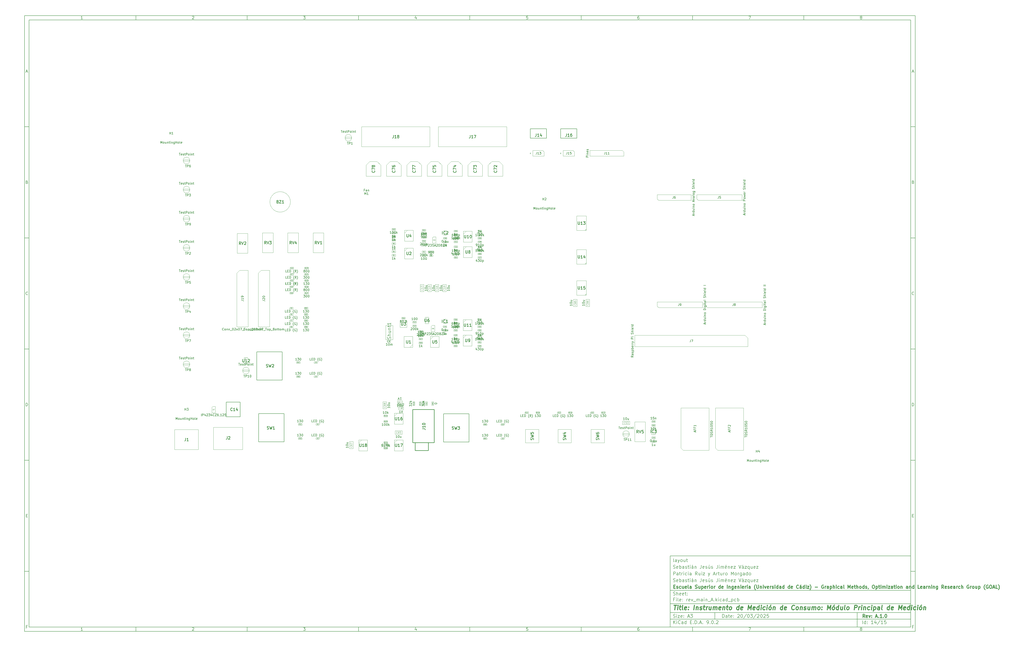
<source format=gbr>
%TF.GenerationSoftware,KiCad,Pcbnew,9.0.2*%
%TF.CreationDate,2025-11-09T22:55:19+01:00*%
%TF.ProjectId,rev_main_A,7265765f-6d61-4696-9e5f-412e6b696361,A.1.0*%
%TF.SameCoordinates,Original*%
%TF.FileFunction,AssemblyDrawing,Top*%
%FSLAX46Y46*%
G04 Gerber Fmt 4.6, Leading zero omitted, Abs format (unit mm)*
G04 Created by KiCad (PCBNEW 9.0.2) date 2025-11-09 22:55:19*
%MOMM*%
%LPD*%
G01*
G04 APERTURE LIST*
%ADD10C,0.100000*%
%ADD11C,0.150000*%
%ADD12C,0.300000*%
%ADD13C,0.400000*%
%ADD14C,0.060000*%
%ADD15C,0.254000*%
%ADD16C,0.120000*%
%ADD17C,0.200000*%
G04 APERTURE END LIST*
D10*
D11*
X299989000Y-253002200D02*
X407989000Y-253002200D01*
X407989000Y-285002200D01*
X299989000Y-285002200D01*
X299989000Y-253002200D01*
D10*
D11*
X10000000Y-10000000D02*
X409989000Y-10000000D01*
X409989000Y-287002200D01*
X10000000Y-287002200D01*
X10000000Y-10000000D01*
D10*
D11*
X12000000Y-12000000D02*
X407989000Y-12000000D01*
X407989000Y-285002200D01*
X12000000Y-285002200D01*
X12000000Y-12000000D01*
D10*
D11*
X60000000Y-12000000D02*
X60000000Y-10000000D01*
D10*
D11*
X110000000Y-12000000D02*
X110000000Y-10000000D01*
D10*
D11*
X160000000Y-12000000D02*
X160000000Y-10000000D01*
D10*
D11*
X210000000Y-12000000D02*
X210000000Y-10000000D01*
D10*
D11*
X260000000Y-12000000D02*
X260000000Y-10000000D01*
D10*
D11*
X310000000Y-12000000D02*
X310000000Y-10000000D01*
D10*
D11*
X360000000Y-12000000D02*
X360000000Y-10000000D01*
D10*
D11*
X36089160Y-11593604D02*
X35346303Y-11593604D01*
X35717731Y-11593604D02*
X35717731Y-10293604D01*
X35717731Y-10293604D02*
X35593922Y-10479319D01*
X35593922Y-10479319D02*
X35470112Y-10603128D01*
X35470112Y-10603128D02*
X35346303Y-10665033D01*
D10*
D11*
X85346303Y-10417414D02*
X85408207Y-10355509D01*
X85408207Y-10355509D02*
X85532017Y-10293604D01*
X85532017Y-10293604D02*
X85841541Y-10293604D01*
X85841541Y-10293604D02*
X85965350Y-10355509D01*
X85965350Y-10355509D02*
X86027255Y-10417414D01*
X86027255Y-10417414D02*
X86089160Y-10541223D01*
X86089160Y-10541223D02*
X86089160Y-10665033D01*
X86089160Y-10665033D02*
X86027255Y-10850747D01*
X86027255Y-10850747D02*
X85284398Y-11593604D01*
X85284398Y-11593604D02*
X86089160Y-11593604D01*
D10*
D11*
X135284398Y-10293604D02*
X136089160Y-10293604D01*
X136089160Y-10293604D02*
X135655826Y-10788842D01*
X135655826Y-10788842D02*
X135841541Y-10788842D01*
X135841541Y-10788842D02*
X135965350Y-10850747D01*
X135965350Y-10850747D02*
X136027255Y-10912652D01*
X136027255Y-10912652D02*
X136089160Y-11036461D01*
X136089160Y-11036461D02*
X136089160Y-11345985D01*
X136089160Y-11345985D02*
X136027255Y-11469795D01*
X136027255Y-11469795D02*
X135965350Y-11531700D01*
X135965350Y-11531700D02*
X135841541Y-11593604D01*
X135841541Y-11593604D02*
X135470112Y-11593604D01*
X135470112Y-11593604D02*
X135346303Y-11531700D01*
X135346303Y-11531700D02*
X135284398Y-11469795D01*
D10*
D11*
X185965350Y-10726938D02*
X185965350Y-11593604D01*
X185655826Y-10231700D02*
X185346303Y-11160271D01*
X185346303Y-11160271D02*
X186151064Y-11160271D01*
D10*
D11*
X236027255Y-10293604D02*
X235408207Y-10293604D01*
X235408207Y-10293604D02*
X235346303Y-10912652D01*
X235346303Y-10912652D02*
X235408207Y-10850747D01*
X235408207Y-10850747D02*
X235532017Y-10788842D01*
X235532017Y-10788842D02*
X235841541Y-10788842D01*
X235841541Y-10788842D02*
X235965350Y-10850747D01*
X235965350Y-10850747D02*
X236027255Y-10912652D01*
X236027255Y-10912652D02*
X236089160Y-11036461D01*
X236089160Y-11036461D02*
X236089160Y-11345985D01*
X236089160Y-11345985D02*
X236027255Y-11469795D01*
X236027255Y-11469795D02*
X235965350Y-11531700D01*
X235965350Y-11531700D02*
X235841541Y-11593604D01*
X235841541Y-11593604D02*
X235532017Y-11593604D01*
X235532017Y-11593604D02*
X235408207Y-11531700D01*
X235408207Y-11531700D02*
X235346303Y-11469795D01*
D10*
D11*
X285965350Y-10293604D02*
X285717731Y-10293604D01*
X285717731Y-10293604D02*
X285593922Y-10355509D01*
X285593922Y-10355509D02*
X285532017Y-10417414D01*
X285532017Y-10417414D02*
X285408207Y-10603128D01*
X285408207Y-10603128D02*
X285346303Y-10850747D01*
X285346303Y-10850747D02*
X285346303Y-11345985D01*
X285346303Y-11345985D02*
X285408207Y-11469795D01*
X285408207Y-11469795D02*
X285470112Y-11531700D01*
X285470112Y-11531700D02*
X285593922Y-11593604D01*
X285593922Y-11593604D02*
X285841541Y-11593604D01*
X285841541Y-11593604D02*
X285965350Y-11531700D01*
X285965350Y-11531700D02*
X286027255Y-11469795D01*
X286027255Y-11469795D02*
X286089160Y-11345985D01*
X286089160Y-11345985D02*
X286089160Y-11036461D01*
X286089160Y-11036461D02*
X286027255Y-10912652D01*
X286027255Y-10912652D02*
X285965350Y-10850747D01*
X285965350Y-10850747D02*
X285841541Y-10788842D01*
X285841541Y-10788842D02*
X285593922Y-10788842D01*
X285593922Y-10788842D02*
X285470112Y-10850747D01*
X285470112Y-10850747D02*
X285408207Y-10912652D01*
X285408207Y-10912652D02*
X285346303Y-11036461D01*
D10*
D11*
X335284398Y-10293604D02*
X336151064Y-10293604D01*
X336151064Y-10293604D02*
X335593922Y-11593604D01*
D10*
D11*
X385593922Y-10850747D02*
X385470112Y-10788842D01*
X385470112Y-10788842D02*
X385408207Y-10726938D01*
X385408207Y-10726938D02*
X385346303Y-10603128D01*
X385346303Y-10603128D02*
X385346303Y-10541223D01*
X385346303Y-10541223D02*
X385408207Y-10417414D01*
X385408207Y-10417414D02*
X385470112Y-10355509D01*
X385470112Y-10355509D02*
X385593922Y-10293604D01*
X385593922Y-10293604D02*
X385841541Y-10293604D01*
X385841541Y-10293604D02*
X385965350Y-10355509D01*
X385965350Y-10355509D02*
X386027255Y-10417414D01*
X386027255Y-10417414D02*
X386089160Y-10541223D01*
X386089160Y-10541223D02*
X386089160Y-10603128D01*
X386089160Y-10603128D02*
X386027255Y-10726938D01*
X386027255Y-10726938D02*
X385965350Y-10788842D01*
X385965350Y-10788842D02*
X385841541Y-10850747D01*
X385841541Y-10850747D02*
X385593922Y-10850747D01*
X385593922Y-10850747D02*
X385470112Y-10912652D01*
X385470112Y-10912652D02*
X385408207Y-10974557D01*
X385408207Y-10974557D02*
X385346303Y-11098366D01*
X385346303Y-11098366D02*
X385346303Y-11345985D01*
X385346303Y-11345985D02*
X385408207Y-11469795D01*
X385408207Y-11469795D02*
X385470112Y-11531700D01*
X385470112Y-11531700D02*
X385593922Y-11593604D01*
X385593922Y-11593604D02*
X385841541Y-11593604D01*
X385841541Y-11593604D02*
X385965350Y-11531700D01*
X385965350Y-11531700D02*
X386027255Y-11469795D01*
X386027255Y-11469795D02*
X386089160Y-11345985D01*
X386089160Y-11345985D02*
X386089160Y-11098366D01*
X386089160Y-11098366D02*
X386027255Y-10974557D01*
X386027255Y-10974557D02*
X385965350Y-10912652D01*
X385965350Y-10912652D02*
X385841541Y-10850747D01*
D10*
D11*
X60000000Y-285002200D02*
X60000000Y-287002200D01*
D10*
D11*
X110000000Y-285002200D02*
X110000000Y-287002200D01*
D10*
D11*
X160000000Y-285002200D02*
X160000000Y-287002200D01*
D10*
D11*
X210000000Y-285002200D02*
X210000000Y-287002200D01*
D10*
D11*
X260000000Y-285002200D02*
X260000000Y-287002200D01*
D10*
D11*
X310000000Y-285002200D02*
X310000000Y-287002200D01*
D10*
D11*
X360000000Y-285002200D02*
X360000000Y-287002200D01*
D10*
D11*
X36089160Y-286595804D02*
X35346303Y-286595804D01*
X35717731Y-286595804D02*
X35717731Y-285295804D01*
X35717731Y-285295804D02*
X35593922Y-285481519D01*
X35593922Y-285481519D02*
X35470112Y-285605328D01*
X35470112Y-285605328D02*
X35346303Y-285667233D01*
D10*
D11*
X85346303Y-285419614D02*
X85408207Y-285357709D01*
X85408207Y-285357709D02*
X85532017Y-285295804D01*
X85532017Y-285295804D02*
X85841541Y-285295804D01*
X85841541Y-285295804D02*
X85965350Y-285357709D01*
X85965350Y-285357709D02*
X86027255Y-285419614D01*
X86027255Y-285419614D02*
X86089160Y-285543423D01*
X86089160Y-285543423D02*
X86089160Y-285667233D01*
X86089160Y-285667233D02*
X86027255Y-285852947D01*
X86027255Y-285852947D02*
X85284398Y-286595804D01*
X85284398Y-286595804D02*
X86089160Y-286595804D01*
D10*
D11*
X135284398Y-285295804D02*
X136089160Y-285295804D01*
X136089160Y-285295804D02*
X135655826Y-285791042D01*
X135655826Y-285791042D02*
X135841541Y-285791042D01*
X135841541Y-285791042D02*
X135965350Y-285852947D01*
X135965350Y-285852947D02*
X136027255Y-285914852D01*
X136027255Y-285914852D02*
X136089160Y-286038661D01*
X136089160Y-286038661D02*
X136089160Y-286348185D01*
X136089160Y-286348185D02*
X136027255Y-286471995D01*
X136027255Y-286471995D02*
X135965350Y-286533900D01*
X135965350Y-286533900D02*
X135841541Y-286595804D01*
X135841541Y-286595804D02*
X135470112Y-286595804D01*
X135470112Y-286595804D02*
X135346303Y-286533900D01*
X135346303Y-286533900D02*
X135284398Y-286471995D01*
D10*
D11*
X185965350Y-285729138D02*
X185965350Y-286595804D01*
X185655826Y-285233900D02*
X185346303Y-286162471D01*
X185346303Y-286162471D02*
X186151064Y-286162471D01*
D10*
D11*
X236027255Y-285295804D02*
X235408207Y-285295804D01*
X235408207Y-285295804D02*
X235346303Y-285914852D01*
X235346303Y-285914852D02*
X235408207Y-285852947D01*
X235408207Y-285852947D02*
X235532017Y-285791042D01*
X235532017Y-285791042D02*
X235841541Y-285791042D01*
X235841541Y-285791042D02*
X235965350Y-285852947D01*
X235965350Y-285852947D02*
X236027255Y-285914852D01*
X236027255Y-285914852D02*
X236089160Y-286038661D01*
X236089160Y-286038661D02*
X236089160Y-286348185D01*
X236089160Y-286348185D02*
X236027255Y-286471995D01*
X236027255Y-286471995D02*
X235965350Y-286533900D01*
X235965350Y-286533900D02*
X235841541Y-286595804D01*
X235841541Y-286595804D02*
X235532017Y-286595804D01*
X235532017Y-286595804D02*
X235408207Y-286533900D01*
X235408207Y-286533900D02*
X235346303Y-286471995D01*
D10*
D11*
X285965350Y-285295804D02*
X285717731Y-285295804D01*
X285717731Y-285295804D02*
X285593922Y-285357709D01*
X285593922Y-285357709D02*
X285532017Y-285419614D01*
X285532017Y-285419614D02*
X285408207Y-285605328D01*
X285408207Y-285605328D02*
X285346303Y-285852947D01*
X285346303Y-285852947D02*
X285346303Y-286348185D01*
X285346303Y-286348185D02*
X285408207Y-286471995D01*
X285408207Y-286471995D02*
X285470112Y-286533900D01*
X285470112Y-286533900D02*
X285593922Y-286595804D01*
X285593922Y-286595804D02*
X285841541Y-286595804D01*
X285841541Y-286595804D02*
X285965350Y-286533900D01*
X285965350Y-286533900D02*
X286027255Y-286471995D01*
X286027255Y-286471995D02*
X286089160Y-286348185D01*
X286089160Y-286348185D02*
X286089160Y-286038661D01*
X286089160Y-286038661D02*
X286027255Y-285914852D01*
X286027255Y-285914852D02*
X285965350Y-285852947D01*
X285965350Y-285852947D02*
X285841541Y-285791042D01*
X285841541Y-285791042D02*
X285593922Y-285791042D01*
X285593922Y-285791042D02*
X285470112Y-285852947D01*
X285470112Y-285852947D02*
X285408207Y-285914852D01*
X285408207Y-285914852D02*
X285346303Y-286038661D01*
D10*
D11*
X335284398Y-285295804D02*
X336151064Y-285295804D01*
X336151064Y-285295804D02*
X335593922Y-286595804D01*
D10*
D11*
X385593922Y-285852947D02*
X385470112Y-285791042D01*
X385470112Y-285791042D02*
X385408207Y-285729138D01*
X385408207Y-285729138D02*
X385346303Y-285605328D01*
X385346303Y-285605328D02*
X385346303Y-285543423D01*
X385346303Y-285543423D02*
X385408207Y-285419614D01*
X385408207Y-285419614D02*
X385470112Y-285357709D01*
X385470112Y-285357709D02*
X385593922Y-285295804D01*
X385593922Y-285295804D02*
X385841541Y-285295804D01*
X385841541Y-285295804D02*
X385965350Y-285357709D01*
X385965350Y-285357709D02*
X386027255Y-285419614D01*
X386027255Y-285419614D02*
X386089160Y-285543423D01*
X386089160Y-285543423D02*
X386089160Y-285605328D01*
X386089160Y-285605328D02*
X386027255Y-285729138D01*
X386027255Y-285729138D02*
X385965350Y-285791042D01*
X385965350Y-285791042D02*
X385841541Y-285852947D01*
X385841541Y-285852947D02*
X385593922Y-285852947D01*
X385593922Y-285852947D02*
X385470112Y-285914852D01*
X385470112Y-285914852D02*
X385408207Y-285976757D01*
X385408207Y-285976757D02*
X385346303Y-286100566D01*
X385346303Y-286100566D02*
X385346303Y-286348185D01*
X385346303Y-286348185D02*
X385408207Y-286471995D01*
X385408207Y-286471995D02*
X385470112Y-286533900D01*
X385470112Y-286533900D02*
X385593922Y-286595804D01*
X385593922Y-286595804D02*
X385841541Y-286595804D01*
X385841541Y-286595804D02*
X385965350Y-286533900D01*
X385965350Y-286533900D02*
X386027255Y-286471995D01*
X386027255Y-286471995D02*
X386089160Y-286348185D01*
X386089160Y-286348185D02*
X386089160Y-286100566D01*
X386089160Y-286100566D02*
X386027255Y-285976757D01*
X386027255Y-285976757D02*
X385965350Y-285914852D01*
X385965350Y-285914852D02*
X385841541Y-285852947D01*
D10*
D11*
X10000000Y-60000000D02*
X12000000Y-60000000D01*
D10*
D11*
X10000000Y-110000000D02*
X12000000Y-110000000D01*
D10*
D11*
X10000000Y-160000000D02*
X12000000Y-160000000D01*
D10*
D11*
X10000000Y-210000000D02*
X12000000Y-210000000D01*
D10*
D11*
X10000000Y-260000000D02*
X12000000Y-260000000D01*
D10*
D11*
X10690476Y-35222176D02*
X11309523Y-35222176D01*
X10566666Y-35593604D02*
X10999999Y-34293604D01*
X10999999Y-34293604D02*
X11433333Y-35593604D01*
D10*
D11*
X11092857Y-84912652D02*
X11278571Y-84974557D01*
X11278571Y-84974557D02*
X11340476Y-85036461D01*
X11340476Y-85036461D02*
X11402380Y-85160271D01*
X11402380Y-85160271D02*
X11402380Y-85345985D01*
X11402380Y-85345985D02*
X11340476Y-85469795D01*
X11340476Y-85469795D02*
X11278571Y-85531700D01*
X11278571Y-85531700D02*
X11154761Y-85593604D01*
X11154761Y-85593604D02*
X10659523Y-85593604D01*
X10659523Y-85593604D02*
X10659523Y-84293604D01*
X10659523Y-84293604D02*
X11092857Y-84293604D01*
X11092857Y-84293604D02*
X11216666Y-84355509D01*
X11216666Y-84355509D02*
X11278571Y-84417414D01*
X11278571Y-84417414D02*
X11340476Y-84541223D01*
X11340476Y-84541223D02*
X11340476Y-84665033D01*
X11340476Y-84665033D02*
X11278571Y-84788842D01*
X11278571Y-84788842D02*
X11216666Y-84850747D01*
X11216666Y-84850747D02*
X11092857Y-84912652D01*
X11092857Y-84912652D02*
X10659523Y-84912652D01*
D10*
D11*
X11402380Y-135469795D02*
X11340476Y-135531700D01*
X11340476Y-135531700D02*
X11154761Y-135593604D01*
X11154761Y-135593604D02*
X11030952Y-135593604D01*
X11030952Y-135593604D02*
X10845238Y-135531700D01*
X10845238Y-135531700D02*
X10721428Y-135407890D01*
X10721428Y-135407890D02*
X10659523Y-135284080D01*
X10659523Y-135284080D02*
X10597619Y-135036461D01*
X10597619Y-135036461D02*
X10597619Y-134850747D01*
X10597619Y-134850747D02*
X10659523Y-134603128D01*
X10659523Y-134603128D02*
X10721428Y-134479319D01*
X10721428Y-134479319D02*
X10845238Y-134355509D01*
X10845238Y-134355509D02*
X11030952Y-134293604D01*
X11030952Y-134293604D02*
X11154761Y-134293604D01*
X11154761Y-134293604D02*
X11340476Y-134355509D01*
X11340476Y-134355509D02*
X11402380Y-134417414D01*
D10*
D11*
X10659523Y-185593604D02*
X10659523Y-184293604D01*
X10659523Y-184293604D02*
X10969047Y-184293604D01*
X10969047Y-184293604D02*
X11154761Y-184355509D01*
X11154761Y-184355509D02*
X11278571Y-184479319D01*
X11278571Y-184479319D02*
X11340476Y-184603128D01*
X11340476Y-184603128D02*
X11402380Y-184850747D01*
X11402380Y-184850747D02*
X11402380Y-185036461D01*
X11402380Y-185036461D02*
X11340476Y-185284080D01*
X11340476Y-185284080D02*
X11278571Y-185407890D01*
X11278571Y-185407890D02*
X11154761Y-185531700D01*
X11154761Y-185531700D02*
X10969047Y-185593604D01*
X10969047Y-185593604D02*
X10659523Y-185593604D01*
D10*
D11*
X10721428Y-234912652D02*
X11154762Y-234912652D01*
X11340476Y-235593604D02*
X10721428Y-235593604D01*
X10721428Y-235593604D02*
X10721428Y-234293604D01*
X10721428Y-234293604D02*
X11340476Y-234293604D01*
D10*
D11*
X11185714Y-284912652D02*
X10752380Y-284912652D01*
X10752380Y-285593604D02*
X10752380Y-284293604D01*
X10752380Y-284293604D02*
X11371428Y-284293604D01*
D10*
D11*
X409989000Y-60000000D02*
X407989000Y-60000000D01*
D10*
D11*
X409989000Y-110000000D02*
X407989000Y-110000000D01*
D10*
D11*
X409989000Y-160000000D02*
X407989000Y-160000000D01*
D10*
D11*
X409989000Y-210000000D02*
X407989000Y-210000000D01*
D10*
D11*
X409989000Y-260000000D02*
X407989000Y-260000000D01*
D10*
D11*
X408679476Y-35222176D02*
X409298523Y-35222176D01*
X408555666Y-35593604D02*
X408988999Y-34293604D01*
X408988999Y-34293604D02*
X409422333Y-35593604D01*
D10*
D11*
X409081857Y-84912652D02*
X409267571Y-84974557D01*
X409267571Y-84974557D02*
X409329476Y-85036461D01*
X409329476Y-85036461D02*
X409391380Y-85160271D01*
X409391380Y-85160271D02*
X409391380Y-85345985D01*
X409391380Y-85345985D02*
X409329476Y-85469795D01*
X409329476Y-85469795D02*
X409267571Y-85531700D01*
X409267571Y-85531700D02*
X409143761Y-85593604D01*
X409143761Y-85593604D02*
X408648523Y-85593604D01*
X408648523Y-85593604D02*
X408648523Y-84293604D01*
X408648523Y-84293604D02*
X409081857Y-84293604D01*
X409081857Y-84293604D02*
X409205666Y-84355509D01*
X409205666Y-84355509D02*
X409267571Y-84417414D01*
X409267571Y-84417414D02*
X409329476Y-84541223D01*
X409329476Y-84541223D02*
X409329476Y-84665033D01*
X409329476Y-84665033D02*
X409267571Y-84788842D01*
X409267571Y-84788842D02*
X409205666Y-84850747D01*
X409205666Y-84850747D02*
X409081857Y-84912652D01*
X409081857Y-84912652D02*
X408648523Y-84912652D01*
D10*
D11*
X409391380Y-135469795D02*
X409329476Y-135531700D01*
X409329476Y-135531700D02*
X409143761Y-135593604D01*
X409143761Y-135593604D02*
X409019952Y-135593604D01*
X409019952Y-135593604D02*
X408834238Y-135531700D01*
X408834238Y-135531700D02*
X408710428Y-135407890D01*
X408710428Y-135407890D02*
X408648523Y-135284080D01*
X408648523Y-135284080D02*
X408586619Y-135036461D01*
X408586619Y-135036461D02*
X408586619Y-134850747D01*
X408586619Y-134850747D02*
X408648523Y-134603128D01*
X408648523Y-134603128D02*
X408710428Y-134479319D01*
X408710428Y-134479319D02*
X408834238Y-134355509D01*
X408834238Y-134355509D02*
X409019952Y-134293604D01*
X409019952Y-134293604D02*
X409143761Y-134293604D01*
X409143761Y-134293604D02*
X409329476Y-134355509D01*
X409329476Y-134355509D02*
X409391380Y-134417414D01*
D10*
D11*
X408648523Y-185593604D02*
X408648523Y-184293604D01*
X408648523Y-184293604D02*
X408958047Y-184293604D01*
X408958047Y-184293604D02*
X409143761Y-184355509D01*
X409143761Y-184355509D02*
X409267571Y-184479319D01*
X409267571Y-184479319D02*
X409329476Y-184603128D01*
X409329476Y-184603128D02*
X409391380Y-184850747D01*
X409391380Y-184850747D02*
X409391380Y-185036461D01*
X409391380Y-185036461D02*
X409329476Y-185284080D01*
X409329476Y-185284080D02*
X409267571Y-185407890D01*
X409267571Y-185407890D02*
X409143761Y-185531700D01*
X409143761Y-185531700D02*
X408958047Y-185593604D01*
X408958047Y-185593604D02*
X408648523Y-185593604D01*
D10*
D11*
X408710428Y-234912652D02*
X409143762Y-234912652D01*
X409329476Y-235593604D02*
X408710428Y-235593604D01*
X408710428Y-235593604D02*
X408710428Y-234293604D01*
X408710428Y-234293604D02*
X409329476Y-234293604D01*
D10*
D11*
X409174714Y-284912652D02*
X408741380Y-284912652D01*
X408741380Y-285593604D02*
X408741380Y-284293604D01*
X408741380Y-284293604D02*
X409360428Y-284293604D01*
D10*
D11*
X323444826Y-280788328D02*
X323444826Y-279288328D01*
X323444826Y-279288328D02*
X323801969Y-279288328D01*
X323801969Y-279288328D02*
X324016255Y-279359757D01*
X324016255Y-279359757D02*
X324159112Y-279502614D01*
X324159112Y-279502614D02*
X324230541Y-279645471D01*
X324230541Y-279645471D02*
X324301969Y-279931185D01*
X324301969Y-279931185D02*
X324301969Y-280145471D01*
X324301969Y-280145471D02*
X324230541Y-280431185D01*
X324230541Y-280431185D02*
X324159112Y-280574042D01*
X324159112Y-280574042D02*
X324016255Y-280716900D01*
X324016255Y-280716900D02*
X323801969Y-280788328D01*
X323801969Y-280788328D02*
X323444826Y-280788328D01*
X325587684Y-280788328D02*
X325587684Y-280002614D01*
X325587684Y-280002614D02*
X325516255Y-279859757D01*
X325516255Y-279859757D02*
X325373398Y-279788328D01*
X325373398Y-279788328D02*
X325087684Y-279788328D01*
X325087684Y-279788328D02*
X324944826Y-279859757D01*
X325587684Y-280716900D02*
X325444826Y-280788328D01*
X325444826Y-280788328D02*
X325087684Y-280788328D01*
X325087684Y-280788328D02*
X324944826Y-280716900D01*
X324944826Y-280716900D02*
X324873398Y-280574042D01*
X324873398Y-280574042D02*
X324873398Y-280431185D01*
X324873398Y-280431185D02*
X324944826Y-280288328D01*
X324944826Y-280288328D02*
X325087684Y-280216900D01*
X325087684Y-280216900D02*
X325444826Y-280216900D01*
X325444826Y-280216900D02*
X325587684Y-280145471D01*
X326087684Y-279788328D02*
X326659112Y-279788328D01*
X326301969Y-279288328D02*
X326301969Y-280574042D01*
X326301969Y-280574042D02*
X326373398Y-280716900D01*
X326373398Y-280716900D02*
X326516255Y-280788328D01*
X326516255Y-280788328D02*
X326659112Y-280788328D01*
X327730541Y-280716900D02*
X327587684Y-280788328D01*
X327587684Y-280788328D02*
X327301970Y-280788328D01*
X327301970Y-280788328D02*
X327159112Y-280716900D01*
X327159112Y-280716900D02*
X327087684Y-280574042D01*
X327087684Y-280574042D02*
X327087684Y-280002614D01*
X327087684Y-280002614D02*
X327159112Y-279859757D01*
X327159112Y-279859757D02*
X327301970Y-279788328D01*
X327301970Y-279788328D02*
X327587684Y-279788328D01*
X327587684Y-279788328D02*
X327730541Y-279859757D01*
X327730541Y-279859757D02*
X327801970Y-280002614D01*
X327801970Y-280002614D02*
X327801970Y-280145471D01*
X327801970Y-280145471D02*
X327087684Y-280288328D01*
X328444826Y-280645471D02*
X328516255Y-280716900D01*
X328516255Y-280716900D02*
X328444826Y-280788328D01*
X328444826Y-280788328D02*
X328373398Y-280716900D01*
X328373398Y-280716900D02*
X328444826Y-280645471D01*
X328444826Y-280645471D02*
X328444826Y-280788328D01*
X328444826Y-279859757D02*
X328516255Y-279931185D01*
X328516255Y-279931185D02*
X328444826Y-280002614D01*
X328444826Y-280002614D02*
X328373398Y-279931185D01*
X328373398Y-279931185D02*
X328444826Y-279859757D01*
X328444826Y-279859757D02*
X328444826Y-280002614D01*
X330230541Y-279431185D02*
X330301969Y-279359757D01*
X330301969Y-279359757D02*
X330444827Y-279288328D01*
X330444827Y-279288328D02*
X330801969Y-279288328D01*
X330801969Y-279288328D02*
X330944827Y-279359757D01*
X330944827Y-279359757D02*
X331016255Y-279431185D01*
X331016255Y-279431185D02*
X331087684Y-279574042D01*
X331087684Y-279574042D02*
X331087684Y-279716900D01*
X331087684Y-279716900D02*
X331016255Y-279931185D01*
X331016255Y-279931185D02*
X330159112Y-280788328D01*
X330159112Y-280788328D02*
X331087684Y-280788328D01*
X332016255Y-279288328D02*
X332159112Y-279288328D01*
X332159112Y-279288328D02*
X332301969Y-279359757D01*
X332301969Y-279359757D02*
X332373398Y-279431185D01*
X332373398Y-279431185D02*
X332444826Y-279574042D01*
X332444826Y-279574042D02*
X332516255Y-279859757D01*
X332516255Y-279859757D02*
X332516255Y-280216900D01*
X332516255Y-280216900D02*
X332444826Y-280502614D01*
X332444826Y-280502614D02*
X332373398Y-280645471D01*
X332373398Y-280645471D02*
X332301969Y-280716900D01*
X332301969Y-280716900D02*
X332159112Y-280788328D01*
X332159112Y-280788328D02*
X332016255Y-280788328D01*
X332016255Y-280788328D02*
X331873398Y-280716900D01*
X331873398Y-280716900D02*
X331801969Y-280645471D01*
X331801969Y-280645471D02*
X331730540Y-280502614D01*
X331730540Y-280502614D02*
X331659112Y-280216900D01*
X331659112Y-280216900D02*
X331659112Y-279859757D01*
X331659112Y-279859757D02*
X331730540Y-279574042D01*
X331730540Y-279574042D02*
X331801969Y-279431185D01*
X331801969Y-279431185D02*
X331873398Y-279359757D01*
X331873398Y-279359757D02*
X332016255Y-279288328D01*
X334230540Y-279216900D02*
X332944826Y-281145471D01*
X335016255Y-279288328D02*
X335159112Y-279288328D01*
X335159112Y-279288328D02*
X335301969Y-279359757D01*
X335301969Y-279359757D02*
X335373398Y-279431185D01*
X335373398Y-279431185D02*
X335444826Y-279574042D01*
X335444826Y-279574042D02*
X335516255Y-279859757D01*
X335516255Y-279859757D02*
X335516255Y-280216900D01*
X335516255Y-280216900D02*
X335444826Y-280502614D01*
X335444826Y-280502614D02*
X335373398Y-280645471D01*
X335373398Y-280645471D02*
X335301969Y-280716900D01*
X335301969Y-280716900D02*
X335159112Y-280788328D01*
X335159112Y-280788328D02*
X335016255Y-280788328D01*
X335016255Y-280788328D02*
X334873398Y-280716900D01*
X334873398Y-280716900D02*
X334801969Y-280645471D01*
X334801969Y-280645471D02*
X334730540Y-280502614D01*
X334730540Y-280502614D02*
X334659112Y-280216900D01*
X334659112Y-280216900D02*
X334659112Y-279859757D01*
X334659112Y-279859757D02*
X334730540Y-279574042D01*
X334730540Y-279574042D02*
X334801969Y-279431185D01*
X334801969Y-279431185D02*
X334873398Y-279359757D01*
X334873398Y-279359757D02*
X335016255Y-279288328D01*
X336016254Y-279288328D02*
X336944826Y-279288328D01*
X336944826Y-279288328D02*
X336444826Y-279859757D01*
X336444826Y-279859757D02*
X336659111Y-279859757D01*
X336659111Y-279859757D02*
X336801969Y-279931185D01*
X336801969Y-279931185D02*
X336873397Y-280002614D01*
X336873397Y-280002614D02*
X336944826Y-280145471D01*
X336944826Y-280145471D02*
X336944826Y-280502614D01*
X336944826Y-280502614D02*
X336873397Y-280645471D01*
X336873397Y-280645471D02*
X336801969Y-280716900D01*
X336801969Y-280716900D02*
X336659111Y-280788328D01*
X336659111Y-280788328D02*
X336230540Y-280788328D01*
X336230540Y-280788328D02*
X336087683Y-280716900D01*
X336087683Y-280716900D02*
X336016254Y-280645471D01*
X338659111Y-279216900D02*
X337373397Y-281145471D01*
X339087683Y-279431185D02*
X339159111Y-279359757D01*
X339159111Y-279359757D02*
X339301969Y-279288328D01*
X339301969Y-279288328D02*
X339659111Y-279288328D01*
X339659111Y-279288328D02*
X339801969Y-279359757D01*
X339801969Y-279359757D02*
X339873397Y-279431185D01*
X339873397Y-279431185D02*
X339944826Y-279574042D01*
X339944826Y-279574042D02*
X339944826Y-279716900D01*
X339944826Y-279716900D02*
X339873397Y-279931185D01*
X339873397Y-279931185D02*
X339016254Y-280788328D01*
X339016254Y-280788328D02*
X339944826Y-280788328D01*
X340873397Y-279288328D02*
X341016254Y-279288328D01*
X341016254Y-279288328D02*
X341159111Y-279359757D01*
X341159111Y-279359757D02*
X341230540Y-279431185D01*
X341230540Y-279431185D02*
X341301968Y-279574042D01*
X341301968Y-279574042D02*
X341373397Y-279859757D01*
X341373397Y-279859757D02*
X341373397Y-280216900D01*
X341373397Y-280216900D02*
X341301968Y-280502614D01*
X341301968Y-280502614D02*
X341230540Y-280645471D01*
X341230540Y-280645471D02*
X341159111Y-280716900D01*
X341159111Y-280716900D02*
X341016254Y-280788328D01*
X341016254Y-280788328D02*
X340873397Y-280788328D01*
X340873397Y-280788328D02*
X340730540Y-280716900D01*
X340730540Y-280716900D02*
X340659111Y-280645471D01*
X340659111Y-280645471D02*
X340587682Y-280502614D01*
X340587682Y-280502614D02*
X340516254Y-280216900D01*
X340516254Y-280216900D02*
X340516254Y-279859757D01*
X340516254Y-279859757D02*
X340587682Y-279574042D01*
X340587682Y-279574042D02*
X340659111Y-279431185D01*
X340659111Y-279431185D02*
X340730540Y-279359757D01*
X340730540Y-279359757D02*
X340873397Y-279288328D01*
X341944825Y-279431185D02*
X342016253Y-279359757D01*
X342016253Y-279359757D02*
X342159111Y-279288328D01*
X342159111Y-279288328D02*
X342516253Y-279288328D01*
X342516253Y-279288328D02*
X342659111Y-279359757D01*
X342659111Y-279359757D02*
X342730539Y-279431185D01*
X342730539Y-279431185D02*
X342801968Y-279574042D01*
X342801968Y-279574042D02*
X342801968Y-279716900D01*
X342801968Y-279716900D02*
X342730539Y-279931185D01*
X342730539Y-279931185D02*
X341873396Y-280788328D01*
X341873396Y-280788328D02*
X342801968Y-280788328D01*
X344159110Y-279288328D02*
X343444824Y-279288328D01*
X343444824Y-279288328D02*
X343373396Y-280002614D01*
X343373396Y-280002614D02*
X343444824Y-279931185D01*
X343444824Y-279931185D02*
X343587682Y-279859757D01*
X343587682Y-279859757D02*
X343944824Y-279859757D01*
X343944824Y-279859757D02*
X344087682Y-279931185D01*
X344087682Y-279931185D02*
X344159110Y-280002614D01*
X344159110Y-280002614D02*
X344230539Y-280145471D01*
X344230539Y-280145471D02*
X344230539Y-280502614D01*
X344230539Y-280502614D02*
X344159110Y-280645471D01*
X344159110Y-280645471D02*
X344087682Y-280716900D01*
X344087682Y-280716900D02*
X343944824Y-280788328D01*
X343944824Y-280788328D02*
X343587682Y-280788328D01*
X343587682Y-280788328D02*
X343444824Y-280716900D01*
X343444824Y-280716900D02*
X343373396Y-280645471D01*
D10*
D11*
X299989000Y-281502200D02*
X407989000Y-281502200D01*
D10*
D11*
X301444826Y-283588328D02*
X301444826Y-282088328D01*
X302301969Y-283588328D02*
X301659112Y-282731185D01*
X302301969Y-282088328D02*
X301444826Y-282945471D01*
X302944826Y-283588328D02*
X302944826Y-282588328D01*
X302944826Y-282088328D02*
X302873398Y-282159757D01*
X302873398Y-282159757D02*
X302944826Y-282231185D01*
X302944826Y-282231185D02*
X303016255Y-282159757D01*
X303016255Y-282159757D02*
X302944826Y-282088328D01*
X302944826Y-282088328D02*
X302944826Y-282231185D01*
X304516255Y-283445471D02*
X304444827Y-283516900D01*
X304444827Y-283516900D02*
X304230541Y-283588328D01*
X304230541Y-283588328D02*
X304087684Y-283588328D01*
X304087684Y-283588328D02*
X303873398Y-283516900D01*
X303873398Y-283516900D02*
X303730541Y-283374042D01*
X303730541Y-283374042D02*
X303659112Y-283231185D01*
X303659112Y-283231185D02*
X303587684Y-282945471D01*
X303587684Y-282945471D02*
X303587684Y-282731185D01*
X303587684Y-282731185D02*
X303659112Y-282445471D01*
X303659112Y-282445471D02*
X303730541Y-282302614D01*
X303730541Y-282302614D02*
X303873398Y-282159757D01*
X303873398Y-282159757D02*
X304087684Y-282088328D01*
X304087684Y-282088328D02*
X304230541Y-282088328D01*
X304230541Y-282088328D02*
X304444827Y-282159757D01*
X304444827Y-282159757D02*
X304516255Y-282231185D01*
X305801970Y-283588328D02*
X305801970Y-282802614D01*
X305801970Y-282802614D02*
X305730541Y-282659757D01*
X305730541Y-282659757D02*
X305587684Y-282588328D01*
X305587684Y-282588328D02*
X305301970Y-282588328D01*
X305301970Y-282588328D02*
X305159112Y-282659757D01*
X305801970Y-283516900D02*
X305659112Y-283588328D01*
X305659112Y-283588328D02*
X305301970Y-283588328D01*
X305301970Y-283588328D02*
X305159112Y-283516900D01*
X305159112Y-283516900D02*
X305087684Y-283374042D01*
X305087684Y-283374042D02*
X305087684Y-283231185D01*
X305087684Y-283231185D02*
X305159112Y-283088328D01*
X305159112Y-283088328D02*
X305301970Y-283016900D01*
X305301970Y-283016900D02*
X305659112Y-283016900D01*
X305659112Y-283016900D02*
X305801970Y-282945471D01*
X307159113Y-283588328D02*
X307159113Y-282088328D01*
X307159113Y-283516900D02*
X307016255Y-283588328D01*
X307016255Y-283588328D02*
X306730541Y-283588328D01*
X306730541Y-283588328D02*
X306587684Y-283516900D01*
X306587684Y-283516900D02*
X306516255Y-283445471D01*
X306516255Y-283445471D02*
X306444827Y-283302614D01*
X306444827Y-283302614D02*
X306444827Y-282874042D01*
X306444827Y-282874042D02*
X306516255Y-282731185D01*
X306516255Y-282731185D02*
X306587684Y-282659757D01*
X306587684Y-282659757D02*
X306730541Y-282588328D01*
X306730541Y-282588328D02*
X307016255Y-282588328D01*
X307016255Y-282588328D02*
X307159113Y-282659757D01*
X309016255Y-282802614D02*
X309516255Y-282802614D01*
X309730541Y-283588328D02*
X309016255Y-283588328D01*
X309016255Y-283588328D02*
X309016255Y-282088328D01*
X309016255Y-282088328D02*
X309730541Y-282088328D01*
X310373398Y-283445471D02*
X310444827Y-283516900D01*
X310444827Y-283516900D02*
X310373398Y-283588328D01*
X310373398Y-283588328D02*
X310301970Y-283516900D01*
X310301970Y-283516900D02*
X310373398Y-283445471D01*
X310373398Y-283445471D02*
X310373398Y-283588328D01*
X311087684Y-283588328D02*
X311087684Y-282088328D01*
X311087684Y-282088328D02*
X311444827Y-282088328D01*
X311444827Y-282088328D02*
X311659113Y-282159757D01*
X311659113Y-282159757D02*
X311801970Y-282302614D01*
X311801970Y-282302614D02*
X311873399Y-282445471D01*
X311873399Y-282445471D02*
X311944827Y-282731185D01*
X311944827Y-282731185D02*
X311944827Y-282945471D01*
X311944827Y-282945471D02*
X311873399Y-283231185D01*
X311873399Y-283231185D02*
X311801970Y-283374042D01*
X311801970Y-283374042D02*
X311659113Y-283516900D01*
X311659113Y-283516900D02*
X311444827Y-283588328D01*
X311444827Y-283588328D02*
X311087684Y-283588328D01*
X312587684Y-283445471D02*
X312659113Y-283516900D01*
X312659113Y-283516900D02*
X312587684Y-283588328D01*
X312587684Y-283588328D02*
X312516256Y-283516900D01*
X312516256Y-283516900D02*
X312587684Y-283445471D01*
X312587684Y-283445471D02*
X312587684Y-283588328D01*
X313230542Y-283159757D02*
X313944828Y-283159757D01*
X313087685Y-283588328D02*
X313587685Y-282088328D01*
X313587685Y-282088328D02*
X314087685Y-283588328D01*
X314587684Y-283445471D02*
X314659113Y-283516900D01*
X314659113Y-283516900D02*
X314587684Y-283588328D01*
X314587684Y-283588328D02*
X314516256Y-283516900D01*
X314516256Y-283516900D02*
X314587684Y-283445471D01*
X314587684Y-283445471D02*
X314587684Y-283588328D01*
X316516256Y-283588328D02*
X316801970Y-283588328D01*
X316801970Y-283588328D02*
X316944827Y-283516900D01*
X316944827Y-283516900D02*
X317016256Y-283445471D01*
X317016256Y-283445471D02*
X317159113Y-283231185D01*
X317159113Y-283231185D02*
X317230542Y-282945471D01*
X317230542Y-282945471D02*
X317230542Y-282374042D01*
X317230542Y-282374042D02*
X317159113Y-282231185D01*
X317159113Y-282231185D02*
X317087685Y-282159757D01*
X317087685Y-282159757D02*
X316944827Y-282088328D01*
X316944827Y-282088328D02*
X316659113Y-282088328D01*
X316659113Y-282088328D02*
X316516256Y-282159757D01*
X316516256Y-282159757D02*
X316444827Y-282231185D01*
X316444827Y-282231185D02*
X316373399Y-282374042D01*
X316373399Y-282374042D02*
X316373399Y-282731185D01*
X316373399Y-282731185D02*
X316444827Y-282874042D01*
X316444827Y-282874042D02*
X316516256Y-282945471D01*
X316516256Y-282945471D02*
X316659113Y-283016900D01*
X316659113Y-283016900D02*
X316944827Y-283016900D01*
X316944827Y-283016900D02*
X317087685Y-282945471D01*
X317087685Y-282945471D02*
X317159113Y-282874042D01*
X317159113Y-282874042D02*
X317230542Y-282731185D01*
X317873398Y-283445471D02*
X317944827Y-283516900D01*
X317944827Y-283516900D02*
X317873398Y-283588328D01*
X317873398Y-283588328D02*
X317801970Y-283516900D01*
X317801970Y-283516900D02*
X317873398Y-283445471D01*
X317873398Y-283445471D02*
X317873398Y-283588328D01*
X318873399Y-282088328D02*
X319016256Y-282088328D01*
X319016256Y-282088328D02*
X319159113Y-282159757D01*
X319159113Y-282159757D02*
X319230542Y-282231185D01*
X319230542Y-282231185D02*
X319301970Y-282374042D01*
X319301970Y-282374042D02*
X319373399Y-282659757D01*
X319373399Y-282659757D02*
X319373399Y-283016900D01*
X319373399Y-283016900D02*
X319301970Y-283302614D01*
X319301970Y-283302614D02*
X319230542Y-283445471D01*
X319230542Y-283445471D02*
X319159113Y-283516900D01*
X319159113Y-283516900D02*
X319016256Y-283588328D01*
X319016256Y-283588328D02*
X318873399Y-283588328D01*
X318873399Y-283588328D02*
X318730542Y-283516900D01*
X318730542Y-283516900D02*
X318659113Y-283445471D01*
X318659113Y-283445471D02*
X318587684Y-283302614D01*
X318587684Y-283302614D02*
X318516256Y-283016900D01*
X318516256Y-283016900D02*
X318516256Y-282659757D01*
X318516256Y-282659757D02*
X318587684Y-282374042D01*
X318587684Y-282374042D02*
X318659113Y-282231185D01*
X318659113Y-282231185D02*
X318730542Y-282159757D01*
X318730542Y-282159757D02*
X318873399Y-282088328D01*
X320016255Y-283445471D02*
X320087684Y-283516900D01*
X320087684Y-283516900D02*
X320016255Y-283588328D01*
X320016255Y-283588328D02*
X319944827Y-283516900D01*
X319944827Y-283516900D02*
X320016255Y-283445471D01*
X320016255Y-283445471D02*
X320016255Y-283588328D01*
X320659113Y-282231185D02*
X320730541Y-282159757D01*
X320730541Y-282159757D02*
X320873399Y-282088328D01*
X320873399Y-282088328D02*
X321230541Y-282088328D01*
X321230541Y-282088328D02*
X321373399Y-282159757D01*
X321373399Y-282159757D02*
X321444827Y-282231185D01*
X321444827Y-282231185D02*
X321516256Y-282374042D01*
X321516256Y-282374042D02*
X321516256Y-282516900D01*
X321516256Y-282516900D02*
X321444827Y-282731185D01*
X321444827Y-282731185D02*
X320587684Y-283588328D01*
X320587684Y-283588328D02*
X321516256Y-283588328D01*
D10*
D11*
X299989000Y-278502200D02*
X407989000Y-278502200D01*
D10*
D12*
X387400653Y-280780528D02*
X386900653Y-280066242D01*
X386543510Y-280780528D02*
X386543510Y-279280528D01*
X386543510Y-279280528D02*
X387114939Y-279280528D01*
X387114939Y-279280528D02*
X387257796Y-279351957D01*
X387257796Y-279351957D02*
X387329225Y-279423385D01*
X387329225Y-279423385D02*
X387400653Y-279566242D01*
X387400653Y-279566242D02*
X387400653Y-279780528D01*
X387400653Y-279780528D02*
X387329225Y-279923385D01*
X387329225Y-279923385D02*
X387257796Y-279994814D01*
X387257796Y-279994814D02*
X387114939Y-280066242D01*
X387114939Y-280066242D02*
X386543510Y-280066242D01*
X388614939Y-280709100D02*
X388472082Y-280780528D01*
X388472082Y-280780528D02*
X388186368Y-280780528D01*
X388186368Y-280780528D02*
X388043510Y-280709100D01*
X388043510Y-280709100D02*
X387972082Y-280566242D01*
X387972082Y-280566242D02*
X387972082Y-279994814D01*
X387972082Y-279994814D02*
X388043510Y-279851957D01*
X388043510Y-279851957D02*
X388186368Y-279780528D01*
X388186368Y-279780528D02*
X388472082Y-279780528D01*
X388472082Y-279780528D02*
X388614939Y-279851957D01*
X388614939Y-279851957D02*
X388686368Y-279994814D01*
X388686368Y-279994814D02*
X388686368Y-280137671D01*
X388686368Y-280137671D02*
X387972082Y-280280528D01*
X389186367Y-279780528D02*
X389543510Y-280780528D01*
X389543510Y-280780528D02*
X389900653Y-279780528D01*
X390472081Y-280637671D02*
X390543510Y-280709100D01*
X390543510Y-280709100D02*
X390472081Y-280780528D01*
X390472081Y-280780528D02*
X390400653Y-280709100D01*
X390400653Y-280709100D02*
X390472081Y-280637671D01*
X390472081Y-280637671D02*
X390472081Y-280780528D01*
X390472081Y-279851957D02*
X390543510Y-279923385D01*
X390543510Y-279923385D02*
X390472081Y-279994814D01*
X390472081Y-279994814D02*
X390400653Y-279923385D01*
X390400653Y-279923385D02*
X390472081Y-279851957D01*
X390472081Y-279851957D02*
X390472081Y-279994814D01*
X392257796Y-280351957D02*
X392972082Y-280351957D01*
X392114939Y-280780528D02*
X392614939Y-279280528D01*
X392614939Y-279280528D02*
X393114939Y-280780528D01*
X393614938Y-280637671D02*
X393686367Y-280709100D01*
X393686367Y-280709100D02*
X393614938Y-280780528D01*
X393614938Y-280780528D02*
X393543510Y-280709100D01*
X393543510Y-280709100D02*
X393614938Y-280637671D01*
X393614938Y-280637671D02*
X393614938Y-280780528D01*
X395114939Y-280780528D02*
X394257796Y-280780528D01*
X394686367Y-280780528D02*
X394686367Y-279280528D01*
X394686367Y-279280528D02*
X394543510Y-279494814D01*
X394543510Y-279494814D02*
X394400653Y-279637671D01*
X394400653Y-279637671D02*
X394257796Y-279709100D01*
X395757795Y-280637671D02*
X395829224Y-280709100D01*
X395829224Y-280709100D02*
X395757795Y-280780528D01*
X395757795Y-280780528D02*
X395686367Y-280709100D01*
X395686367Y-280709100D02*
X395757795Y-280637671D01*
X395757795Y-280637671D02*
X395757795Y-280780528D01*
X396757796Y-279280528D02*
X396900653Y-279280528D01*
X396900653Y-279280528D02*
X397043510Y-279351957D01*
X397043510Y-279351957D02*
X397114939Y-279423385D01*
X397114939Y-279423385D02*
X397186367Y-279566242D01*
X397186367Y-279566242D02*
X397257796Y-279851957D01*
X397257796Y-279851957D02*
X397257796Y-280209100D01*
X397257796Y-280209100D02*
X397186367Y-280494814D01*
X397186367Y-280494814D02*
X397114939Y-280637671D01*
X397114939Y-280637671D02*
X397043510Y-280709100D01*
X397043510Y-280709100D02*
X396900653Y-280780528D01*
X396900653Y-280780528D02*
X396757796Y-280780528D01*
X396757796Y-280780528D02*
X396614939Y-280709100D01*
X396614939Y-280709100D02*
X396543510Y-280637671D01*
X396543510Y-280637671D02*
X396472081Y-280494814D01*
X396472081Y-280494814D02*
X396400653Y-280209100D01*
X396400653Y-280209100D02*
X396400653Y-279851957D01*
X396400653Y-279851957D02*
X396472081Y-279566242D01*
X396472081Y-279566242D02*
X396543510Y-279423385D01*
X396543510Y-279423385D02*
X396614939Y-279351957D01*
X396614939Y-279351957D02*
X396757796Y-279280528D01*
D10*
D11*
X301373398Y-280716900D02*
X301587684Y-280788328D01*
X301587684Y-280788328D02*
X301944826Y-280788328D01*
X301944826Y-280788328D02*
X302087684Y-280716900D01*
X302087684Y-280716900D02*
X302159112Y-280645471D01*
X302159112Y-280645471D02*
X302230541Y-280502614D01*
X302230541Y-280502614D02*
X302230541Y-280359757D01*
X302230541Y-280359757D02*
X302159112Y-280216900D01*
X302159112Y-280216900D02*
X302087684Y-280145471D01*
X302087684Y-280145471D02*
X301944826Y-280074042D01*
X301944826Y-280074042D02*
X301659112Y-280002614D01*
X301659112Y-280002614D02*
X301516255Y-279931185D01*
X301516255Y-279931185D02*
X301444826Y-279859757D01*
X301444826Y-279859757D02*
X301373398Y-279716900D01*
X301373398Y-279716900D02*
X301373398Y-279574042D01*
X301373398Y-279574042D02*
X301444826Y-279431185D01*
X301444826Y-279431185D02*
X301516255Y-279359757D01*
X301516255Y-279359757D02*
X301659112Y-279288328D01*
X301659112Y-279288328D02*
X302016255Y-279288328D01*
X302016255Y-279288328D02*
X302230541Y-279359757D01*
X302873397Y-280788328D02*
X302873397Y-279788328D01*
X302873397Y-279288328D02*
X302801969Y-279359757D01*
X302801969Y-279359757D02*
X302873397Y-279431185D01*
X302873397Y-279431185D02*
X302944826Y-279359757D01*
X302944826Y-279359757D02*
X302873397Y-279288328D01*
X302873397Y-279288328D02*
X302873397Y-279431185D01*
X303444826Y-279788328D02*
X304230541Y-279788328D01*
X304230541Y-279788328D02*
X303444826Y-280788328D01*
X303444826Y-280788328D02*
X304230541Y-280788328D01*
X305373398Y-280716900D02*
X305230541Y-280788328D01*
X305230541Y-280788328D02*
X304944827Y-280788328D01*
X304944827Y-280788328D02*
X304801969Y-280716900D01*
X304801969Y-280716900D02*
X304730541Y-280574042D01*
X304730541Y-280574042D02*
X304730541Y-280002614D01*
X304730541Y-280002614D02*
X304801969Y-279859757D01*
X304801969Y-279859757D02*
X304944827Y-279788328D01*
X304944827Y-279788328D02*
X305230541Y-279788328D01*
X305230541Y-279788328D02*
X305373398Y-279859757D01*
X305373398Y-279859757D02*
X305444827Y-280002614D01*
X305444827Y-280002614D02*
X305444827Y-280145471D01*
X305444827Y-280145471D02*
X304730541Y-280288328D01*
X306087683Y-280645471D02*
X306159112Y-280716900D01*
X306159112Y-280716900D02*
X306087683Y-280788328D01*
X306087683Y-280788328D02*
X306016255Y-280716900D01*
X306016255Y-280716900D02*
X306087683Y-280645471D01*
X306087683Y-280645471D02*
X306087683Y-280788328D01*
X306087683Y-279859757D02*
X306159112Y-279931185D01*
X306159112Y-279931185D02*
X306087683Y-280002614D01*
X306087683Y-280002614D02*
X306016255Y-279931185D01*
X306016255Y-279931185D02*
X306087683Y-279859757D01*
X306087683Y-279859757D02*
X306087683Y-280002614D01*
X307873398Y-280359757D02*
X308587684Y-280359757D01*
X307730541Y-280788328D02*
X308230541Y-279288328D01*
X308230541Y-279288328D02*
X308730541Y-280788328D01*
X309087683Y-279288328D02*
X310016255Y-279288328D01*
X310016255Y-279288328D02*
X309516255Y-279859757D01*
X309516255Y-279859757D02*
X309730540Y-279859757D01*
X309730540Y-279859757D02*
X309873398Y-279931185D01*
X309873398Y-279931185D02*
X309944826Y-280002614D01*
X309944826Y-280002614D02*
X310016255Y-280145471D01*
X310016255Y-280145471D02*
X310016255Y-280502614D01*
X310016255Y-280502614D02*
X309944826Y-280645471D01*
X309944826Y-280645471D02*
X309873398Y-280716900D01*
X309873398Y-280716900D02*
X309730540Y-280788328D01*
X309730540Y-280788328D02*
X309301969Y-280788328D01*
X309301969Y-280788328D02*
X309159112Y-280716900D01*
X309159112Y-280716900D02*
X309087683Y-280645471D01*
D10*
D11*
X386444826Y-283588328D02*
X386444826Y-282088328D01*
X387801970Y-283588328D02*
X387801970Y-282088328D01*
X387801970Y-283516900D02*
X387659112Y-283588328D01*
X387659112Y-283588328D02*
X387373398Y-283588328D01*
X387373398Y-283588328D02*
X387230541Y-283516900D01*
X387230541Y-283516900D02*
X387159112Y-283445471D01*
X387159112Y-283445471D02*
X387087684Y-283302614D01*
X387087684Y-283302614D02*
X387087684Y-282874042D01*
X387087684Y-282874042D02*
X387159112Y-282731185D01*
X387159112Y-282731185D02*
X387230541Y-282659757D01*
X387230541Y-282659757D02*
X387373398Y-282588328D01*
X387373398Y-282588328D02*
X387659112Y-282588328D01*
X387659112Y-282588328D02*
X387801970Y-282659757D01*
X388516255Y-283445471D02*
X388587684Y-283516900D01*
X388587684Y-283516900D02*
X388516255Y-283588328D01*
X388516255Y-283588328D02*
X388444827Y-283516900D01*
X388444827Y-283516900D02*
X388516255Y-283445471D01*
X388516255Y-283445471D02*
X388516255Y-283588328D01*
X388516255Y-282659757D02*
X388587684Y-282731185D01*
X388587684Y-282731185D02*
X388516255Y-282802614D01*
X388516255Y-282802614D02*
X388444827Y-282731185D01*
X388444827Y-282731185D02*
X388516255Y-282659757D01*
X388516255Y-282659757D02*
X388516255Y-282802614D01*
X391159113Y-283588328D02*
X390301970Y-283588328D01*
X390730541Y-283588328D02*
X390730541Y-282088328D01*
X390730541Y-282088328D02*
X390587684Y-282302614D01*
X390587684Y-282302614D02*
X390444827Y-282445471D01*
X390444827Y-282445471D02*
X390301970Y-282516900D01*
X392444827Y-282588328D02*
X392444827Y-283588328D01*
X392087684Y-282016900D02*
X391730541Y-283088328D01*
X391730541Y-283088328D02*
X392659112Y-283088328D01*
X394301969Y-282016900D02*
X393016255Y-283945471D01*
X395587684Y-283588328D02*
X394730541Y-283588328D01*
X395159112Y-283588328D02*
X395159112Y-282088328D01*
X395159112Y-282088328D02*
X395016255Y-282302614D01*
X395016255Y-282302614D02*
X394873398Y-282445471D01*
X394873398Y-282445471D02*
X394730541Y-282516900D01*
X396944826Y-282088328D02*
X396230540Y-282088328D01*
X396230540Y-282088328D02*
X396159112Y-282802614D01*
X396159112Y-282802614D02*
X396230540Y-282731185D01*
X396230540Y-282731185D02*
X396373398Y-282659757D01*
X396373398Y-282659757D02*
X396730540Y-282659757D01*
X396730540Y-282659757D02*
X396873398Y-282731185D01*
X396873398Y-282731185D02*
X396944826Y-282802614D01*
X396944826Y-282802614D02*
X397016255Y-282945471D01*
X397016255Y-282945471D02*
X397016255Y-283302614D01*
X397016255Y-283302614D02*
X396944826Y-283445471D01*
X396944826Y-283445471D02*
X396873398Y-283516900D01*
X396873398Y-283516900D02*
X396730540Y-283588328D01*
X396730540Y-283588328D02*
X396373398Y-283588328D01*
X396373398Y-283588328D02*
X396230540Y-283516900D01*
X396230540Y-283516900D02*
X396159112Y-283445471D01*
D10*
D11*
X299989000Y-274502200D02*
X407989000Y-274502200D01*
D10*
D13*
X301680728Y-275206638D02*
X302823585Y-275206638D01*
X302002157Y-277206638D02*
X302252157Y-275206638D01*
X303240252Y-277206638D02*
X303406919Y-275873304D01*
X303490252Y-275206638D02*
X303383109Y-275301876D01*
X303383109Y-275301876D02*
X303466443Y-275397114D01*
X303466443Y-275397114D02*
X303573586Y-275301876D01*
X303573586Y-275301876D02*
X303490252Y-275206638D01*
X303490252Y-275206638D02*
X303466443Y-275397114D01*
X304073586Y-275873304D02*
X304835490Y-275873304D01*
X304442633Y-275206638D02*
X304228348Y-276920923D01*
X304228348Y-276920923D02*
X304299776Y-277111400D01*
X304299776Y-277111400D02*
X304478348Y-277206638D01*
X304478348Y-277206638D02*
X304668824Y-277206638D01*
X305621205Y-277206638D02*
X305442633Y-277111400D01*
X305442633Y-277111400D02*
X305371205Y-276920923D01*
X305371205Y-276920923D02*
X305585490Y-275206638D01*
X307156919Y-277111400D02*
X306954538Y-277206638D01*
X306954538Y-277206638D02*
X306573585Y-277206638D01*
X306573585Y-277206638D02*
X306395014Y-277111400D01*
X306395014Y-277111400D02*
X306323585Y-276920923D01*
X306323585Y-276920923D02*
X306418824Y-276159019D01*
X306418824Y-276159019D02*
X306537871Y-275968542D01*
X306537871Y-275968542D02*
X306740252Y-275873304D01*
X306740252Y-275873304D02*
X307121204Y-275873304D01*
X307121204Y-275873304D02*
X307299776Y-275968542D01*
X307299776Y-275968542D02*
X307371204Y-276159019D01*
X307371204Y-276159019D02*
X307347395Y-276349495D01*
X307347395Y-276349495D02*
X306371204Y-276539971D01*
X308121205Y-277016161D02*
X308204538Y-277111400D01*
X308204538Y-277111400D02*
X308097395Y-277206638D01*
X308097395Y-277206638D02*
X308014062Y-277111400D01*
X308014062Y-277111400D02*
X308121205Y-277016161D01*
X308121205Y-277016161D02*
X308097395Y-277206638D01*
X308252157Y-275968542D02*
X308335490Y-276063780D01*
X308335490Y-276063780D02*
X308228348Y-276159019D01*
X308228348Y-276159019D02*
X308145014Y-276063780D01*
X308145014Y-276063780D02*
X308252157Y-275968542D01*
X308252157Y-275968542D02*
X308228348Y-276159019D01*
X310573586Y-277206638D02*
X310823586Y-275206638D01*
X311692634Y-275873304D02*
X311525967Y-277206638D01*
X311668824Y-276063780D02*
X311775967Y-275968542D01*
X311775967Y-275968542D02*
X311978348Y-275873304D01*
X311978348Y-275873304D02*
X312264062Y-275873304D01*
X312264062Y-275873304D02*
X312442634Y-275968542D01*
X312442634Y-275968542D02*
X312514062Y-276159019D01*
X312514062Y-276159019D02*
X312383110Y-277206638D01*
X313252158Y-277111400D02*
X313430729Y-277206638D01*
X313430729Y-277206638D02*
X313811682Y-277206638D01*
X313811682Y-277206638D02*
X314014063Y-277111400D01*
X314014063Y-277111400D02*
X314133110Y-276920923D01*
X314133110Y-276920923D02*
X314145015Y-276825685D01*
X314145015Y-276825685D02*
X314073586Y-276635209D01*
X314073586Y-276635209D02*
X313895015Y-276539971D01*
X313895015Y-276539971D02*
X313609301Y-276539971D01*
X313609301Y-276539971D02*
X313430729Y-276444733D01*
X313430729Y-276444733D02*
X313359301Y-276254257D01*
X313359301Y-276254257D02*
X313371206Y-276159019D01*
X313371206Y-276159019D02*
X313490253Y-275968542D01*
X313490253Y-275968542D02*
X313692634Y-275873304D01*
X313692634Y-275873304D02*
X313978348Y-275873304D01*
X313978348Y-275873304D02*
X314156920Y-275968542D01*
X314835492Y-275873304D02*
X315597396Y-275873304D01*
X315204539Y-275206638D02*
X314990254Y-276920923D01*
X314990254Y-276920923D02*
X315061682Y-277111400D01*
X315061682Y-277111400D02*
X315240254Y-277206638D01*
X315240254Y-277206638D02*
X315430730Y-277206638D01*
X316097396Y-277206638D02*
X316264063Y-275873304D01*
X316216444Y-276254257D02*
X316335491Y-276063780D01*
X316335491Y-276063780D02*
X316442634Y-275968542D01*
X316442634Y-275968542D02*
X316645015Y-275873304D01*
X316645015Y-275873304D02*
X316835491Y-275873304D01*
X318359301Y-275873304D02*
X318192634Y-277206638D01*
X317502158Y-275873304D02*
X317371206Y-276920923D01*
X317371206Y-276920923D02*
X317442634Y-277111400D01*
X317442634Y-277111400D02*
X317621206Y-277206638D01*
X317621206Y-277206638D02*
X317906920Y-277206638D01*
X317906920Y-277206638D02*
X318109301Y-277111400D01*
X318109301Y-277111400D02*
X318216444Y-277016161D01*
X319145015Y-277206638D02*
X319311682Y-275873304D01*
X319287872Y-276063780D02*
X319395015Y-275968542D01*
X319395015Y-275968542D02*
X319597396Y-275873304D01*
X319597396Y-275873304D02*
X319883110Y-275873304D01*
X319883110Y-275873304D02*
X320061682Y-275968542D01*
X320061682Y-275968542D02*
X320133110Y-276159019D01*
X320133110Y-276159019D02*
X320002158Y-277206638D01*
X320133110Y-276159019D02*
X320252158Y-275968542D01*
X320252158Y-275968542D02*
X320454539Y-275873304D01*
X320454539Y-275873304D02*
X320740253Y-275873304D01*
X320740253Y-275873304D02*
X320918825Y-275968542D01*
X320918825Y-275968542D02*
X320990253Y-276159019D01*
X320990253Y-276159019D02*
X320859301Y-277206638D01*
X322585492Y-277111400D02*
X322383111Y-277206638D01*
X322383111Y-277206638D02*
X322002158Y-277206638D01*
X322002158Y-277206638D02*
X321823587Y-277111400D01*
X321823587Y-277111400D02*
X321752158Y-276920923D01*
X321752158Y-276920923D02*
X321847397Y-276159019D01*
X321847397Y-276159019D02*
X321966444Y-275968542D01*
X321966444Y-275968542D02*
X322168825Y-275873304D01*
X322168825Y-275873304D02*
X322549777Y-275873304D01*
X322549777Y-275873304D02*
X322728349Y-275968542D01*
X322728349Y-275968542D02*
X322799777Y-276159019D01*
X322799777Y-276159019D02*
X322775968Y-276349495D01*
X322775968Y-276349495D02*
X321799777Y-276539971D01*
X323692635Y-275873304D02*
X323525968Y-277206638D01*
X323668825Y-276063780D02*
X323775968Y-275968542D01*
X323775968Y-275968542D02*
X323978349Y-275873304D01*
X323978349Y-275873304D02*
X324264063Y-275873304D01*
X324264063Y-275873304D02*
X324442635Y-275968542D01*
X324442635Y-275968542D02*
X324514063Y-276159019D01*
X324514063Y-276159019D02*
X324383111Y-277206638D01*
X325216445Y-275873304D02*
X325978349Y-275873304D01*
X325585492Y-275206638D02*
X325371207Y-276920923D01*
X325371207Y-276920923D02*
X325442635Y-277111400D01*
X325442635Y-277111400D02*
X325621207Y-277206638D01*
X325621207Y-277206638D02*
X325811683Y-277206638D01*
X326764064Y-277206638D02*
X326585492Y-277111400D01*
X326585492Y-277111400D02*
X326502159Y-277016161D01*
X326502159Y-277016161D02*
X326430730Y-276825685D01*
X326430730Y-276825685D02*
X326502159Y-276254257D01*
X326502159Y-276254257D02*
X326621206Y-276063780D01*
X326621206Y-276063780D02*
X326728349Y-275968542D01*
X326728349Y-275968542D02*
X326930730Y-275873304D01*
X326930730Y-275873304D02*
X327216444Y-275873304D01*
X327216444Y-275873304D02*
X327395016Y-275968542D01*
X327395016Y-275968542D02*
X327478349Y-276063780D01*
X327478349Y-276063780D02*
X327549778Y-276254257D01*
X327549778Y-276254257D02*
X327478349Y-276825685D01*
X327478349Y-276825685D02*
X327359302Y-277016161D01*
X327359302Y-277016161D02*
X327252159Y-277111400D01*
X327252159Y-277111400D02*
X327049778Y-277206638D01*
X327049778Y-277206638D02*
X326764064Y-277206638D01*
X330668826Y-277206638D02*
X330918826Y-275206638D01*
X330680731Y-277111400D02*
X330478350Y-277206638D01*
X330478350Y-277206638D02*
X330097398Y-277206638D01*
X330097398Y-277206638D02*
X329918826Y-277111400D01*
X329918826Y-277111400D02*
X329835493Y-277016161D01*
X329835493Y-277016161D02*
X329764064Y-276825685D01*
X329764064Y-276825685D02*
X329835493Y-276254257D01*
X329835493Y-276254257D02*
X329954540Y-276063780D01*
X329954540Y-276063780D02*
X330061683Y-275968542D01*
X330061683Y-275968542D02*
X330264064Y-275873304D01*
X330264064Y-275873304D02*
X330645017Y-275873304D01*
X330645017Y-275873304D02*
X330823588Y-275968542D01*
X332395017Y-277111400D02*
X332192636Y-277206638D01*
X332192636Y-277206638D02*
X331811683Y-277206638D01*
X331811683Y-277206638D02*
X331633112Y-277111400D01*
X331633112Y-277111400D02*
X331561683Y-276920923D01*
X331561683Y-276920923D02*
X331656922Y-276159019D01*
X331656922Y-276159019D02*
X331775969Y-275968542D01*
X331775969Y-275968542D02*
X331978350Y-275873304D01*
X331978350Y-275873304D02*
X332359302Y-275873304D01*
X332359302Y-275873304D02*
X332537874Y-275968542D01*
X332537874Y-275968542D02*
X332609302Y-276159019D01*
X332609302Y-276159019D02*
X332585493Y-276349495D01*
X332585493Y-276349495D02*
X331609302Y-276539971D01*
X334859303Y-277206638D02*
X335109303Y-275206638D01*
X335109303Y-275206638D02*
X335597398Y-276635209D01*
X335597398Y-276635209D02*
X336442637Y-275206638D01*
X336442637Y-275206638D02*
X336192637Y-277206638D01*
X337918827Y-277111400D02*
X337716446Y-277206638D01*
X337716446Y-277206638D02*
X337335493Y-277206638D01*
X337335493Y-277206638D02*
X337156922Y-277111400D01*
X337156922Y-277111400D02*
X337085493Y-276920923D01*
X337085493Y-276920923D02*
X337180732Y-276159019D01*
X337180732Y-276159019D02*
X337299779Y-275968542D01*
X337299779Y-275968542D02*
X337502160Y-275873304D01*
X337502160Y-275873304D02*
X337883112Y-275873304D01*
X337883112Y-275873304D02*
X338061684Y-275968542D01*
X338061684Y-275968542D02*
X338133112Y-276159019D01*
X338133112Y-276159019D02*
X338109303Y-276349495D01*
X338109303Y-276349495D02*
X337133112Y-276539971D01*
X339716446Y-277206638D02*
X339966446Y-275206638D01*
X339728351Y-277111400D02*
X339525970Y-277206638D01*
X339525970Y-277206638D02*
X339145018Y-277206638D01*
X339145018Y-277206638D02*
X338966446Y-277111400D01*
X338966446Y-277111400D02*
X338883113Y-277016161D01*
X338883113Y-277016161D02*
X338811684Y-276825685D01*
X338811684Y-276825685D02*
X338883113Y-276254257D01*
X338883113Y-276254257D02*
X339002160Y-276063780D01*
X339002160Y-276063780D02*
X339109303Y-275968542D01*
X339109303Y-275968542D02*
X339311684Y-275873304D01*
X339311684Y-275873304D02*
X339692637Y-275873304D01*
X339692637Y-275873304D02*
X339871208Y-275968542D01*
X340668827Y-277206638D02*
X340835494Y-275873304D01*
X340918827Y-275206638D02*
X340811684Y-275301876D01*
X340811684Y-275301876D02*
X340895018Y-275397114D01*
X340895018Y-275397114D02*
X341002161Y-275301876D01*
X341002161Y-275301876D02*
X340918827Y-275206638D01*
X340918827Y-275206638D02*
X340895018Y-275397114D01*
X342490256Y-277111400D02*
X342287875Y-277206638D01*
X342287875Y-277206638D02*
X341906923Y-277206638D01*
X341906923Y-277206638D02*
X341728351Y-277111400D01*
X341728351Y-277111400D02*
X341645018Y-277016161D01*
X341645018Y-277016161D02*
X341573589Y-276825685D01*
X341573589Y-276825685D02*
X341645018Y-276254257D01*
X341645018Y-276254257D02*
X341764065Y-276063780D01*
X341764065Y-276063780D02*
X341871208Y-275968542D01*
X341871208Y-275968542D02*
X342073589Y-275873304D01*
X342073589Y-275873304D02*
X342454542Y-275873304D01*
X342454542Y-275873304D02*
X342633113Y-275968542D01*
X343335494Y-277206638D02*
X343502161Y-275873304D01*
X343585494Y-275206638D02*
X343478351Y-275301876D01*
X343478351Y-275301876D02*
X343561685Y-275397114D01*
X343561685Y-275397114D02*
X343668828Y-275301876D01*
X343668828Y-275301876D02*
X343585494Y-275206638D01*
X343585494Y-275206638D02*
X343561685Y-275397114D01*
X344573590Y-277206638D02*
X344395018Y-277111400D01*
X344395018Y-277111400D02*
X344311685Y-277016161D01*
X344311685Y-277016161D02*
X344240256Y-276825685D01*
X344240256Y-276825685D02*
X344311685Y-276254257D01*
X344311685Y-276254257D02*
X344430732Y-276063780D01*
X344430732Y-276063780D02*
X344537875Y-275968542D01*
X344537875Y-275968542D02*
X344740256Y-275873304D01*
X344740256Y-275873304D02*
X345025970Y-275873304D01*
X345025970Y-275873304D02*
X345204542Y-275968542D01*
X345204542Y-275968542D02*
X345287875Y-276063780D01*
X345287875Y-276063780D02*
X345359304Y-276254257D01*
X345359304Y-276254257D02*
X345287875Y-276825685D01*
X345287875Y-276825685D02*
X345168828Y-277016161D01*
X345168828Y-277016161D02*
X345061685Y-277111400D01*
X345061685Y-277111400D02*
X344859304Y-277206638D01*
X344859304Y-277206638D02*
X344573590Y-277206638D01*
X345216447Y-275111400D02*
X344895018Y-275397114D01*
X346264066Y-275873304D02*
X346097399Y-277206638D01*
X346240256Y-276063780D02*
X346347399Y-275968542D01*
X346347399Y-275968542D02*
X346549780Y-275873304D01*
X346549780Y-275873304D02*
X346835494Y-275873304D01*
X346835494Y-275873304D02*
X347014066Y-275968542D01*
X347014066Y-275968542D02*
X347085494Y-276159019D01*
X347085494Y-276159019D02*
X346954542Y-277206638D01*
X350287876Y-277206638D02*
X350537876Y-275206638D01*
X350299781Y-277111400D02*
X350097400Y-277206638D01*
X350097400Y-277206638D02*
X349716448Y-277206638D01*
X349716448Y-277206638D02*
X349537876Y-277111400D01*
X349537876Y-277111400D02*
X349454543Y-277016161D01*
X349454543Y-277016161D02*
X349383114Y-276825685D01*
X349383114Y-276825685D02*
X349454543Y-276254257D01*
X349454543Y-276254257D02*
X349573590Y-276063780D01*
X349573590Y-276063780D02*
X349680733Y-275968542D01*
X349680733Y-275968542D02*
X349883114Y-275873304D01*
X349883114Y-275873304D02*
X350264067Y-275873304D01*
X350264067Y-275873304D02*
X350442638Y-275968542D01*
X352014067Y-277111400D02*
X351811686Y-277206638D01*
X351811686Y-277206638D02*
X351430733Y-277206638D01*
X351430733Y-277206638D02*
X351252162Y-277111400D01*
X351252162Y-277111400D02*
X351180733Y-276920923D01*
X351180733Y-276920923D02*
X351275972Y-276159019D01*
X351275972Y-276159019D02*
X351395019Y-275968542D01*
X351395019Y-275968542D02*
X351597400Y-275873304D01*
X351597400Y-275873304D02*
X351978352Y-275873304D01*
X351978352Y-275873304D02*
X352156924Y-275968542D01*
X352156924Y-275968542D02*
X352228352Y-276159019D01*
X352228352Y-276159019D02*
X352204543Y-276349495D01*
X352204543Y-276349495D02*
X351228352Y-276539971D01*
X355645020Y-277016161D02*
X355537877Y-277111400D01*
X355537877Y-277111400D02*
X355240258Y-277206638D01*
X355240258Y-277206638D02*
X355049782Y-277206638D01*
X355049782Y-277206638D02*
X354775972Y-277111400D01*
X354775972Y-277111400D02*
X354609306Y-276920923D01*
X354609306Y-276920923D02*
X354537877Y-276730447D01*
X354537877Y-276730447D02*
X354490258Y-276349495D01*
X354490258Y-276349495D02*
X354525972Y-276063780D01*
X354525972Y-276063780D02*
X354668829Y-275682828D01*
X354668829Y-275682828D02*
X354787877Y-275492352D01*
X354787877Y-275492352D02*
X355002163Y-275301876D01*
X355002163Y-275301876D02*
X355299782Y-275206638D01*
X355299782Y-275206638D02*
X355490258Y-275206638D01*
X355490258Y-275206638D02*
X355764068Y-275301876D01*
X355764068Y-275301876D02*
X355847401Y-275397114D01*
X356764068Y-277206638D02*
X356585496Y-277111400D01*
X356585496Y-277111400D02*
X356502163Y-277016161D01*
X356502163Y-277016161D02*
X356430734Y-276825685D01*
X356430734Y-276825685D02*
X356502163Y-276254257D01*
X356502163Y-276254257D02*
X356621210Y-276063780D01*
X356621210Y-276063780D02*
X356728353Y-275968542D01*
X356728353Y-275968542D02*
X356930734Y-275873304D01*
X356930734Y-275873304D02*
X357216448Y-275873304D01*
X357216448Y-275873304D02*
X357395020Y-275968542D01*
X357395020Y-275968542D02*
X357478353Y-276063780D01*
X357478353Y-276063780D02*
X357549782Y-276254257D01*
X357549782Y-276254257D02*
X357478353Y-276825685D01*
X357478353Y-276825685D02*
X357359306Y-277016161D01*
X357359306Y-277016161D02*
X357252163Y-277111400D01*
X357252163Y-277111400D02*
X357049782Y-277206638D01*
X357049782Y-277206638D02*
X356764068Y-277206638D01*
X358454544Y-275873304D02*
X358287877Y-277206638D01*
X358430734Y-276063780D02*
X358537877Y-275968542D01*
X358537877Y-275968542D02*
X358740258Y-275873304D01*
X358740258Y-275873304D02*
X359025972Y-275873304D01*
X359025972Y-275873304D02*
X359204544Y-275968542D01*
X359204544Y-275968542D02*
X359275972Y-276159019D01*
X359275972Y-276159019D02*
X359145020Y-277206638D01*
X360014068Y-277111400D02*
X360192639Y-277206638D01*
X360192639Y-277206638D02*
X360573592Y-277206638D01*
X360573592Y-277206638D02*
X360775973Y-277111400D01*
X360775973Y-277111400D02*
X360895020Y-276920923D01*
X360895020Y-276920923D02*
X360906925Y-276825685D01*
X360906925Y-276825685D02*
X360835496Y-276635209D01*
X360835496Y-276635209D02*
X360656925Y-276539971D01*
X360656925Y-276539971D02*
X360371211Y-276539971D01*
X360371211Y-276539971D02*
X360192639Y-276444733D01*
X360192639Y-276444733D02*
X360121211Y-276254257D01*
X360121211Y-276254257D02*
X360133116Y-276159019D01*
X360133116Y-276159019D02*
X360252163Y-275968542D01*
X360252163Y-275968542D02*
X360454544Y-275873304D01*
X360454544Y-275873304D02*
X360740258Y-275873304D01*
X360740258Y-275873304D02*
X360918830Y-275968542D01*
X362740259Y-275873304D02*
X362573592Y-277206638D01*
X361883116Y-275873304D02*
X361752164Y-276920923D01*
X361752164Y-276920923D02*
X361823592Y-277111400D01*
X361823592Y-277111400D02*
X362002164Y-277206638D01*
X362002164Y-277206638D02*
X362287878Y-277206638D01*
X362287878Y-277206638D02*
X362490259Y-277111400D01*
X362490259Y-277111400D02*
X362597402Y-277016161D01*
X363525973Y-277206638D02*
X363692640Y-275873304D01*
X363668830Y-276063780D02*
X363775973Y-275968542D01*
X363775973Y-275968542D02*
X363978354Y-275873304D01*
X363978354Y-275873304D02*
X364264068Y-275873304D01*
X364264068Y-275873304D02*
X364442640Y-275968542D01*
X364442640Y-275968542D02*
X364514068Y-276159019D01*
X364514068Y-276159019D02*
X364383116Y-277206638D01*
X364514068Y-276159019D02*
X364633116Y-275968542D01*
X364633116Y-275968542D02*
X364835497Y-275873304D01*
X364835497Y-275873304D02*
X365121211Y-275873304D01*
X365121211Y-275873304D02*
X365299783Y-275968542D01*
X365299783Y-275968542D02*
X365371211Y-276159019D01*
X365371211Y-276159019D02*
X365240259Y-277206638D01*
X366478355Y-277206638D02*
X366299783Y-277111400D01*
X366299783Y-277111400D02*
X366216450Y-277016161D01*
X366216450Y-277016161D02*
X366145021Y-276825685D01*
X366145021Y-276825685D02*
X366216450Y-276254257D01*
X366216450Y-276254257D02*
X366335497Y-276063780D01*
X366335497Y-276063780D02*
X366442640Y-275968542D01*
X366442640Y-275968542D02*
X366645021Y-275873304D01*
X366645021Y-275873304D02*
X366930735Y-275873304D01*
X366930735Y-275873304D02*
X367109307Y-275968542D01*
X367109307Y-275968542D02*
X367192640Y-276063780D01*
X367192640Y-276063780D02*
X367264069Y-276254257D01*
X367264069Y-276254257D02*
X367192640Y-276825685D01*
X367192640Y-276825685D02*
X367073593Y-277016161D01*
X367073593Y-277016161D02*
X366966450Y-277111400D01*
X366966450Y-277111400D02*
X366764069Y-277206638D01*
X366764069Y-277206638D02*
X366478355Y-277206638D01*
X368025974Y-277016161D02*
X368109307Y-277111400D01*
X368109307Y-277111400D02*
X368002164Y-277206638D01*
X368002164Y-277206638D02*
X367918831Y-277111400D01*
X367918831Y-277111400D02*
X368025974Y-277016161D01*
X368025974Y-277016161D02*
X368002164Y-277206638D01*
X368156926Y-275968542D02*
X368240259Y-276063780D01*
X368240259Y-276063780D02*
X368133117Y-276159019D01*
X368133117Y-276159019D02*
X368049783Y-276063780D01*
X368049783Y-276063780D02*
X368156926Y-275968542D01*
X368156926Y-275968542D02*
X368133117Y-276159019D01*
X370478355Y-277206638D02*
X370728355Y-275206638D01*
X370728355Y-275206638D02*
X371216450Y-276635209D01*
X371216450Y-276635209D02*
X372061689Y-275206638D01*
X372061689Y-275206638D02*
X371811689Y-277206638D01*
X373049784Y-277206638D02*
X372871212Y-277111400D01*
X372871212Y-277111400D02*
X372787879Y-277016161D01*
X372787879Y-277016161D02*
X372716450Y-276825685D01*
X372716450Y-276825685D02*
X372787879Y-276254257D01*
X372787879Y-276254257D02*
X372906926Y-276063780D01*
X372906926Y-276063780D02*
X373014069Y-275968542D01*
X373014069Y-275968542D02*
X373216450Y-275873304D01*
X373216450Y-275873304D02*
X373502164Y-275873304D01*
X373502164Y-275873304D02*
X373680736Y-275968542D01*
X373680736Y-275968542D02*
X373764069Y-276063780D01*
X373764069Y-276063780D02*
X373835498Y-276254257D01*
X373835498Y-276254257D02*
X373764069Y-276825685D01*
X373764069Y-276825685D02*
X373645022Y-277016161D01*
X373645022Y-277016161D02*
X373537879Y-277111400D01*
X373537879Y-277111400D02*
X373335498Y-277206638D01*
X373335498Y-277206638D02*
X373049784Y-277206638D01*
X373692641Y-275111400D02*
X373371212Y-275397114D01*
X375430736Y-277206638D02*
X375680736Y-275206638D01*
X375442641Y-277111400D02*
X375240260Y-277206638D01*
X375240260Y-277206638D02*
X374859308Y-277206638D01*
X374859308Y-277206638D02*
X374680736Y-277111400D01*
X374680736Y-277111400D02*
X374597403Y-277016161D01*
X374597403Y-277016161D02*
X374525974Y-276825685D01*
X374525974Y-276825685D02*
X374597403Y-276254257D01*
X374597403Y-276254257D02*
X374716450Y-276063780D01*
X374716450Y-276063780D02*
X374823593Y-275968542D01*
X374823593Y-275968542D02*
X375025974Y-275873304D01*
X375025974Y-275873304D02*
X375406927Y-275873304D01*
X375406927Y-275873304D02*
X375585498Y-275968542D01*
X377406927Y-275873304D02*
X377240260Y-277206638D01*
X376549784Y-275873304D02*
X376418832Y-276920923D01*
X376418832Y-276920923D02*
X376490260Y-277111400D01*
X376490260Y-277111400D02*
X376668832Y-277206638D01*
X376668832Y-277206638D02*
X376954546Y-277206638D01*
X376954546Y-277206638D02*
X377156927Y-277111400D01*
X377156927Y-277111400D02*
X377264070Y-277016161D01*
X378478356Y-277206638D02*
X378299784Y-277111400D01*
X378299784Y-277111400D02*
X378228356Y-276920923D01*
X378228356Y-276920923D02*
X378442641Y-275206638D01*
X379525975Y-277206638D02*
X379347403Y-277111400D01*
X379347403Y-277111400D02*
X379264070Y-277016161D01*
X379264070Y-277016161D02*
X379192641Y-276825685D01*
X379192641Y-276825685D02*
X379264070Y-276254257D01*
X379264070Y-276254257D02*
X379383117Y-276063780D01*
X379383117Y-276063780D02*
X379490260Y-275968542D01*
X379490260Y-275968542D02*
X379692641Y-275873304D01*
X379692641Y-275873304D02*
X379978355Y-275873304D01*
X379978355Y-275873304D02*
X380156927Y-275968542D01*
X380156927Y-275968542D02*
X380240260Y-276063780D01*
X380240260Y-276063780D02*
X380311689Y-276254257D01*
X380311689Y-276254257D02*
X380240260Y-276825685D01*
X380240260Y-276825685D02*
X380121213Y-277016161D01*
X380121213Y-277016161D02*
X380014070Y-277111400D01*
X380014070Y-277111400D02*
X379811689Y-277206638D01*
X379811689Y-277206638D02*
X379525975Y-277206638D01*
X382573594Y-277206638D02*
X382823594Y-275206638D01*
X382823594Y-275206638D02*
X383585499Y-275206638D01*
X383585499Y-275206638D02*
X383764070Y-275301876D01*
X383764070Y-275301876D02*
X383847404Y-275397114D01*
X383847404Y-275397114D02*
X383918832Y-275587590D01*
X383918832Y-275587590D02*
X383883118Y-275873304D01*
X383883118Y-275873304D02*
X383764070Y-276063780D01*
X383764070Y-276063780D02*
X383656928Y-276159019D01*
X383656928Y-276159019D02*
X383454547Y-276254257D01*
X383454547Y-276254257D02*
X382692642Y-276254257D01*
X384573594Y-277206638D02*
X384740261Y-275873304D01*
X384692642Y-276254257D02*
X384811689Y-276063780D01*
X384811689Y-276063780D02*
X384918832Y-275968542D01*
X384918832Y-275968542D02*
X385121213Y-275873304D01*
X385121213Y-275873304D02*
X385311689Y-275873304D01*
X385811689Y-277206638D02*
X385978356Y-275873304D01*
X386061689Y-275206638D02*
X385954546Y-275301876D01*
X385954546Y-275301876D02*
X386037880Y-275397114D01*
X386037880Y-275397114D02*
X386145023Y-275301876D01*
X386145023Y-275301876D02*
X386061689Y-275206638D01*
X386061689Y-275206638D02*
X386037880Y-275397114D01*
X386930737Y-275873304D02*
X386764070Y-277206638D01*
X386906927Y-276063780D02*
X387014070Y-275968542D01*
X387014070Y-275968542D02*
X387216451Y-275873304D01*
X387216451Y-275873304D02*
X387502165Y-275873304D01*
X387502165Y-275873304D02*
X387680737Y-275968542D01*
X387680737Y-275968542D02*
X387752165Y-276159019D01*
X387752165Y-276159019D02*
X387621213Y-277206638D01*
X389442642Y-277111400D02*
X389240261Y-277206638D01*
X389240261Y-277206638D02*
X388859309Y-277206638D01*
X388859309Y-277206638D02*
X388680737Y-277111400D01*
X388680737Y-277111400D02*
X388597404Y-277016161D01*
X388597404Y-277016161D02*
X388525975Y-276825685D01*
X388525975Y-276825685D02*
X388597404Y-276254257D01*
X388597404Y-276254257D02*
X388716451Y-276063780D01*
X388716451Y-276063780D02*
X388823594Y-275968542D01*
X388823594Y-275968542D02*
X389025975Y-275873304D01*
X389025975Y-275873304D02*
X389406928Y-275873304D01*
X389406928Y-275873304D02*
X389585499Y-275968542D01*
X390287880Y-277206638D02*
X390454547Y-275873304D01*
X390537880Y-275206638D02*
X390430737Y-275301876D01*
X390430737Y-275301876D02*
X390514071Y-275397114D01*
X390514071Y-275397114D02*
X390621214Y-275301876D01*
X390621214Y-275301876D02*
X390537880Y-275206638D01*
X390537880Y-275206638D02*
X390514071Y-275397114D01*
X391406928Y-275873304D02*
X391156928Y-277873304D01*
X391395023Y-275968542D02*
X391597404Y-275873304D01*
X391597404Y-275873304D02*
X391978356Y-275873304D01*
X391978356Y-275873304D02*
X392156928Y-275968542D01*
X392156928Y-275968542D02*
X392240261Y-276063780D01*
X392240261Y-276063780D02*
X392311690Y-276254257D01*
X392311690Y-276254257D02*
X392240261Y-276825685D01*
X392240261Y-276825685D02*
X392121214Y-277016161D01*
X392121214Y-277016161D02*
X392014071Y-277111400D01*
X392014071Y-277111400D02*
X391811690Y-277206638D01*
X391811690Y-277206638D02*
X391430737Y-277206638D01*
X391430737Y-277206638D02*
X391252166Y-277111400D01*
X393906928Y-277206638D02*
X394037880Y-276159019D01*
X394037880Y-276159019D02*
X393966452Y-275968542D01*
X393966452Y-275968542D02*
X393787880Y-275873304D01*
X393787880Y-275873304D02*
X393406928Y-275873304D01*
X393406928Y-275873304D02*
X393204547Y-275968542D01*
X393918833Y-277111400D02*
X393716452Y-277206638D01*
X393716452Y-277206638D02*
X393240261Y-277206638D01*
X393240261Y-277206638D02*
X393061690Y-277111400D01*
X393061690Y-277111400D02*
X392990261Y-276920923D01*
X392990261Y-276920923D02*
X393014071Y-276730447D01*
X393014071Y-276730447D02*
X393133119Y-276539971D01*
X393133119Y-276539971D02*
X393335500Y-276444733D01*
X393335500Y-276444733D02*
X393811690Y-276444733D01*
X393811690Y-276444733D02*
X394014071Y-276349495D01*
X395145024Y-277206638D02*
X394966452Y-277111400D01*
X394966452Y-277111400D02*
X394895024Y-276920923D01*
X394895024Y-276920923D02*
X395109309Y-275206638D01*
X398287881Y-277206638D02*
X398537881Y-275206638D01*
X398299786Y-277111400D02*
X398097405Y-277206638D01*
X398097405Y-277206638D02*
X397716453Y-277206638D01*
X397716453Y-277206638D02*
X397537881Y-277111400D01*
X397537881Y-277111400D02*
X397454548Y-277016161D01*
X397454548Y-277016161D02*
X397383119Y-276825685D01*
X397383119Y-276825685D02*
X397454548Y-276254257D01*
X397454548Y-276254257D02*
X397573595Y-276063780D01*
X397573595Y-276063780D02*
X397680738Y-275968542D01*
X397680738Y-275968542D02*
X397883119Y-275873304D01*
X397883119Y-275873304D02*
X398264072Y-275873304D01*
X398264072Y-275873304D02*
X398442643Y-275968542D01*
X400014072Y-277111400D02*
X399811691Y-277206638D01*
X399811691Y-277206638D02*
X399430738Y-277206638D01*
X399430738Y-277206638D02*
X399252167Y-277111400D01*
X399252167Y-277111400D02*
X399180738Y-276920923D01*
X399180738Y-276920923D02*
X399275977Y-276159019D01*
X399275977Y-276159019D02*
X399395024Y-275968542D01*
X399395024Y-275968542D02*
X399597405Y-275873304D01*
X399597405Y-275873304D02*
X399978357Y-275873304D01*
X399978357Y-275873304D02*
X400156929Y-275968542D01*
X400156929Y-275968542D02*
X400228357Y-276159019D01*
X400228357Y-276159019D02*
X400204548Y-276349495D01*
X400204548Y-276349495D02*
X399228357Y-276539971D01*
X402478358Y-277206638D02*
X402728358Y-275206638D01*
X402728358Y-275206638D02*
X403216453Y-276635209D01*
X403216453Y-276635209D02*
X404061692Y-275206638D01*
X404061692Y-275206638D02*
X403811692Y-277206638D01*
X405537882Y-277111400D02*
X405335501Y-277206638D01*
X405335501Y-277206638D02*
X404954548Y-277206638D01*
X404954548Y-277206638D02*
X404775977Y-277111400D01*
X404775977Y-277111400D02*
X404704548Y-276920923D01*
X404704548Y-276920923D02*
X404799787Y-276159019D01*
X404799787Y-276159019D02*
X404918834Y-275968542D01*
X404918834Y-275968542D02*
X405121215Y-275873304D01*
X405121215Y-275873304D02*
X405502167Y-275873304D01*
X405502167Y-275873304D02*
X405680739Y-275968542D01*
X405680739Y-275968542D02*
X405752167Y-276159019D01*
X405752167Y-276159019D02*
X405728358Y-276349495D01*
X405728358Y-276349495D02*
X404752167Y-276539971D01*
X407335501Y-277206638D02*
X407585501Y-275206638D01*
X407347406Y-277111400D02*
X407145025Y-277206638D01*
X407145025Y-277206638D02*
X406764073Y-277206638D01*
X406764073Y-277206638D02*
X406585501Y-277111400D01*
X406585501Y-277111400D02*
X406502168Y-277016161D01*
X406502168Y-277016161D02*
X406430739Y-276825685D01*
X406430739Y-276825685D02*
X406502168Y-276254257D01*
X406502168Y-276254257D02*
X406621215Y-276063780D01*
X406621215Y-276063780D02*
X406728358Y-275968542D01*
X406728358Y-275968542D02*
X406930739Y-275873304D01*
X406930739Y-275873304D02*
X407311692Y-275873304D01*
X407311692Y-275873304D02*
X407490263Y-275968542D01*
X408287882Y-277206638D02*
X408454549Y-275873304D01*
X408537882Y-275206638D02*
X408430739Y-275301876D01*
X408430739Y-275301876D02*
X408514073Y-275397114D01*
X408514073Y-275397114D02*
X408621216Y-275301876D01*
X408621216Y-275301876D02*
X408537882Y-275206638D01*
X408537882Y-275206638D02*
X408514073Y-275397114D01*
X410109311Y-277111400D02*
X409906930Y-277206638D01*
X409906930Y-277206638D02*
X409525978Y-277206638D01*
X409525978Y-277206638D02*
X409347406Y-277111400D01*
X409347406Y-277111400D02*
X409264073Y-277016161D01*
X409264073Y-277016161D02*
X409192644Y-276825685D01*
X409192644Y-276825685D02*
X409264073Y-276254257D01*
X409264073Y-276254257D02*
X409383120Y-276063780D01*
X409383120Y-276063780D02*
X409490263Y-275968542D01*
X409490263Y-275968542D02*
X409692644Y-275873304D01*
X409692644Y-275873304D02*
X410073597Y-275873304D01*
X410073597Y-275873304D02*
X410252168Y-275968542D01*
X410954549Y-277206638D02*
X411121216Y-275873304D01*
X411204549Y-275206638D02*
X411097406Y-275301876D01*
X411097406Y-275301876D02*
X411180740Y-275397114D01*
X411180740Y-275397114D02*
X411287883Y-275301876D01*
X411287883Y-275301876D02*
X411204549Y-275206638D01*
X411204549Y-275206638D02*
X411180740Y-275397114D01*
X412192645Y-277206638D02*
X412014073Y-277111400D01*
X412014073Y-277111400D02*
X411930740Y-277016161D01*
X411930740Y-277016161D02*
X411859311Y-276825685D01*
X411859311Y-276825685D02*
X411930740Y-276254257D01*
X411930740Y-276254257D02*
X412049787Y-276063780D01*
X412049787Y-276063780D02*
X412156930Y-275968542D01*
X412156930Y-275968542D02*
X412359311Y-275873304D01*
X412359311Y-275873304D02*
X412645025Y-275873304D01*
X412645025Y-275873304D02*
X412823597Y-275968542D01*
X412823597Y-275968542D02*
X412906930Y-276063780D01*
X412906930Y-276063780D02*
X412978359Y-276254257D01*
X412978359Y-276254257D02*
X412906930Y-276825685D01*
X412906930Y-276825685D02*
X412787883Y-277016161D01*
X412787883Y-277016161D02*
X412680740Y-277111400D01*
X412680740Y-277111400D02*
X412478359Y-277206638D01*
X412478359Y-277206638D02*
X412192645Y-277206638D01*
X412835502Y-275111400D02*
X412514073Y-275397114D01*
X413883121Y-275873304D02*
X413716454Y-277206638D01*
X413859311Y-276063780D02*
X413966454Y-275968542D01*
X413966454Y-275968542D02*
X414168835Y-275873304D01*
X414168835Y-275873304D02*
X414454549Y-275873304D01*
X414454549Y-275873304D02*
X414633121Y-275968542D01*
X414633121Y-275968542D02*
X414704549Y-276159019D01*
X414704549Y-276159019D02*
X414573597Y-277206638D01*
D10*
D11*
X301944826Y-272602614D02*
X301444826Y-272602614D01*
X301444826Y-273388328D02*
X301444826Y-271888328D01*
X301444826Y-271888328D02*
X302159112Y-271888328D01*
X302730540Y-273388328D02*
X302730540Y-272388328D01*
X302730540Y-271888328D02*
X302659112Y-271959757D01*
X302659112Y-271959757D02*
X302730540Y-272031185D01*
X302730540Y-272031185D02*
X302801969Y-271959757D01*
X302801969Y-271959757D02*
X302730540Y-271888328D01*
X302730540Y-271888328D02*
X302730540Y-272031185D01*
X303659112Y-273388328D02*
X303516255Y-273316900D01*
X303516255Y-273316900D02*
X303444826Y-273174042D01*
X303444826Y-273174042D02*
X303444826Y-271888328D01*
X304801969Y-273316900D02*
X304659112Y-273388328D01*
X304659112Y-273388328D02*
X304373398Y-273388328D01*
X304373398Y-273388328D02*
X304230540Y-273316900D01*
X304230540Y-273316900D02*
X304159112Y-273174042D01*
X304159112Y-273174042D02*
X304159112Y-272602614D01*
X304159112Y-272602614D02*
X304230540Y-272459757D01*
X304230540Y-272459757D02*
X304373398Y-272388328D01*
X304373398Y-272388328D02*
X304659112Y-272388328D01*
X304659112Y-272388328D02*
X304801969Y-272459757D01*
X304801969Y-272459757D02*
X304873398Y-272602614D01*
X304873398Y-272602614D02*
X304873398Y-272745471D01*
X304873398Y-272745471D02*
X304159112Y-272888328D01*
X305516254Y-273245471D02*
X305587683Y-273316900D01*
X305587683Y-273316900D02*
X305516254Y-273388328D01*
X305516254Y-273388328D02*
X305444826Y-273316900D01*
X305444826Y-273316900D02*
X305516254Y-273245471D01*
X305516254Y-273245471D02*
X305516254Y-273388328D01*
X305516254Y-272459757D02*
X305587683Y-272531185D01*
X305587683Y-272531185D02*
X305516254Y-272602614D01*
X305516254Y-272602614D02*
X305444826Y-272531185D01*
X305444826Y-272531185D02*
X305516254Y-272459757D01*
X305516254Y-272459757D02*
X305516254Y-272602614D01*
X307373397Y-273388328D02*
X307373397Y-272388328D01*
X307373397Y-272674042D02*
X307444826Y-272531185D01*
X307444826Y-272531185D02*
X307516255Y-272459757D01*
X307516255Y-272459757D02*
X307659112Y-272388328D01*
X307659112Y-272388328D02*
X307801969Y-272388328D01*
X308873397Y-273316900D02*
X308730540Y-273388328D01*
X308730540Y-273388328D02*
X308444826Y-273388328D01*
X308444826Y-273388328D02*
X308301968Y-273316900D01*
X308301968Y-273316900D02*
X308230540Y-273174042D01*
X308230540Y-273174042D02*
X308230540Y-272602614D01*
X308230540Y-272602614D02*
X308301968Y-272459757D01*
X308301968Y-272459757D02*
X308444826Y-272388328D01*
X308444826Y-272388328D02*
X308730540Y-272388328D01*
X308730540Y-272388328D02*
X308873397Y-272459757D01*
X308873397Y-272459757D02*
X308944826Y-272602614D01*
X308944826Y-272602614D02*
X308944826Y-272745471D01*
X308944826Y-272745471D02*
X308230540Y-272888328D01*
X309444825Y-272388328D02*
X309801968Y-273388328D01*
X309801968Y-273388328D02*
X310159111Y-272388328D01*
X310373397Y-273531185D02*
X311516254Y-273531185D01*
X311873396Y-273388328D02*
X311873396Y-272388328D01*
X311873396Y-272531185D02*
X311944825Y-272459757D01*
X311944825Y-272459757D02*
X312087682Y-272388328D01*
X312087682Y-272388328D02*
X312301968Y-272388328D01*
X312301968Y-272388328D02*
X312444825Y-272459757D01*
X312444825Y-272459757D02*
X312516254Y-272602614D01*
X312516254Y-272602614D02*
X312516254Y-273388328D01*
X312516254Y-272602614D02*
X312587682Y-272459757D01*
X312587682Y-272459757D02*
X312730539Y-272388328D01*
X312730539Y-272388328D02*
X312944825Y-272388328D01*
X312944825Y-272388328D02*
X313087682Y-272459757D01*
X313087682Y-272459757D02*
X313159111Y-272602614D01*
X313159111Y-272602614D02*
X313159111Y-273388328D01*
X314516254Y-273388328D02*
X314516254Y-272602614D01*
X314516254Y-272602614D02*
X314444825Y-272459757D01*
X314444825Y-272459757D02*
X314301968Y-272388328D01*
X314301968Y-272388328D02*
X314016254Y-272388328D01*
X314016254Y-272388328D02*
X313873396Y-272459757D01*
X314516254Y-273316900D02*
X314373396Y-273388328D01*
X314373396Y-273388328D02*
X314016254Y-273388328D01*
X314016254Y-273388328D02*
X313873396Y-273316900D01*
X313873396Y-273316900D02*
X313801968Y-273174042D01*
X313801968Y-273174042D02*
X313801968Y-273031185D01*
X313801968Y-273031185D02*
X313873396Y-272888328D01*
X313873396Y-272888328D02*
X314016254Y-272816900D01*
X314016254Y-272816900D02*
X314373396Y-272816900D01*
X314373396Y-272816900D02*
X314516254Y-272745471D01*
X315230539Y-273388328D02*
X315230539Y-272388328D01*
X315230539Y-271888328D02*
X315159111Y-271959757D01*
X315159111Y-271959757D02*
X315230539Y-272031185D01*
X315230539Y-272031185D02*
X315301968Y-271959757D01*
X315301968Y-271959757D02*
X315230539Y-271888328D01*
X315230539Y-271888328D02*
X315230539Y-272031185D01*
X315944825Y-272388328D02*
X315944825Y-273388328D01*
X315944825Y-272531185D02*
X316016254Y-272459757D01*
X316016254Y-272459757D02*
X316159111Y-272388328D01*
X316159111Y-272388328D02*
X316373397Y-272388328D01*
X316373397Y-272388328D02*
X316516254Y-272459757D01*
X316516254Y-272459757D02*
X316587683Y-272602614D01*
X316587683Y-272602614D02*
X316587683Y-273388328D01*
X316944826Y-273531185D02*
X318087683Y-273531185D01*
X318373397Y-272959757D02*
X319087683Y-272959757D01*
X318230540Y-273388328D02*
X318730540Y-271888328D01*
X318730540Y-271888328D02*
X319230540Y-273388328D01*
X319730539Y-273245471D02*
X319801968Y-273316900D01*
X319801968Y-273316900D02*
X319730539Y-273388328D01*
X319730539Y-273388328D02*
X319659111Y-273316900D01*
X319659111Y-273316900D02*
X319730539Y-273245471D01*
X319730539Y-273245471D02*
X319730539Y-273388328D01*
X320444825Y-273388328D02*
X320444825Y-271888328D01*
X320587683Y-272816900D02*
X321016254Y-273388328D01*
X321016254Y-272388328D02*
X320444825Y-272959757D01*
X321659111Y-273388328D02*
X321659111Y-272388328D01*
X321659111Y-271888328D02*
X321587683Y-271959757D01*
X321587683Y-271959757D02*
X321659111Y-272031185D01*
X321659111Y-272031185D02*
X321730540Y-271959757D01*
X321730540Y-271959757D02*
X321659111Y-271888328D01*
X321659111Y-271888328D02*
X321659111Y-272031185D01*
X323016255Y-273316900D02*
X322873397Y-273388328D01*
X322873397Y-273388328D02*
X322587683Y-273388328D01*
X322587683Y-273388328D02*
X322444826Y-273316900D01*
X322444826Y-273316900D02*
X322373397Y-273245471D01*
X322373397Y-273245471D02*
X322301969Y-273102614D01*
X322301969Y-273102614D02*
X322301969Y-272674042D01*
X322301969Y-272674042D02*
X322373397Y-272531185D01*
X322373397Y-272531185D02*
X322444826Y-272459757D01*
X322444826Y-272459757D02*
X322587683Y-272388328D01*
X322587683Y-272388328D02*
X322873397Y-272388328D01*
X322873397Y-272388328D02*
X323016255Y-272459757D01*
X324301969Y-273388328D02*
X324301969Y-272602614D01*
X324301969Y-272602614D02*
X324230540Y-272459757D01*
X324230540Y-272459757D02*
X324087683Y-272388328D01*
X324087683Y-272388328D02*
X323801969Y-272388328D01*
X323801969Y-272388328D02*
X323659111Y-272459757D01*
X324301969Y-273316900D02*
X324159111Y-273388328D01*
X324159111Y-273388328D02*
X323801969Y-273388328D01*
X323801969Y-273388328D02*
X323659111Y-273316900D01*
X323659111Y-273316900D02*
X323587683Y-273174042D01*
X323587683Y-273174042D02*
X323587683Y-273031185D01*
X323587683Y-273031185D02*
X323659111Y-272888328D01*
X323659111Y-272888328D02*
X323801969Y-272816900D01*
X323801969Y-272816900D02*
X324159111Y-272816900D01*
X324159111Y-272816900D02*
X324301969Y-272745471D01*
X325659112Y-273388328D02*
X325659112Y-271888328D01*
X325659112Y-273316900D02*
X325516254Y-273388328D01*
X325516254Y-273388328D02*
X325230540Y-273388328D01*
X325230540Y-273388328D02*
X325087683Y-273316900D01*
X325087683Y-273316900D02*
X325016254Y-273245471D01*
X325016254Y-273245471D02*
X324944826Y-273102614D01*
X324944826Y-273102614D02*
X324944826Y-272674042D01*
X324944826Y-272674042D02*
X325016254Y-272531185D01*
X325016254Y-272531185D02*
X325087683Y-272459757D01*
X325087683Y-272459757D02*
X325230540Y-272388328D01*
X325230540Y-272388328D02*
X325516254Y-272388328D01*
X325516254Y-272388328D02*
X325659112Y-272459757D01*
X326016255Y-273531185D02*
X327159112Y-273531185D01*
X327516254Y-272388328D02*
X327516254Y-273888328D01*
X327516254Y-272459757D02*
X327659112Y-272388328D01*
X327659112Y-272388328D02*
X327944826Y-272388328D01*
X327944826Y-272388328D02*
X328087683Y-272459757D01*
X328087683Y-272459757D02*
X328159112Y-272531185D01*
X328159112Y-272531185D02*
X328230540Y-272674042D01*
X328230540Y-272674042D02*
X328230540Y-273102614D01*
X328230540Y-273102614D02*
X328159112Y-273245471D01*
X328159112Y-273245471D02*
X328087683Y-273316900D01*
X328087683Y-273316900D02*
X327944826Y-273388328D01*
X327944826Y-273388328D02*
X327659112Y-273388328D01*
X327659112Y-273388328D02*
X327516254Y-273316900D01*
X329516255Y-273316900D02*
X329373397Y-273388328D01*
X329373397Y-273388328D02*
X329087683Y-273388328D01*
X329087683Y-273388328D02*
X328944826Y-273316900D01*
X328944826Y-273316900D02*
X328873397Y-273245471D01*
X328873397Y-273245471D02*
X328801969Y-273102614D01*
X328801969Y-273102614D02*
X328801969Y-272674042D01*
X328801969Y-272674042D02*
X328873397Y-272531185D01*
X328873397Y-272531185D02*
X328944826Y-272459757D01*
X328944826Y-272459757D02*
X329087683Y-272388328D01*
X329087683Y-272388328D02*
X329373397Y-272388328D01*
X329373397Y-272388328D02*
X329516255Y-272459757D01*
X330159111Y-273388328D02*
X330159111Y-271888328D01*
X330159111Y-272459757D02*
X330301969Y-272388328D01*
X330301969Y-272388328D02*
X330587683Y-272388328D01*
X330587683Y-272388328D02*
X330730540Y-272459757D01*
X330730540Y-272459757D02*
X330801969Y-272531185D01*
X330801969Y-272531185D02*
X330873397Y-272674042D01*
X330873397Y-272674042D02*
X330873397Y-273102614D01*
X330873397Y-273102614D02*
X330801969Y-273245471D01*
X330801969Y-273245471D02*
X330730540Y-273316900D01*
X330730540Y-273316900D02*
X330587683Y-273388328D01*
X330587683Y-273388328D02*
X330301969Y-273388328D01*
X330301969Y-273388328D02*
X330159111Y-273316900D01*
D10*
D11*
X299989000Y-268502200D02*
X407989000Y-268502200D01*
D10*
D11*
X301373398Y-270616900D02*
X301587684Y-270688328D01*
X301587684Y-270688328D02*
X301944826Y-270688328D01*
X301944826Y-270688328D02*
X302087684Y-270616900D01*
X302087684Y-270616900D02*
X302159112Y-270545471D01*
X302159112Y-270545471D02*
X302230541Y-270402614D01*
X302230541Y-270402614D02*
X302230541Y-270259757D01*
X302230541Y-270259757D02*
X302159112Y-270116900D01*
X302159112Y-270116900D02*
X302087684Y-270045471D01*
X302087684Y-270045471D02*
X301944826Y-269974042D01*
X301944826Y-269974042D02*
X301659112Y-269902614D01*
X301659112Y-269902614D02*
X301516255Y-269831185D01*
X301516255Y-269831185D02*
X301444826Y-269759757D01*
X301444826Y-269759757D02*
X301373398Y-269616900D01*
X301373398Y-269616900D02*
X301373398Y-269474042D01*
X301373398Y-269474042D02*
X301444826Y-269331185D01*
X301444826Y-269331185D02*
X301516255Y-269259757D01*
X301516255Y-269259757D02*
X301659112Y-269188328D01*
X301659112Y-269188328D02*
X302016255Y-269188328D01*
X302016255Y-269188328D02*
X302230541Y-269259757D01*
X302873397Y-270688328D02*
X302873397Y-269188328D01*
X303516255Y-270688328D02*
X303516255Y-269902614D01*
X303516255Y-269902614D02*
X303444826Y-269759757D01*
X303444826Y-269759757D02*
X303301969Y-269688328D01*
X303301969Y-269688328D02*
X303087683Y-269688328D01*
X303087683Y-269688328D02*
X302944826Y-269759757D01*
X302944826Y-269759757D02*
X302873397Y-269831185D01*
X304801969Y-270616900D02*
X304659112Y-270688328D01*
X304659112Y-270688328D02*
X304373398Y-270688328D01*
X304373398Y-270688328D02*
X304230540Y-270616900D01*
X304230540Y-270616900D02*
X304159112Y-270474042D01*
X304159112Y-270474042D02*
X304159112Y-269902614D01*
X304159112Y-269902614D02*
X304230540Y-269759757D01*
X304230540Y-269759757D02*
X304373398Y-269688328D01*
X304373398Y-269688328D02*
X304659112Y-269688328D01*
X304659112Y-269688328D02*
X304801969Y-269759757D01*
X304801969Y-269759757D02*
X304873398Y-269902614D01*
X304873398Y-269902614D02*
X304873398Y-270045471D01*
X304873398Y-270045471D02*
X304159112Y-270188328D01*
X306087683Y-270616900D02*
X305944826Y-270688328D01*
X305944826Y-270688328D02*
X305659112Y-270688328D01*
X305659112Y-270688328D02*
X305516254Y-270616900D01*
X305516254Y-270616900D02*
X305444826Y-270474042D01*
X305444826Y-270474042D02*
X305444826Y-269902614D01*
X305444826Y-269902614D02*
X305516254Y-269759757D01*
X305516254Y-269759757D02*
X305659112Y-269688328D01*
X305659112Y-269688328D02*
X305944826Y-269688328D01*
X305944826Y-269688328D02*
X306087683Y-269759757D01*
X306087683Y-269759757D02*
X306159112Y-269902614D01*
X306159112Y-269902614D02*
X306159112Y-270045471D01*
X306159112Y-270045471D02*
X305444826Y-270188328D01*
X306587683Y-269688328D02*
X307159111Y-269688328D01*
X306801968Y-269188328D02*
X306801968Y-270474042D01*
X306801968Y-270474042D02*
X306873397Y-270616900D01*
X306873397Y-270616900D02*
X307016254Y-270688328D01*
X307016254Y-270688328D02*
X307159111Y-270688328D01*
X307659111Y-270545471D02*
X307730540Y-270616900D01*
X307730540Y-270616900D02*
X307659111Y-270688328D01*
X307659111Y-270688328D02*
X307587683Y-270616900D01*
X307587683Y-270616900D02*
X307659111Y-270545471D01*
X307659111Y-270545471D02*
X307659111Y-270688328D01*
X307659111Y-269759757D02*
X307730540Y-269831185D01*
X307730540Y-269831185D02*
X307659111Y-269902614D01*
X307659111Y-269902614D02*
X307587683Y-269831185D01*
X307587683Y-269831185D02*
X307659111Y-269759757D01*
X307659111Y-269759757D02*
X307659111Y-269902614D01*
D10*
D12*
X301543510Y-266894814D02*
X302043510Y-266894814D01*
X302257796Y-267680528D02*
X301543510Y-267680528D01*
X301543510Y-267680528D02*
X301543510Y-266180528D01*
X301543510Y-266180528D02*
X302257796Y-266180528D01*
X302829225Y-267609100D02*
X302972082Y-267680528D01*
X302972082Y-267680528D02*
X303257796Y-267680528D01*
X303257796Y-267680528D02*
X303400653Y-267609100D01*
X303400653Y-267609100D02*
X303472082Y-267466242D01*
X303472082Y-267466242D02*
X303472082Y-267394814D01*
X303472082Y-267394814D02*
X303400653Y-267251957D01*
X303400653Y-267251957D02*
X303257796Y-267180528D01*
X303257796Y-267180528D02*
X303043511Y-267180528D01*
X303043511Y-267180528D02*
X302900653Y-267109100D01*
X302900653Y-267109100D02*
X302829225Y-266966242D01*
X302829225Y-266966242D02*
X302829225Y-266894814D01*
X302829225Y-266894814D02*
X302900653Y-266751957D01*
X302900653Y-266751957D02*
X303043511Y-266680528D01*
X303043511Y-266680528D02*
X303257796Y-266680528D01*
X303257796Y-266680528D02*
X303400653Y-266751957D01*
X304757797Y-267609100D02*
X304614939Y-267680528D01*
X304614939Y-267680528D02*
X304329225Y-267680528D01*
X304329225Y-267680528D02*
X304186368Y-267609100D01*
X304186368Y-267609100D02*
X304114939Y-267537671D01*
X304114939Y-267537671D02*
X304043511Y-267394814D01*
X304043511Y-267394814D02*
X304043511Y-266966242D01*
X304043511Y-266966242D02*
X304114939Y-266823385D01*
X304114939Y-266823385D02*
X304186368Y-266751957D01*
X304186368Y-266751957D02*
X304329225Y-266680528D01*
X304329225Y-266680528D02*
X304614939Y-266680528D01*
X304614939Y-266680528D02*
X304757797Y-266751957D01*
X306043511Y-266680528D02*
X306043511Y-267680528D01*
X305400653Y-266680528D02*
X305400653Y-267466242D01*
X305400653Y-267466242D02*
X305472082Y-267609100D01*
X305472082Y-267609100D02*
X305614939Y-267680528D01*
X305614939Y-267680528D02*
X305829225Y-267680528D01*
X305829225Y-267680528D02*
X305972082Y-267609100D01*
X305972082Y-267609100D02*
X306043511Y-267537671D01*
X307329225Y-267609100D02*
X307186368Y-267680528D01*
X307186368Y-267680528D02*
X306900654Y-267680528D01*
X306900654Y-267680528D02*
X306757796Y-267609100D01*
X306757796Y-267609100D02*
X306686368Y-267466242D01*
X306686368Y-267466242D02*
X306686368Y-266894814D01*
X306686368Y-266894814D02*
X306757796Y-266751957D01*
X306757796Y-266751957D02*
X306900654Y-266680528D01*
X306900654Y-266680528D02*
X307186368Y-266680528D01*
X307186368Y-266680528D02*
X307329225Y-266751957D01*
X307329225Y-266751957D02*
X307400654Y-266894814D01*
X307400654Y-266894814D02*
X307400654Y-267037671D01*
X307400654Y-267037671D02*
X306686368Y-267180528D01*
X308257796Y-267680528D02*
X308114939Y-267609100D01*
X308114939Y-267609100D02*
X308043510Y-267466242D01*
X308043510Y-267466242D02*
X308043510Y-266180528D01*
X309472082Y-267680528D02*
X309472082Y-266894814D01*
X309472082Y-266894814D02*
X309400653Y-266751957D01*
X309400653Y-266751957D02*
X309257796Y-266680528D01*
X309257796Y-266680528D02*
X308972082Y-266680528D01*
X308972082Y-266680528D02*
X308829224Y-266751957D01*
X309472082Y-267609100D02*
X309329224Y-267680528D01*
X309329224Y-267680528D02*
X308972082Y-267680528D01*
X308972082Y-267680528D02*
X308829224Y-267609100D01*
X308829224Y-267609100D02*
X308757796Y-267466242D01*
X308757796Y-267466242D02*
X308757796Y-267323385D01*
X308757796Y-267323385D02*
X308829224Y-267180528D01*
X308829224Y-267180528D02*
X308972082Y-267109100D01*
X308972082Y-267109100D02*
X309329224Y-267109100D01*
X309329224Y-267109100D02*
X309472082Y-267037671D01*
X311257796Y-267609100D02*
X311472082Y-267680528D01*
X311472082Y-267680528D02*
X311829224Y-267680528D01*
X311829224Y-267680528D02*
X311972082Y-267609100D01*
X311972082Y-267609100D02*
X312043510Y-267537671D01*
X312043510Y-267537671D02*
X312114939Y-267394814D01*
X312114939Y-267394814D02*
X312114939Y-267251957D01*
X312114939Y-267251957D02*
X312043510Y-267109100D01*
X312043510Y-267109100D02*
X311972082Y-267037671D01*
X311972082Y-267037671D02*
X311829224Y-266966242D01*
X311829224Y-266966242D02*
X311543510Y-266894814D01*
X311543510Y-266894814D02*
X311400653Y-266823385D01*
X311400653Y-266823385D02*
X311329224Y-266751957D01*
X311329224Y-266751957D02*
X311257796Y-266609100D01*
X311257796Y-266609100D02*
X311257796Y-266466242D01*
X311257796Y-266466242D02*
X311329224Y-266323385D01*
X311329224Y-266323385D02*
X311400653Y-266251957D01*
X311400653Y-266251957D02*
X311543510Y-266180528D01*
X311543510Y-266180528D02*
X311900653Y-266180528D01*
X311900653Y-266180528D02*
X312114939Y-266251957D01*
X313400653Y-266680528D02*
X313400653Y-267680528D01*
X312757795Y-266680528D02*
X312757795Y-267466242D01*
X312757795Y-267466242D02*
X312829224Y-267609100D01*
X312829224Y-267609100D02*
X312972081Y-267680528D01*
X312972081Y-267680528D02*
X313186367Y-267680528D01*
X313186367Y-267680528D02*
X313329224Y-267609100D01*
X313329224Y-267609100D02*
X313400653Y-267537671D01*
X314114938Y-266680528D02*
X314114938Y-268180528D01*
X314114938Y-266751957D02*
X314257796Y-266680528D01*
X314257796Y-266680528D02*
X314543510Y-266680528D01*
X314543510Y-266680528D02*
X314686367Y-266751957D01*
X314686367Y-266751957D02*
X314757796Y-266823385D01*
X314757796Y-266823385D02*
X314829224Y-266966242D01*
X314829224Y-266966242D02*
X314829224Y-267394814D01*
X314829224Y-267394814D02*
X314757796Y-267537671D01*
X314757796Y-267537671D02*
X314686367Y-267609100D01*
X314686367Y-267609100D02*
X314543510Y-267680528D01*
X314543510Y-267680528D02*
X314257796Y-267680528D01*
X314257796Y-267680528D02*
X314114938Y-267609100D01*
X316043510Y-267609100D02*
X315900653Y-267680528D01*
X315900653Y-267680528D02*
X315614939Y-267680528D01*
X315614939Y-267680528D02*
X315472081Y-267609100D01*
X315472081Y-267609100D02*
X315400653Y-267466242D01*
X315400653Y-267466242D02*
X315400653Y-266894814D01*
X315400653Y-266894814D02*
X315472081Y-266751957D01*
X315472081Y-266751957D02*
X315614939Y-266680528D01*
X315614939Y-266680528D02*
X315900653Y-266680528D01*
X315900653Y-266680528D02*
X316043510Y-266751957D01*
X316043510Y-266751957D02*
X316114939Y-266894814D01*
X316114939Y-266894814D02*
X316114939Y-267037671D01*
X316114939Y-267037671D02*
X315400653Y-267180528D01*
X316757795Y-267680528D02*
X316757795Y-266680528D01*
X316757795Y-266966242D02*
X316829224Y-266823385D01*
X316829224Y-266823385D02*
X316900653Y-266751957D01*
X316900653Y-266751957D02*
X317043510Y-266680528D01*
X317043510Y-266680528D02*
X317186367Y-266680528D01*
X317686366Y-267680528D02*
X317686366Y-266680528D01*
X317686366Y-266180528D02*
X317614938Y-266251957D01*
X317614938Y-266251957D02*
X317686366Y-266323385D01*
X317686366Y-266323385D02*
X317757795Y-266251957D01*
X317757795Y-266251957D02*
X317686366Y-266180528D01*
X317686366Y-266180528D02*
X317686366Y-266323385D01*
X318614938Y-267680528D02*
X318472081Y-267609100D01*
X318472081Y-267609100D02*
X318400652Y-267537671D01*
X318400652Y-267537671D02*
X318329224Y-267394814D01*
X318329224Y-267394814D02*
X318329224Y-266966242D01*
X318329224Y-266966242D02*
X318400652Y-266823385D01*
X318400652Y-266823385D02*
X318472081Y-266751957D01*
X318472081Y-266751957D02*
X318614938Y-266680528D01*
X318614938Y-266680528D02*
X318829224Y-266680528D01*
X318829224Y-266680528D02*
X318972081Y-266751957D01*
X318972081Y-266751957D02*
X319043510Y-266823385D01*
X319043510Y-266823385D02*
X319114938Y-266966242D01*
X319114938Y-266966242D02*
X319114938Y-267394814D01*
X319114938Y-267394814D02*
X319043510Y-267537671D01*
X319043510Y-267537671D02*
X318972081Y-267609100D01*
X318972081Y-267609100D02*
X318829224Y-267680528D01*
X318829224Y-267680528D02*
X318614938Y-267680528D01*
X319757795Y-267680528D02*
X319757795Y-266680528D01*
X319757795Y-266966242D02*
X319829224Y-266823385D01*
X319829224Y-266823385D02*
X319900653Y-266751957D01*
X319900653Y-266751957D02*
X320043510Y-266680528D01*
X320043510Y-266680528D02*
X320186367Y-266680528D01*
X322472081Y-267680528D02*
X322472081Y-266180528D01*
X322472081Y-267609100D02*
X322329223Y-267680528D01*
X322329223Y-267680528D02*
X322043509Y-267680528D01*
X322043509Y-267680528D02*
X321900652Y-267609100D01*
X321900652Y-267609100D02*
X321829223Y-267537671D01*
X321829223Y-267537671D02*
X321757795Y-267394814D01*
X321757795Y-267394814D02*
X321757795Y-266966242D01*
X321757795Y-266966242D02*
X321829223Y-266823385D01*
X321829223Y-266823385D02*
X321900652Y-266751957D01*
X321900652Y-266751957D02*
X322043509Y-266680528D01*
X322043509Y-266680528D02*
X322329223Y-266680528D01*
X322329223Y-266680528D02*
X322472081Y-266751957D01*
X323757795Y-267609100D02*
X323614938Y-267680528D01*
X323614938Y-267680528D02*
X323329224Y-267680528D01*
X323329224Y-267680528D02*
X323186366Y-267609100D01*
X323186366Y-267609100D02*
X323114938Y-267466242D01*
X323114938Y-267466242D02*
X323114938Y-266894814D01*
X323114938Y-266894814D02*
X323186366Y-266751957D01*
X323186366Y-266751957D02*
X323329224Y-266680528D01*
X323329224Y-266680528D02*
X323614938Y-266680528D01*
X323614938Y-266680528D02*
X323757795Y-266751957D01*
X323757795Y-266751957D02*
X323829224Y-266894814D01*
X323829224Y-266894814D02*
X323829224Y-267037671D01*
X323829224Y-267037671D02*
X323114938Y-267180528D01*
X325614937Y-267680528D02*
X325614937Y-266180528D01*
X326329223Y-266680528D02*
X326329223Y-267680528D01*
X326329223Y-266823385D02*
X326400652Y-266751957D01*
X326400652Y-266751957D02*
X326543509Y-266680528D01*
X326543509Y-266680528D02*
X326757795Y-266680528D01*
X326757795Y-266680528D02*
X326900652Y-266751957D01*
X326900652Y-266751957D02*
X326972081Y-266894814D01*
X326972081Y-266894814D02*
X326972081Y-267680528D01*
X328329224Y-266680528D02*
X328329224Y-267894814D01*
X328329224Y-267894814D02*
X328257795Y-268037671D01*
X328257795Y-268037671D02*
X328186366Y-268109100D01*
X328186366Y-268109100D02*
X328043509Y-268180528D01*
X328043509Y-268180528D02*
X327829224Y-268180528D01*
X327829224Y-268180528D02*
X327686366Y-268109100D01*
X328329224Y-267609100D02*
X328186366Y-267680528D01*
X328186366Y-267680528D02*
X327900652Y-267680528D01*
X327900652Y-267680528D02*
X327757795Y-267609100D01*
X327757795Y-267609100D02*
X327686366Y-267537671D01*
X327686366Y-267537671D02*
X327614938Y-267394814D01*
X327614938Y-267394814D02*
X327614938Y-266966242D01*
X327614938Y-266966242D02*
X327686366Y-266823385D01*
X327686366Y-266823385D02*
X327757795Y-266751957D01*
X327757795Y-266751957D02*
X327900652Y-266680528D01*
X327900652Y-266680528D02*
X328186366Y-266680528D01*
X328186366Y-266680528D02*
X328329224Y-266751957D01*
X329614938Y-267609100D02*
X329472081Y-267680528D01*
X329472081Y-267680528D02*
X329186367Y-267680528D01*
X329186367Y-267680528D02*
X329043509Y-267609100D01*
X329043509Y-267609100D02*
X328972081Y-267466242D01*
X328972081Y-267466242D02*
X328972081Y-266894814D01*
X328972081Y-266894814D02*
X329043509Y-266751957D01*
X329043509Y-266751957D02*
X329186367Y-266680528D01*
X329186367Y-266680528D02*
X329472081Y-266680528D01*
X329472081Y-266680528D02*
X329614938Y-266751957D01*
X329614938Y-266751957D02*
X329686367Y-266894814D01*
X329686367Y-266894814D02*
X329686367Y-267037671D01*
X329686367Y-267037671D02*
X328972081Y-267180528D01*
X330329223Y-266680528D02*
X330329223Y-267680528D01*
X330329223Y-266823385D02*
X330400652Y-266751957D01*
X330400652Y-266751957D02*
X330543509Y-266680528D01*
X330543509Y-266680528D02*
X330757795Y-266680528D01*
X330757795Y-266680528D02*
X330900652Y-266751957D01*
X330900652Y-266751957D02*
X330972081Y-266894814D01*
X330972081Y-266894814D02*
X330972081Y-267680528D01*
X331686366Y-267680528D02*
X331686366Y-266680528D01*
X331686366Y-266180528D02*
X331614938Y-266251957D01*
X331614938Y-266251957D02*
X331686366Y-266323385D01*
X331686366Y-266323385D02*
X331757795Y-266251957D01*
X331757795Y-266251957D02*
X331686366Y-266180528D01*
X331686366Y-266180528D02*
X331686366Y-266323385D01*
X332972081Y-267609100D02*
X332829224Y-267680528D01*
X332829224Y-267680528D02*
X332543510Y-267680528D01*
X332543510Y-267680528D02*
X332400652Y-267609100D01*
X332400652Y-267609100D02*
X332329224Y-267466242D01*
X332329224Y-267466242D02*
X332329224Y-266894814D01*
X332329224Y-266894814D02*
X332400652Y-266751957D01*
X332400652Y-266751957D02*
X332543510Y-266680528D01*
X332543510Y-266680528D02*
X332829224Y-266680528D01*
X332829224Y-266680528D02*
X332972081Y-266751957D01*
X332972081Y-266751957D02*
X333043510Y-266894814D01*
X333043510Y-266894814D02*
X333043510Y-267037671D01*
X333043510Y-267037671D02*
X332329224Y-267180528D01*
X333686366Y-267680528D02*
X333686366Y-266680528D01*
X333686366Y-266966242D02*
X333757795Y-266823385D01*
X333757795Y-266823385D02*
X333829224Y-266751957D01*
X333829224Y-266751957D02*
X333972081Y-266680528D01*
X333972081Y-266680528D02*
X334114938Y-266680528D01*
X334614937Y-267680528D02*
X334614937Y-266680528D01*
X334757795Y-266109100D02*
X334543509Y-266323385D01*
X335972081Y-267680528D02*
X335972081Y-266894814D01*
X335972081Y-266894814D02*
X335900652Y-266751957D01*
X335900652Y-266751957D02*
X335757795Y-266680528D01*
X335757795Y-266680528D02*
X335472081Y-266680528D01*
X335472081Y-266680528D02*
X335329223Y-266751957D01*
X335972081Y-267609100D02*
X335829223Y-267680528D01*
X335829223Y-267680528D02*
X335472081Y-267680528D01*
X335472081Y-267680528D02*
X335329223Y-267609100D01*
X335329223Y-267609100D02*
X335257795Y-267466242D01*
X335257795Y-267466242D02*
X335257795Y-267323385D01*
X335257795Y-267323385D02*
X335329223Y-267180528D01*
X335329223Y-267180528D02*
X335472081Y-267109100D01*
X335472081Y-267109100D02*
X335829223Y-267109100D01*
X335829223Y-267109100D02*
X335972081Y-267037671D01*
X338257795Y-268251957D02*
X338186366Y-268180528D01*
X338186366Y-268180528D02*
X338043509Y-267966242D01*
X338043509Y-267966242D02*
X337972081Y-267823385D01*
X337972081Y-267823385D02*
X337900652Y-267609100D01*
X337900652Y-267609100D02*
X337829223Y-267251957D01*
X337829223Y-267251957D02*
X337829223Y-266966242D01*
X337829223Y-266966242D02*
X337900652Y-266609100D01*
X337900652Y-266609100D02*
X337972081Y-266394814D01*
X337972081Y-266394814D02*
X338043509Y-266251957D01*
X338043509Y-266251957D02*
X338186366Y-266037671D01*
X338186366Y-266037671D02*
X338257795Y-265966242D01*
X338829223Y-266180528D02*
X338829223Y-267394814D01*
X338829223Y-267394814D02*
X338900652Y-267537671D01*
X338900652Y-267537671D02*
X338972081Y-267609100D01*
X338972081Y-267609100D02*
X339114938Y-267680528D01*
X339114938Y-267680528D02*
X339400652Y-267680528D01*
X339400652Y-267680528D02*
X339543509Y-267609100D01*
X339543509Y-267609100D02*
X339614938Y-267537671D01*
X339614938Y-267537671D02*
X339686366Y-267394814D01*
X339686366Y-267394814D02*
X339686366Y-266180528D01*
X340400652Y-266680528D02*
X340400652Y-267680528D01*
X340400652Y-266823385D02*
X340472081Y-266751957D01*
X340472081Y-266751957D02*
X340614938Y-266680528D01*
X340614938Y-266680528D02*
X340829224Y-266680528D01*
X340829224Y-266680528D02*
X340972081Y-266751957D01*
X340972081Y-266751957D02*
X341043510Y-266894814D01*
X341043510Y-266894814D02*
X341043510Y-267680528D01*
X341757795Y-267680528D02*
X341757795Y-266680528D01*
X341757795Y-266180528D02*
X341686367Y-266251957D01*
X341686367Y-266251957D02*
X341757795Y-266323385D01*
X341757795Y-266323385D02*
X341829224Y-266251957D01*
X341829224Y-266251957D02*
X341757795Y-266180528D01*
X341757795Y-266180528D02*
X341757795Y-266323385D01*
X342329224Y-266680528D02*
X342686367Y-267680528D01*
X342686367Y-267680528D02*
X343043510Y-266680528D01*
X344186367Y-267609100D02*
X344043510Y-267680528D01*
X344043510Y-267680528D02*
X343757796Y-267680528D01*
X343757796Y-267680528D02*
X343614938Y-267609100D01*
X343614938Y-267609100D02*
X343543510Y-267466242D01*
X343543510Y-267466242D02*
X343543510Y-266894814D01*
X343543510Y-266894814D02*
X343614938Y-266751957D01*
X343614938Y-266751957D02*
X343757796Y-266680528D01*
X343757796Y-266680528D02*
X344043510Y-266680528D01*
X344043510Y-266680528D02*
X344186367Y-266751957D01*
X344186367Y-266751957D02*
X344257796Y-266894814D01*
X344257796Y-266894814D02*
X344257796Y-267037671D01*
X344257796Y-267037671D02*
X343543510Y-267180528D01*
X344900652Y-267680528D02*
X344900652Y-266680528D01*
X344900652Y-266966242D02*
X344972081Y-266823385D01*
X344972081Y-266823385D02*
X345043510Y-266751957D01*
X345043510Y-266751957D02*
X345186367Y-266680528D01*
X345186367Y-266680528D02*
X345329224Y-266680528D01*
X345757795Y-267609100D02*
X345900652Y-267680528D01*
X345900652Y-267680528D02*
X346186366Y-267680528D01*
X346186366Y-267680528D02*
X346329223Y-267609100D01*
X346329223Y-267609100D02*
X346400652Y-267466242D01*
X346400652Y-267466242D02*
X346400652Y-267394814D01*
X346400652Y-267394814D02*
X346329223Y-267251957D01*
X346329223Y-267251957D02*
X346186366Y-267180528D01*
X346186366Y-267180528D02*
X345972081Y-267180528D01*
X345972081Y-267180528D02*
X345829223Y-267109100D01*
X345829223Y-267109100D02*
X345757795Y-266966242D01*
X345757795Y-266966242D02*
X345757795Y-266894814D01*
X345757795Y-266894814D02*
X345829223Y-266751957D01*
X345829223Y-266751957D02*
X345972081Y-266680528D01*
X345972081Y-266680528D02*
X346186366Y-266680528D01*
X346186366Y-266680528D02*
X346329223Y-266751957D01*
X347043509Y-267680528D02*
X347043509Y-266680528D01*
X347043509Y-266180528D02*
X346972081Y-266251957D01*
X346972081Y-266251957D02*
X347043509Y-266323385D01*
X347043509Y-266323385D02*
X347114938Y-266251957D01*
X347114938Y-266251957D02*
X347043509Y-266180528D01*
X347043509Y-266180528D02*
X347043509Y-266323385D01*
X348400653Y-267680528D02*
X348400653Y-266180528D01*
X348400653Y-267609100D02*
X348257795Y-267680528D01*
X348257795Y-267680528D02*
X347972081Y-267680528D01*
X347972081Y-267680528D02*
X347829224Y-267609100D01*
X347829224Y-267609100D02*
X347757795Y-267537671D01*
X347757795Y-267537671D02*
X347686367Y-267394814D01*
X347686367Y-267394814D02*
X347686367Y-266966242D01*
X347686367Y-266966242D02*
X347757795Y-266823385D01*
X347757795Y-266823385D02*
X347829224Y-266751957D01*
X347829224Y-266751957D02*
X347972081Y-266680528D01*
X347972081Y-266680528D02*
X348257795Y-266680528D01*
X348257795Y-266680528D02*
X348400653Y-266751957D01*
X349757796Y-267680528D02*
X349757796Y-266894814D01*
X349757796Y-266894814D02*
X349686367Y-266751957D01*
X349686367Y-266751957D02*
X349543510Y-266680528D01*
X349543510Y-266680528D02*
X349257796Y-266680528D01*
X349257796Y-266680528D02*
X349114938Y-266751957D01*
X349757796Y-267609100D02*
X349614938Y-267680528D01*
X349614938Y-267680528D02*
X349257796Y-267680528D01*
X349257796Y-267680528D02*
X349114938Y-267609100D01*
X349114938Y-267609100D02*
X349043510Y-267466242D01*
X349043510Y-267466242D02*
X349043510Y-267323385D01*
X349043510Y-267323385D02*
X349114938Y-267180528D01*
X349114938Y-267180528D02*
X349257796Y-267109100D01*
X349257796Y-267109100D02*
X349614938Y-267109100D01*
X349614938Y-267109100D02*
X349757796Y-267037671D01*
X351114939Y-267680528D02*
X351114939Y-266180528D01*
X351114939Y-267609100D02*
X350972081Y-267680528D01*
X350972081Y-267680528D02*
X350686367Y-267680528D01*
X350686367Y-267680528D02*
X350543510Y-267609100D01*
X350543510Y-267609100D02*
X350472081Y-267537671D01*
X350472081Y-267537671D02*
X350400653Y-267394814D01*
X350400653Y-267394814D02*
X350400653Y-266966242D01*
X350400653Y-266966242D02*
X350472081Y-266823385D01*
X350472081Y-266823385D02*
X350543510Y-266751957D01*
X350543510Y-266751957D02*
X350686367Y-266680528D01*
X350686367Y-266680528D02*
X350972081Y-266680528D01*
X350972081Y-266680528D02*
X351114939Y-266751957D01*
X353614939Y-267680528D02*
X353614939Y-266180528D01*
X353614939Y-267609100D02*
X353472081Y-267680528D01*
X353472081Y-267680528D02*
X353186367Y-267680528D01*
X353186367Y-267680528D02*
X353043510Y-267609100D01*
X353043510Y-267609100D02*
X352972081Y-267537671D01*
X352972081Y-267537671D02*
X352900653Y-267394814D01*
X352900653Y-267394814D02*
X352900653Y-266966242D01*
X352900653Y-266966242D02*
X352972081Y-266823385D01*
X352972081Y-266823385D02*
X353043510Y-266751957D01*
X353043510Y-266751957D02*
X353186367Y-266680528D01*
X353186367Y-266680528D02*
X353472081Y-266680528D01*
X353472081Y-266680528D02*
X353614939Y-266751957D01*
X354900653Y-267609100D02*
X354757796Y-267680528D01*
X354757796Y-267680528D02*
X354472082Y-267680528D01*
X354472082Y-267680528D02*
X354329224Y-267609100D01*
X354329224Y-267609100D02*
X354257796Y-267466242D01*
X354257796Y-267466242D02*
X354257796Y-266894814D01*
X354257796Y-266894814D02*
X354329224Y-266751957D01*
X354329224Y-266751957D02*
X354472082Y-266680528D01*
X354472082Y-266680528D02*
X354757796Y-266680528D01*
X354757796Y-266680528D02*
X354900653Y-266751957D01*
X354900653Y-266751957D02*
X354972082Y-266894814D01*
X354972082Y-266894814D02*
X354972082Y-267037671D01*
X354972082Y-267037671D02*
X354257796Y-267180528D01*
X357614938Y-267537671D02*
X357543510Y-267609100D01*
X357543510Y-267609100D02*
X357329224Y-267680528D01*
X357329224Y-267680528D02*
X357186367Y-267680528D01*
X357186367Y-267680528D02*
X356972081Y-267609100D01*
X356972081Y-267609100D02*
X356829224Y-267466242D01*
X356829224Y-267466242D02*
X356757795Y-267323385D01*
X356757795Y-267323385D02*
X356686367Y-267037671D01*
X356686367Y-267037671D02*
X356686367Y-266823385D01*
X356686367Y-266823385D02*
X356757795Y-266537671D01*
X356757795Y-266537671D02*
X356829224Y-266394814D01*
X356829224Y-266394814D02*
X356972081Y-266251957D01*
X356972081Y-266251957D02*
X357186367Y-266180528D01*
X357186367Y-266180528D02*
X357329224Y-266180528D01*
X357329224Y-266180528D02*
X357543510Y-266251957D01*
X357543510Y-266251957D02*
X357614938Y-266323385D01*
X358900653Y-267680528D02*
X358900653Y-266894814D01*
X358900653Y-266894814D02*
X358829224Y-266751957D01*
X358829224Y-266751957D02*
X358686367Y-266680528D01*
X358686367Y-266680528D02*
X358400653Y-266680528D01*
X358400653Y-266680528D02*
X358257795Y-266751957D01*
X358900653Y-267609100D02*
X358757795Y-267680528D01*
X358757795Y-267680528D02*
X358400653Y-267680528D01*
X358400653Y-267680528D02*
X358257795Y-267609100D01*
X358257795Y-267609100D02*
X358186367Y-267466242D01*
X358186367Y-267466242D02*
X358186367Y-267323385D01*
X358186367Y-267323385D02*
X358257795Y-267180528D01*
X358257795Y-267180528D02*
X358400653Y-267109100D01*
X358400653Y-267109100D02*
X358757795Y-267109100D01*
X358757795Y-267109100D02*
X358900653Y-267037671D01*
X358686367Y-266109100D02*
X358472081Y-266323385D01*
X360257796Y-267680528D02*
X360257796Y-266180528D01*
X360257796Y-267609100D02*
X360114938Y-267680528D01*
X360114938Y-267680528D02*
X359829224Y-267680528D01*
X359829224Y-267680528D02*
X359686367Y-267609100D01*
X359686367Y-267609100D02*
X359614938Y-267537671D01*
X359614938Y-267537671D02*
X359543510Y-267394814D01*
X359543510Y-267394814D02*
X359543510Y-266966242D01*
X359543510Y-266966242D02*
X359614938Y-266823385D01*
X359614938Y-266823385D02*
X359686367Y-266751957D01*
X359686367Y-266751957D02*
X359829224Y-266680528D01*
X359829224Y-266680528D02*
X360114938Y-266680528D01*
X360114938Y-266680528D02*
X360257796Y-266751957D01*
X360972081Y-267680528D02*
X360972081Y-266680528D01*
X360972081Y-266180528D02*
X360900653Y-266251957D01*
X360900653Y-266251957D02*
X360972081Y-266323385D01*
X360972081Y-266323385D02*
X361043510Y-266251957D01*
X361043510Y-266251957D02*
X360972081Y-266180528D01*
X360972081Y-266180528D02*
X360972081Y-266323385D01*
X361543510Y-266680528D02*
X362329225Y-266680528D01*
X362329225Y-266680528D02*
X361543510Y-267680528D01*
X361543510Y-267680528D02*
X362329225Y-267680528D01*
X362757796Y-268251957D02*
X362829225Y-268180528D01*
X362829225Y-268180528D02*
X362972082Y-267966242D01*
X362972082Y-267966242D02*
X363043511Y-267823385D01*
X363043511Y-267823385D02*
X363114939Y-267609100D01*
X363114939Y-267609100D02*
X363186368Y-267251957D01*
X363186368Y-267251957D02*
X363186368Y-266966242D01*
X363186368Y-266966242D02*
X363114939Y-266609100D01*
X363114939Y-266609100D02*
X363043511Y-266394814D01*
X363043511Y-266394814D02*
X362972082Y-266251957D01*
X362972082Y-266251957D02*
X362829225Y-266037671D01*
X362829225Y-266037671D02*
X362757796Y-265966242D01*
X365043510Y-267109100D02*
X366186368Y-267109100D01*
X368829225Y-266251957D02*
X368686368Y-266180528D01*
X368686368Y-266180528D02*
X368472082Y-266180528D01*
X368472082Y-266180528D02*
X368257796Y-266251957D01*
X368257796Y-266251957D02*
X368114939Y-266394814D01*
X368114939Y-266394814D02*
X368043510Y-266537671D01*
X368043510Y-266537671D02*
X367972082Y-266823385D01*
X367972082Y-266823385D02*
X367972082Y-267037671D01*
X367972082Y-267037671D02*
X368043510Y-267323385D01*
X368043510Y-267323385D02*
X368114939Y-267466242D01*
X368114939Y-267466242D02*
X368257796Y-267609100D01*
X368257796Y-267609100D02*
X368472082Y-267680528D01*
X368472082Y-267680528D02*
X368614939Y-267680528D01*
X368614939Y-267680528D02*
X368829225Y-267609100D01*
X368829225Y-267609100D02*
X368900653Y-267537671D01*
X368900653Y-267537671D02*
X368900653Y-267037671D01*
X368900653Y-267037671D02*
X368614939Y-267037671D01*
X369543510Y-267680528D02*
X369543510Y-266680528D01*
X369543510Y-266966242D02*
X369614939Y-266823385D01*
X369614939Y-266823385D02*
X369686368Y-266751957D01*
X369686368Y-266751957D02*
X369829225Y-266680528D01*
X369829225Y-266680528D02*
X369972082Y-266680528D01*
X371114939Y-267680528D02*
X371114939Y-266894814D01*
X371114939Y-266894814D02*
X371043510Y-266751957D01*
X371043510Y-266751957D02*
X370900653Y-266680528D01*
X370900653Y-266680528D02*
X370614939Y-266680528D01*
X370614939Y-266680528D02*
X370472081Y-266751957D01*
X371114939Y-267609100D02*
X370972081Y-267680528D01*
X370972081Y-267680528D02*
X370614939Y-267680528D01*
X370614939Y-267680528D02*
X370472081Y-267609100D01*
X370472081Y-267609100D02*
X370400653Y-267466242D01*
X370400653Y-267466242D02*
X370400653Y-267323385D01*
X370400653Y-267323385D02*
X370472081Y-267180528D01*
X370472081Y-267180528D02*
X370614939Y-267109100D01*
X370614939Y-267109100D02*
X370972081Y-267109100D01*
X370972081Y-267109100D02*
X371114939Y-267037671D01*
X371829224Y-266680528D02*
X371829224Y-268180528D01*
X371829224Y-266751957D02*
X371972082Y-266680528D01*
X371972082Y-266680528D02*
X372257796Y-266680528D01*
X372257796Y-266680528D02*
X372400653Y-266751957D01*
X372400653Y-266751957D02*
X372472082Y-266823385D01*
X372472082Y-266823385D02*
X372543510Y-266966242D01*
X372543510Y-266966242D02*
X372543510Y-267394814D01*
X372543510Y-267394814D02*
X372472082Y-267537671D01*
X372472082Y-267537671D02*
X372400653Y-267609100D01*
X372400653Y-267609100D02*
X372257796Y-267680528D01*
X372257796Y-267680528D02*
X371972082Y-267680528D01*
X371972082Y-267680528D02*
X371829224Y-267609100D01*
X373186367Y-267680528D02*
X373186367Y-266180528D01*
X373829225Y-267680528D02*
X373829225Y-266894814D01*
X373829225Y-266894814D02*
X373757796Y-266751957D01*
X373757796Y-266751957D02*
X373614939Y-266680528D01*
X373614939Y-266680528D02*
X373400653Y-266680528D01*
X373400653Y-266680528D02*
X373257796Y-266751957D01*
X373257796Y-266751957D02*
X373186367Y-266823385D01*
X374543510Y-267680528D02*
X374543510Y-266680528D01*
X374543510Y-266180528D02*
X374472082Y-266251957D01*
X374472082Y-266251957D02*
X374543510Y-266323385D01*
X374543510Y-266323385D02*
X374614939Y-266251957D01*
X374614939Y-266251957D02*
X374543510Y-266180528D01*
X374543510Y-266180528D02*
X374543510Y-266323385D01*
X375900654Y-267609100D02*
X375757796Y-267680528D01*
X375757796Y-267680528D02*
X375472082Y-267680528D01*
X375472082Y-267680528D02*
X375329225Y-267609100D01*
X375329225Y-267609100D02*
X375257796Y-267537671D01*
X375257796Y-267537671D02*
X375186368Y-267394814D01*
X375186368Y-267394814D02*
X375186368Y-266966242D01*
X375186368Y-266966242D02*
X375257796Y-266823385D01*
X375257796Y-266823385D02*
X375329225Y-266751957D01*
X375329225Y-266751957D02*
X375472082Y-266680528D01*
X375472082Y-266680528D02*
X375757796Y-266680528D01*
X375757796Y-266680528D02*
X375900654Y-266751957D01*
X377186368Y-267680528D02*
X377186368Y-266894814D01*
X377186368Y-266894814D02*
X377114939Y-266751957D01*
X377114939Y-266751957D02*
X376972082Y-266680528D01*
X376972082Y-266680528D02*
X376686368Y-266680528D01*
X376686368Y-266680528D02*
X376543510Y-266751957D01*
X377186368Y-267609100D02*
X377043510Y-267680528D01*
X377043510Y-267680528D02*
X376686368Y-267680528D01*
X376686368Y-267680528D02*
X376543510Y-267609100D01*
X376543510Y-267609100D02*
X376472082Y-267466242D01*
X376472082Y-267466242D02*
X376472082Y-267323385D01*
X376472082Y-267323385D02*
X376543510Y-267180528D01*
X376543510Y-267180528D02*
X376686368Y-267109100D01*
X376686368Y-267109100D02*
X377043510Y-267109100D01*
X377043510Y-267109100D02*
X377186368Y-267037671D01*
X378114939Y-267680528D02*
X377972082Y-267609100D01*
X377972082Y-267609100D02*
X377900653Y-267466242D01*
X377900653Y-267466242D02*
X377900653Y-266180528D01*
X379829224Y-267680528D02*
X379829224Y-266180528D01*
X379829224Y-266180528D02*
X380329224Y-267251957D01*
X380329224Y-267251957D02*
X380829224Y-266180528D01*
X380829224Y-266180528D02*
X380829224Y-267680528D01*
X382114939Y-267609100D02*
X381972082Y-267680528D01*
X381972082Y-267680528D02*
X381686368Y-267680528D01*
X381686368Y-267680528D02*
X381543510Y-267609100D01*
X381543510Y-267609100D02*
X381472082Y-267466242D01*
X381472082Y-267466242D02*
X381472082Y-266894814D01*
X381472082Y-266894814D02*
X381543510Y-266751957D01*
X381543510Y-266751957D02*
X381686368Y-266680528D01*
X381686368Y-266680528D02*
X381972082Y-266680528D01*
X381972082Y-266680528D02*
X382114939Y-266751957D01*
X382114939Y-266751957D02*
X382186368Y-266894814D01*
X382186368Y-266894814D02*
X382186368Y-267037671D01*
X382186368Y-267037671D02*
X381472082Y-267180528D01*
X382614939Y-266680528D02*
X383186367Y-266680528D01*
X382829224Y-266180528D02*
X382829224Y-267466242D01*
X382829224Y-267466242D02*
X382900653Y-267609100D01*
X382900653Y-267609100D02*
X383043510Y-267680528D01*
X383043510Y-267680528D02*
X383186367Y-267680528D01*
X383686367Y-267680528D02*
X383686367Y-266180528D01*
X384329225Y-267680528D02*
X384329225Y-266894814D01*
X384329225Y-266894814D02*
X384257796Y-266751957D01*
X384257796Y-266751957D02*
X384114939Y-266680528D01*
X384114939Y-266680528D02*
X383900653Y-266680528D01*
X383900653Y-266680528D02*
X383757796Y-266751957D01*
X383757796Y-266751957D02*
X383686367Y-266823385D01*
X385257796Y-267680528D02*
X385114939Y-267609100D01*
X385114939Y-267609100D02*
X385043510Y-267537671D01*
X385043510Y-267537671D02*
X384972082Y-267394814D01*
X384972082Y-267394814D02*
X384972082Y-266966242D01*
X384972082Y-266966242D02*
X385043510Y-266823385D01*
X385043510Y-266823385D02*
X385114939Y-266751957D01*
X385114939Y-266751957D02*
X385257796Y-266680528D01*
X385257796Y-266680528D02*
X385472082Y-266680528D01*
X385472082Y-266680528D02*
X385614939Y-266751957D01*
X385614939Y-266751957D02*
X385686368Y-266823385D01*
X385686368Y-266823385D02*
X385757796Y-266966242D01*
X385757796Y-266966242D02*
X385757796Y-267394814D01*
X385757796Y-267394814D02*
X385686368Y-267537671D01*
X385686368Y-267537671D02*
X385614939Y-267609100D01*
X385614939Y-267609100D02*
X385472082Y-267680528D01*
X385472082Y-267680528D02*
X385257796Y-267680528D01*
X387043511Y-267680528D02*
X387043511Y-266180528D01*
X387043511Y-267609100D02*
X386900653Y-267680528D01*
X386900653Y-267680528D02*
X386614939Y-267680528D01*
X386614939Y-267680528D02*
X386472082Y-267609100D01*
X386472082Y-267609100D02*
X386400653Y-267537671D01*
X386400653Y-267537671D02*
X386329225Y-267394814D01*
X386329225Y-267394814D02*
X386329225Y-266966242D01*
X386329225Y-266966242D02*
X386400653Y-266823385D01*
X386400653Y-266823385D02*
X386472082Y-266751957D01*
X386472082Y-266751957D02*
X386614939Y-266680528D01*
X386614939Y-266680528D02*
X386900653Y-266680528D01*
X386900653Y-266680528D02*
X387043511Y-266751957D01*
X387686368Y-267609100D02*
X387829225Y-267680528D01*
X387829225Y-267680528D02*
X388114939Y-267680528D01*
X388114939Y-267680528D02*
X388257796Y-267609100D01*
X388257796Y-267609100D02*
X388329225Y-267466242D01*
X388329225Y-267466242D02*
X388329225Y-267394814D01*
X388329225Y-267394814D02*
X388257796Y-267251957D01*
X388257796Y-267251957D02*
X388114939Y-267180528D01*
X388114939Y-267180528D02*
X387900654Y-267180528D01*
X387900654Y-267180528D02*
X387757796Y-267109100D01*
X387757796Y-267109100D02*
X387686368Y-266966242D01*
X387686368Y-266966242D02*
X387686368Y-266894814D01*
X387686368Y-266894814D02*
X387757796Y-266751957D01*
X387757796Y-266751957D02*
X387900654Y-266680528D01*
X387900654Y-266680528D02*
X388114939Y-266680528D01*
X388114939Y-266680528D02*
X388257796Y-266751957D01*
X389043511Y-267609100D02*
X389043511Y-267680528D01*
X389043511Y-267680528D02*
X388972082Y-267823385D01*
X388972082Y-267823385D02*
X388900654Y-267894814D01*
X391114940Y-266180528D02*
X391400654Y-266180528D01*
X391400654Y-266180528D02*
X391543511Y-266251957D01*
X391543511Y-266251957D02*
X391686368Y-266394814D01*
X391686368Y-266394814D02*
X391757797Y-266680528D01*
X391757797Y-266680528D02*
X391757797Y-267180528D01*
X391757797Y-267180528D02*
X391686368Y-267466242D01*
X391686368Y-267466242D02*
X391543511Y-267609100D01*
X391543511Y-267609100D02*
X391400654Y-267680528D01*
X391400654Y-267680528D02*
X391114940Y-267680528D01*
X391114940Y-267680528D02*
X390972083Y-267609100D01*
X390972083Y-267609100D02*
X390829225Y-267466242D01*
X390829225Y-267466242D02*
X390757797Y-267180528D01*
X390757797Y-267180528D02*
X390757797Y-266680528D01*
X390757797Y-266680528D02*
X390829225Y-266394814D01*
X390829225Y-266394814D02*
X390972083Y-266251957D01*
X390972083Y-266251957D02*
X391114940Y-266180528D01*
X392400654Y-266680528D02*
X392400654Y-268180528D01*
X392400654Y-266751957D02*
X392543512Y-266680528D01*
X392543512Y-266680528D02*
X392829226Y-266680528D01*
X392829226Y-266680528D02*
X392972083Y-266751957D01*
X392972083Y-266751957D02*
X393043512Y-266823385D01*
X393043512Y-266823385D02*
X393114940Y-266966242D01*
X393114940Y-266966242D02*
X393114940Y-267394814D01*
X393114940Y-267394814D02*
X393043512Y-267537671D01*
X393043512Y-267537671D02*
X392972083Y-267609100D01*
X392972083Y-267609100D02*
X392829226Y-267680528D01*
X392829226Y-267680528D02*
X392543512Y-267680528D01*
X392543512Y-267680528D02*
X392400654Y-267609100D01*
X393543512Y-266680528D02*
X394114940Y-266680528D01*
X393757797Y-266180528D02*
X393757797Y-267466242D01*
X393757797Y-267466242D02*
X393829226Y-267609100D01*
X393829226Y-267609100D02*
X393972083Y-267680528D01*
X393972083Y-267680528D02*
X394114940Y-267680528D01*
X394614940Y-267680528D02*
X394614940Y-266680528D01*
X394614940Y-266180528D02*
X394543512Y-266251957D01*
X394543512Y-266251957D02*
X394614940Y-266323385D01*
X394614940Y-266323385D02*
X394686369Y-266251957D01*
X394686369Y-266251957D02*
X394614940Y-266180528D01*
X394614940Y-266180528D02*
X394614940Y-266323385D01*
X395329226Y-267680528D02*
X395329226Y-266680528D01*
X395329226Y-266823385D02*
X395400655Y-266751957D01*
X395400655Y-266751957D02*
X395543512Y-266680528D01*
X395543512Y-266680528D02*
X395757798Y-266680528D01*
X395757798Y-266680528D02*
X395900655Y-266751957D01*
X395900655Y-266751957D02*
X395972084Y-266894814D01*
X395972084Y-266894814D02*
X395972084Y-267680528D01*
X395972084Y-266894814D02*
X396043512Y-266751957D01*
X396043512Y-266751957D02*
X396186369Y-266680528D01*
X396186369Y-266680528D02*
X396400655Y-266680528D01*
X396400655Y-266680528D02*
X396543512Y-266751957D01*
X396543512Y-266751957D02*
X396614941Y-266894814D01*
X396614941Y-266894814D02*
X396614941Y-267680528D01*
X397329226Y-267680528D02*
X397329226Y-266680528D01*
X397329226Y-266180528D02*
X397257798Y-266251957D01*
X397257798Y-266251957D02*
X397329226Y-266323385D01*
X397329226Y-266323385D02*
X397400655Y-266251957D01*
X397400655Y-266251957D02*
X397329226Y-266180528D01*
X397329226Y-266180528D02*
X397329226Y-266323385D01*
X397900655Y-266680528D02*
X398686370Y-266680528D01*
X398686370Y-266680528D02*
X397900655Y-267680528D01*
X397900655Y-267680528D02*
X398686370Y-267680528D01*
X399900656Y-267680528D02*
X399900656Y-266894814D01*
X399900656Y-266894814D02*
X399829227Y-266751957D01*
X399829227Y-266751957D02*
X399686370Y-266680528D01*
X399686370Y-266680528D02*
X399400656Y-266680528D01*
X399400656Y-266680528D02*
X399257798Y-266751957D01*
X399900656Y-267609100D02*
X399757798Y-267680528D01*
X399757798Y-267680528D02*
X399400656Y-267680528D01*
X399400656Y-267680528D02*
X399257798Y-267609100D01*
X399257798Y-267609100D02*
X399186370Y-267466242D01*
X399186370Y-267466242D02*
X399186370Y-267323385D01*
X399186370Y-267323385D02*
X399257798Y-267180528D01*
X399257798Y-267180528D02*
X399400656Y-267109100D01*
X399400656Y-267109100D02*
X399757798Y-267109100D01*
X399757798Y-267109100D02*
X399900656Y-267037671D01*
X400400656Y-266680528D02*
X400972084Y-266680528D01*
X400614941Y-266180528D02*
X400614941Y-267466242D01*
X400614941Y-267466242D02*
X400686370Y-267609100D01*
X400686370Y-267609100D02*
X400829227Y-267680528D01*
X400829227Y-267680528D02*
X400972084Y-267680528D01*
X401472084Y-267680528D02*
X401472084Y-266680528D01*
X401472084Y-266180528D02*
X401400656Y-266251957D01*
X401400656Y-266251957D02*
X401472084Y-266323385D01*
X401472084Y-266323385D02*
X401543513Y-266251957D01*
X401543513Y-266251957D02*
X401472084Y-266180528D01*
X401472084Y-266180528D02*
X401472084Y-266323385D01*
X402400656Y-267680528D02*
X402257799Y-267609100D01*
X402257799Y-267609100D02*
X402186370Y-267537671D01*
X402186370Y-267537671D02*
X402114942Y-267394814D01*
X402114942Y-267394814D02*
X402114942Y-266966242D01*
X402114942Y-266966242D02*
X402186370Y-266823385D01*
X402186370Y-266823385D02*
X402257799Y-266751957D01*
X402257799Y-266751957D02*
X402400656Y-266680528D01*
X402400656Y-266680528D02*
X402614942Y-266680528D01*
X402614942Y-266680528D02*
X402757799Y-266751957D01*
X402757799Y-266751957D02*
X402829228Y-266823385D01*
X402829228Y-266823385D02*
X402900656Y-266966242D01*
X402900656Y-266966242D02*
X402900656Y-267394814D01*
X402900656Y-267394814D02*
X402829228Y-267537671D01*
X402829228Y-267537671D02*
X402757799Y-267609100D01*
X402757799Y-267609100D02*
X402614942Y-267680528D01*
X402614942Y-267680528D02*
X402400656Y-267680528D01*
X403543513Y-266680528D02*
X403543513Y-267680528D01*
X403543513Y-266823385D02*
X403614942Y-266751957D01*
X403614942Y-266751957D02*
X403757799Y-266680528D01*
X403757799Y-266680528D02*
X403972085Y-266680528D01*
X403972085Y-266680528D02*
X404114942Y-266751957D01*
X404114942Y-266751957D02*
X404186371Y-266894814D01*
X404186371Y-266894814D02*
X404186371Y-267680528D01*
X406686371Y-267680528D02*
X406686371Y-266894814D01*
X406686371Y-266894814D02*
X406614942Y-266751957D01*
X406614942Y-266751957D02*
X406472085Y-266680528D01*
X406472085Y-266680528D02*
X406186371Y-266680528D01*
X406186371Y-266680528D02*
X406043513Y-266751957D01*
X406686371Y-267609100D02*
X406543513Y-267680528D01*
X406543513Y-267680528D02*
X406186371Y-267680528D01*
X406186371Y-267680528D02*
X406043513Y-267609100D01*
X406043513Y-267609100D02*
X405972085Y-267466242D01*
X405972085Y-267466242D02*
X405972085Y-267323385D01*
X405972085Y-267323385D02*
X406043513Y-267180528D01*
X406043513Y-267180528D02*
X406186371Y-267109100D01*
X406186371Y-267109100D02*
X406543513Y-267109100D01*
X406543513Y-267109100D02*
X406686371Y-267037671D01*
X407400656Y-266680528D02*
X407400656Y-267680528D01*
X407400656Y-266823385D02*
X407472085Y-266751957D01*
X407472085Y-266751957D02*
X407614942Y-266680528D01*
X407614942Y-266680528D02*
X407829228Y-266680528D01*
X407829228Y-266680528D02*
X407972085Y-266751957D01*
X407972085Y-266751957D02*
X408043514Y-266894814D01*
X408043514Y-266894814D02*
X408043514Y-267680528D01*
X409400657Y-267680528D02*
X409400657Y-266180528D01*
X409400657Y-267609100D02*
X409257799Y-267680528D01*
X409257799Y-267680528D02*
X408972085Y-267680528D01*
X408972085Y-267680528D02*
X408829228Y-267609100D01*
X408829228Y-267609100D02*
X408757799Y-267537671D01*
X408757799Y-267537671D02*
X408686371Y-267394814D01*
X408686371Y-267394814D02*
X408686371Y-266966242D01*
X408686371Y-266966242D02*
X408757799Y-266823385D01*
X408757799Y-266823385D02*
X408829228Y-266751957D01*
X408829228Y-266751957D02*
X408972085Y-266680528D01*
X408972085Y-266680528D02*
X409257799Y-266680528D01*
X409257799Y-266680528D02*
X409400657Y-266751957D01*
X411972085Y-267680528D02*
X411257799Y-267680528D01*
X411257799Y-267680528D02*
X411257799Y-266180528D01*
X413043514Y-267609100D02*
X412900657Y-267680528D01*
X412900657Y-267680528D02*
X412614943Y-267680528D01*
X412614943Y-267680528D02*
X412472085Y-267609100D01*
X412472085Y-267609100D02*
X412400657Y-267466242D01*
X412400657Y-267466242D02*
X412400657Y-266894814D01*
X412400657Y-266894814D02*
X412472085Y-266751957D01*
X412472085Y-266751957D02*
X412614943Y-266680528D01*
X412614943Y-266680528D02*
X412900657Y-266680528D01*
X412900657Y-266680528D02*
X413043514Y-266751957D01*
X413043514Y-266751957D02*
X413114943Y-266894814D01*
X413114943Y-266894814D02*
X413114943Y-267037671D01*
X413114943Y-267037671D02*
X412400657Y-267180528D01*
X414400657Y-267680528D02*
X414400657Y-266894814D01*
X414400657Y-266894814D02*
X414329228Y-266751957D01*
X414329228Y-266751957D02*
X414186371Y-266680528D01*
X414186371Y-266680528D02*
X413900657Y-266680528D01*
X413900657Y-266680528D02*
X413757799Y-266751957D01*
X414400657Y-267609100D02*
X414257799Y-267680528D01*
X414257799Y-267680528D02*
X413900657Y-267680528D01*
X413900657Y-267680528D02*
X413757799Y-267609100D01*
X413757799Y-267609100D02*
X413686371Y-267466242D01*
X413686371Y-267466242D02*
X413686371Y-267323385D01*
X413686371Y-267323385D02*
X413757799Y-267180528D01*
X413757799Y-267180528D02*
X413900657Y-267109100D01*
X413900657Y-267109100D02*
X414257799Y-267109100D01*
X414257799Y-267109100D02*
X414400657Y-267037671D01*
X415114942Y-267680528D02*
X415114942Y-266680528D01*
X415114942Y-266966242D02*
X415186371Y-266823385D01*
X415186371Y-266823385D02*
X415257800Y-266751957D01*
X415257800Y-266751957D02*
X415400657Y-266680528D01*
X415400657Y-266680528D02*
X415543514Y-266680528D01*
X416043513Y-266680528D02*
X416043513Y-267680528D01*
X416043513Y-266823385D02*
X416114942Y-266751957D01*
X416114942Y-266751957D02*
X416257799Y-266680528D01*
X416257799Y-266680528D02*
X416472085Y-266680528D01*
X416472085Y-266680528D02*
X416614942Y-266751957D01*
X416614942Y-266751957D02*
X416686371Y-266894814D01*
X416686371Y-266894814D02*
X416686371Y-267680528D01*
X417400656Y-267680528D02*
X417400656Y-266680528D01*
X417400656Y-266180528D02*
X417329228Y-266251957D01*
X417329228Y-266251957D02*
X417400656Y-266323385D01*
X417400656Y-266323385D02*
X417472085Y-266251957D01*
X417472085Y-266251957D02*
X417400656Y-266180528D01*
X417400656Y-266180528D02*
X417400656Y-266323385D01*
X418114942Y-266680528D02*
X418114942Y-267680528D01*
X418114942Y-266823385D02*
X418186371Y-266751957D01*
X418186371Y-266751957D02*
X418329228Y-266680528D01*
X418329228Y-266680528D02*
X418543514Y-266680528D01*
X418543514Y-266680528D02*
X418686371Y-266751957D01*
X418686371Y-266751957D02*
X418757800Y-266894814D01*
X418757800Y-266894814D02*
X418757800Y-267680528D01*
X420114943Y-266680528D02*
X420114943Y-267894814D01*
X420114943Y-267894814D02*
X420043514Y-268037671D01*
X420043514Y-268037671D02*
X419972085Y-268109100D01*
X419972085Y-268109100D02*
X419829228Y-268180528D01*
X419829228Y-268180528D02*
X419614943Y-268180528D01*
X419614943Y-268180528D02*
X419472085Y-268109100D01*
X420114943Y-267609100D02*
X419972085Y-267680528D01*
X419972085Y-267680528D02*
X419686371Y-267680528D01*
X419686371Y-267680528D02*
X419543514Y-267609100D01*
X419543514Y-267609100D02*
X419472085Y-267537671D01*
X419472085Y-267537671D02*
X419400657Y-267394814D01*
X419400657Y-267394814D02*
X419400657Y-266966242D01*
X419400657Y-266966242D02*
X419472085Y-266823385D01*
X419472085Y-266823385D02*
X419543514Y-266751957D01*
X419543514Y-266751957D02*
X419686371Y-266680528D01*
X419686371Y-266680528D02*
X419972085Y-266680528D01*
X419972085Y-266680528D02*
X420114943Y-266751957D01*
X422829228Y-267680528D02*
X422329228Y-266966242D01*
X421972085Y-267680528D02*
X421972085Y-266180528D01*
X421972085Y-266180528D02*
X422543514Y-266180528D01*
X422543514Y-266180528D02*
X422686371Y-266251957D01*
X422686371Y-266251957D02*
X422757800Y-266323385D01*
X422757800Y-266323385D02*
X422829228Y-266466242D01*
X422829228Y-266466242D02*
X422829228Y-266680528D01*
X422829228Y-266680528D02*
X422757800Y-266823385D01*
X422757800Y-266823385D02*
X422686371Y-266894814D01*
X422686371Y-266894814D02*
X422543514Y-266966242D01*
X422543514Y-266966242D02*
X421972085Y-266966242D01*
X424043514Y-267609100D02*
X423900657Y-267680528D01*
X423900657Y-267680528D02*
X423614943Y-267680528D01*
X423614943Y-267680528D02*
X423472085Y-267609100D01*
X423472085Y-267609100D02*
X423400657Y-267466242D01*
X423400657Y-267466242D02*
X423400657Y-266894814D01*
X423400657Y-266894814D02*
X423472085Y-266751957D01*
X423472085Y-266751957D02*
X423614943Y-266680528D01*
X423614943Y-266680528D02*
X423900657Y-266680528D01*
X423900657Y-266680528D02*
X424043514Y-266751957D01*
X424043514Y-266751957D02*
X424114943Y-266894814D01*
X424114943Y-266894814D02*
X424114943Y-267037671D01*
X424114943Y-267037671D02*
X423400657Y-267180528D01*
X424686371Y-267609100D02*
X424829228Y-267680528D01*
X424829228Y-267680528D02*
X425114942Y-267680528D01*
X425114942Y-267680528D02*
X425257799Y-267609100D01*
X425257799Y-267609100D02*
X425329228Y-267466242D01*
X425329228Y-267466242D02*
X425329228Y-267394814D01*
X425329228Y-267394814D02*
X425257799Y-267251957D01*
X425257799Y-267251957D02*
X425114942Y-267180528D01*
X425114942Y-267180528D02*
X424900657Y-267180528D01*
X424900657Y-267180528D02*
X424757799Y-267109100D01*
X424757799Y-267109100D02*
X424686371Y-266966242D01*
X424686371Y-266966242D02*
X424686371Y-266894814D01*
X424686371Y-266894814D02*
X424757799Y-266751957D01*
X424757799Y-266751957D02*
X424900657Y-266680528D01*
X424900657Y-266680528D02*
X425114942Y-266680528D01*
X425114942Y-266680528D02*
X425257799Y-266751957D01*
X426543514Y-267609100D02*
X426400657Y-267680528D01*
X426400657Y-267680528D02*
X426114943Y-267680528D01*
X426114943Y-267680528D02*
X425972085Y-267609100D01*
X425972085Y-267609100D02*
X425900657Y-267466242D01*
X425900657Y-267466242D02*
X425900657Y-266894814D01*
X425900657Y-266894814D02*
X425972085Y-266751957D01*
X425972085Y-266751957D02*
X426114943Y-266680528D01*
X426114943Y-266680528D02*
X426400657Y-266680528D01*
X426400657Y-266680528D02*
X426543514Y-266751957D01*
X426543514Y-266751957D02*
X426614943Y-266894814D01*
X426614943Y-266894814D02*
X426614943Y-267037671D01*
X426614943Y-267037671D02*
X425900657Y-267180528D01*
X427900657Y-267680528D02*
X427900657Y-266894814D01*
X427900657Y-266894814D02*
X427829228Y-266751957D01*
X427829228Y-266751957D02*
X427686371Y-266680528D01*
X427686371Y-266680528D02*
X427400657Y-266680528D01*
X427400657Y-266680528D02*
X427257799Y-266751957D01*
X427900657Y-267609100D02*
X427757799Y-267680528D01*
X427757799Y-267680528D02*
X427400657Y-267680528D01*
X427400657Y-267680528D02*
X427257799Y-267609100D01*
X427257799Y-267609100D02*
X427186371Y-267466242D01*
X427186371Y-267466242D02*
X427186371Y-267323385D01*
X427186371Y-267323385D02*
X427257799Y-267180528D01*
X427257799Y-267180528D02*
X427400657Y-267109100D01*
X427400657Y-267109100D02*
X427757799Y-267109100D01*
X427757799Y-267109100D02*
X427900657Y-267037671D01*
X428614942Y-267680528D02*
X428614942Y-266680528D01*
X428614942Y-266966242D02*
X428686371Y-266823385D01*
X428686371Y-266823385D02*
X428757800Y-266751957D01*
X428757800Y-266751957D02*
X428900657Y-266680528D01*
X428900657Y-266680528D02*
X429043514Y-266680528D01*
X430186371Y-267609100D02*
X430043513Y-267680528D01*
X430043513Y-267680528D02*
X429757799Y-267680528D01*
X429757799Y-267680528D02*
X429614942Y-267609100D01*
X429614942Y-267609100D02*
X429543513Y-267537671D01*
X429543513Y-267537671D02*
X429472085Y-267394814D01*
X429472085Y-267394814D02*
X429472085Y-266966242D01*
X429472085Y-266966242D02*
X429543513Y-266823385D01*
X429543513Y-266823385D02*
X429614942Y-266751957D01*
X429614942Y-266751957D02*
X429757799Y-266680528D01*
X429757799Y-266680528D02*
X430043513Y-266680528D01*
X430043513Y-266680528D02*
X430186371Y-266751957D01*
X430829227Y-267680528D02*
X430829227Y-266180528D01*
X431472085Y-267680528D02*
X431472085Y-266894814D01*
X431472085Y-266894814D02*
X431400656Y-266751957D01*
X431400656Y-266751957D02*
X431257799Y-266680528D01*
X431257799Y-266680528D02*
X431043513Y-266680528D01*
X431043513Y-266680528D02*
X430900656Y-266751957D01*
X430900656Y-266751957D02*
X430829227Y-266823385D01*
X434114942Y-266251957D02*
X433972085Y-266180528D01*
X433972085Y-266180528D02*
X433757799Y-266180528D01*
X433757799Y-266180528D02*
X433543513Y-266251957D01*
X433543513Y-266251957D02*
X433400656Y-266394814D01*
X433400656Y-266394814D02*
X433329227Y-266537671D01*
X433329227Y-266537671D02*
X433257799Y-266823385D01*
X433257799Y-266823385D02*
X433257799Y-267037671D01*
X433257799Y-267037671D02*
X433329227Y-267323385D01*
X433329227Y-267323385D02*
X433400656Y-267466242D01*
X433400656Y-267466242D02*
X433543513Y-267609100D01*
X433543513Y-267609100D02*
X433757799Y-267680528D01*
X433757799Y-267680528D02*
X433900656Y-267680528D01*
X433900656Y-267680528D02*
X434114942Y-267609100D01*
X434114942Y-267609100D02*
X434186370Y-267537671D01*
X434186370Y-267537671D02*
X434186370Y-267037671D01*
X434186370Y-267037671D02*
X433900656Y-267037671D01*
X434829227Y-267680528D02*
X434829227Y-266680528D01*
X434829227Y-266966242D02*
X434900656Y-266823385D01*
X434900656Y-266823385D02*
X434972085Y-266751957D01*
X434972085Y-266751957D02*
X435114942Y-266680528D01*
X435114942Y-266680528D02*
X435257799Y-266680528D01*
X435972084Y-267680528D02*
X435829227Y-267609100D01*
X435829227Y-267609100D02*
X435757798Y-267537671D01*
X435757798Y-267537671D02*
X435686370Y-267394814D01*
X435686370Y-267394814D02*
X435686370Y-266966242D01*
X435686370Y-266966242D02*
X435757798Y-266823385D01*
X435757798Y-266823385D02*
X435829227Y-266751957D01*
X435829227Y-266751957D02*
X435972084Y-266680528D01*
X435972084Y-266680528D02*
X436186370Y-266680528D01*
X436186370Y-266680528D02*
X436329227Y-266751957D01*
X436329227Y-266751957D02*
X436400656Y-266823385D01*
X436400656Y-266823385D02*
X436472084Y-266966242D01*
X436472084Y-266966242D02*
X436472084Y-267394814D01*
X436472084Y-267394814D02*
X436400656Y-267537671D01*
X436400656Y-267537671D02*
X436329227Y-267609100D01*
X436329227Y-267609100D02*
X436186370Y-267680528D01*
X436186370Y-267680528D02*
X435972084Y-267680528D01*
X437757799Y-266680528D02*
X437757799Y-267680528D01*
X437114941Y-266680528D02*
X437114941Y-267466242D01*
X437114941Y-267466242D02*
X437186370Y-267609100D01*
X437186370Y-267609100D02*
X437329227Y-267680528D01*
X437329227Y-267680528D02*
X437543513Y-267680528D01*
X437543513Y-267680528D02*
X437686370Y-267609100D01*
X437686370Y-267609100D02*
X437757799Y-267537671D01*
X438472084Y-266680528D02*
X438472084Y-268180528D01*
X438472084Y-266751957D02*
X438614942Y-266680528D01*
X438614942Y-266680528D02*
X438900656Y-266680528D01*
X438900656Y-266680528D02*
X439043513Y-266751957D01*
X439043513Y-266751957D02*
X439114942Y-266823385D01*
X439114942Y-266823385D02*
X439186370Y-266966242D01*
X439186370Y-266966242D02*
X439186370Y-267394814D01*
X439186370Y-267394814D02*
X439114942Y-267537671D01*
X439114942Y-267537671D02*
X439043513Y-267609100D01*
X439043513Y-267609100D02*
X438900656Y-267680528D01*
X438900656Y-267680528D02*
X438614942Y-267680528D01*
X438614942Y-267680528D02*
X438472084Y-267609100D01*
X441400656Y-268251957D02*
X441329227Y-268180528D01*
X441329227Y-268180528D02*
X441186370Y-267966242D01*
X441186370Y-267966242D02*
X441114942Y-267823385D01*
X441114942Y-267823385D02*
X441043513Y-267609100D01*
X441043513Y-267609100D02*
X440972084Y-267251957D01*
X440972084Y-267251957D02*
X440972084Y-266966242D01*
X440972084Y-266966242D02*
X441043513Y-266609100D01*
X441043513Y-266609100D02*
X441114942Y-266394814D01*
X441114942Y-266394814D02*
X441186370Y-266251957D01*
X441186370Y-266251957D02*
X441329227Y-266037671D01*
X441329227Y-266037671D02*
X441400656Y-265966242D01*
X442757799Y-266251957D02*
X442614942Y-266180528D01*
X442614942Y-266180528D02*
X442400656Y-266180528D01*
X442400656Y-266180528D02*
X442186370Y-266251957D01*
X442186370Y-266251957D02*
X442043513Y-266394814D01*
X442043513Y-266394814D02*
X441972084Y-266537671D01*
X441972084Y-266537671D02*
X441900656Y-266823385D01*
X441900656Y-266823385D02*
X441900656Y-267037671D01*
X441900656Y-267037671D02*
X441972084Y-267323385D01*
X441972084Y-267323385D02*
X442043513Y-267466242D01*
X442043513Y-267466242D02*
X442186370Y-267609100D01*
X442186370Y-267609100D02*
X442400656Y-267680528D01*
X442400656Y-267680528D02*
X442543513Y-267680528D01*
X442543513Y-267680528D02*
X442757799Y-267609100D01*
X442757799Y-267609100D02*
X442829227Y-267537671D01*
X442829227Y-267537671D02*
X442829227Y-267037671D01*
X442829227Y-267037671D02*
X442543513Y-267037671D01*
X443757799Y-266180528D02*
X444043513Y-266180528D01*
X444043513Y-266180528D02*
X444186370Y-266251957D01*
X444186370Y-266251957D02*
X444329227Y-266394814D01*
X444329227Y-266394814D02*
X444400656Y-266680528D01*
X444400656Y-266680528D02*
X444400656Y-267180528D01*
X444400656Y-267180528D02*
X444329227Y-267466242D01*
X444329227Y-267466242D02*
X444186370Y-267609100D01*
X444186370Y-267609100D02*
X444043513Y-267680528D01*
X444043513Y-267680528D02*
X443757799Y-267680528D01*
X443757799Y-267680528D02*
X443614942Y-267609100D01*
X443614942Y-267609100D02*
X443472084Y-267466242D01*
X443472084Y-267466242D02*
X443400656Y-267180528D01*
X443400656Y-267180528D02*
X443400656Y-266680528D01*
X443400656Y-266680528D02*
X443472084Y-266394814D01*
X443472084Y-266394814D02*
X443614942Y-266251957D01*
X443614942Y-266251957D02*
X443757799Y-266180528D01*
X444972085Y-267251957D02*
X445686371Y-267251957D01*
X444829228Y-267680528D02*
X445329228Y-266180528D01*
X445329228Y-266180528D02*
X445829228Y-267680528D01*
X447043513Y-267680528D02*
X446329227Y-267680528D01*
X446329227Y-267680528D02*
X446329227Y-266180528D01*
X447400656Y-268251957D02*
X447472085Y-268180528D01*
X447472085Y-268180528D02*
X447614942Y-267966242D01*
X447614942Y-267966242D02*
X447686371Y-267823385D01*
X447686371Y-267823385D02*
X447757799Y-267609100D01*
X447757799Y-267609100D02*
X447829228Y-267251957D01*
X447829228Y-267251957D02*
X447829228Y-266966242D01*
X447829228Y-266966242D02*
X447757799Y-266609100D01*
X447757799Y-266609100D02*
X447686371Y-266394814D01*
X447686371Y-266394814D02*
X447614942Y-266251957D01*
X447614942Y-266251957D02*
X447472085Y-266037671D01*
X447472085Y-266037671D02*
X447400656Y-265966242D01*
D10*
D11*
X301373398Y-264616900D02*
X301587684Y-264688328D01*
X301587684Y-264688328D02*
X301944826Y-264688328D01*
X301944826Y-264688328D02*
X302087684Y-264616900D01*
X302087684Y-264616900D02*
X302159112Y-264545471D01*
X302159112Y-264545471D02*
X302230541Y-264402614D01*
X302230541Y-264402614D02*
X302230541Y-264259757D01*
X302230541Y-264259757D02*
X302159112Y-264116900D01*
X302159112Y-264116900D02*
X302087684Y-264045471D01*
X302087684Y-264045471D02*
X301944826Y-263974042D01*
X301944826Y-263974042D02*
X301659112Y-263902614D01*
X301659112Y-263902614D02*
X301516255Y-263831185D01*
X301516255Y-263831185D02*
X301444826Y-263759757D01*
X301444826Y-263759757D02*
X301373398Y-263616900D01*
X301373398Y-263616900D02*
X301373398Y-263474042D01*
X301373398Y-263474042D02*
X301444826Y-263331185D01*
X301444826Y-263331185D02*
X301516255Y-263259757D01*
X301516255Y-263259757D02*
X301659112Y-263188328D01*
X301659112Y-263188328D02*
X302016255Y-263188328D01*
X302016255Y-263188328D02*
X302230541Y-263259757D01*
X303444826Y-264616900D02*
X303301969Y-264688328D01*
X303301969Y-264688328D02*
X303016255Y-264688328D01*
X303016255Y-264688328D02*
X302873397Y-264616900D01*
X302873397Y-264616900D02*
X302801969Y-264474042D01*
X302801969Y-264474042D02*
X302801969Y-263902614D01*
X302801969Y-263902614D02*
X302873397Y-263759757D01*
X302873397Y-263759757D02*
X303016255Y-263688328D01*
X303016255Y-263688328D02*
X303301969Y-263688328D01*
X303301969Y-263688328D02*
X303444826Y-263759757D01*
X303444826Y-263759757D02*
X303516255Y-263902614D01*
X303516255Y-263902614D02*
X303516255Y-264045471D01*
X303516255Y-264045471D02*
X302801969Y-264188328D01*
X304159111Y-264688328D02*
X304159111Y-263188328D01*
X304159111Y-263759757D02*
X304301969Y-263688328D01*
X304301969Y-263688328D02*
X304587683Y-263688328D01*
X304587683Y-263688328D02*
X304730540Y-263759757D01*
X304730540Y-263759757D02*
X304801969Y-263831185D01*
X304801969Y-263831185D02*
X304873397Y-263974042D01*
X304873397Y-263974042D02*
X304873397Y-264402614D01*
X304873397Y-264402614D02*
X304801969Y-264545471D01*
X304801969Y-264545471D02*
X304730540Y-264616900D01*
X304730540Y-264616900D02*
X304587683Y-264688328D01*
X304587683Y-264688328D02*
X304301969Y-264688328D01*
X304301969Y-264688328D02*
X304159111Y-264616900D01*
X306159112Y-264688328D02*
X306159112Y-263902614D01*
X306159112Y-263902614D02*
X306087683Y-263759757D01*
X306087683Y-263759757D02*
X305944826Y-263688328D01*
X305944826Y-263688328D02*
X305659112Y-263688328D01*
X305659112Y-263688328D02*
X305516254Y-263759757D01*
X306159112Y-264616900D02*
X306016254Y-264688328D01*
X306016254Y-264688328D02*
X305659112Y-264688328D01*
X305659112Y-264688328D02*
X305516254Y-264616900D01*
X305516254Y-264616900D02*
X305444826Y-264474042D01*
X305444826Y-264474042D02*
X305444826Y-264331185D01*
X305444826Y-264331185D02*
X305516254Y-264188328D01*
X305516254Y-264188328D02*
X305659112Y-264116900D01*
X305659112Y-264116900D02*
X306016254Y-264116900D01*
X306016254Y-264116900D02*
X306159112Y-264045471D01*
X306801969Y-264616900D02*
X306944826Y-264688328D01*
X306944826Y-264688328D02*
X307230540Y-264688328D01*
X307230540Y-264688328D02*
X307373397Y-264616900D01*
X307373397Y-264616900D02*
X307444826Y-264474042D01*
X307444826Y-264474042D02*
X307444826Y-264402614D01*
X307444826Y-264402614D02*
X307373397Y-264259757D01*
X307373397Y-264259757D02*
X307230540Y-264188328D01*
X307230540Y-264188328D02*
X307016255Y-264188328D01*
X307016255Y-264188328D02*
X306873397Y-264116900D01*
X306873397Y-264116900D02*
X306801969Y-263974042D01*
X306801969Y-263974042D02*
X306801969Y-263902614D01*
X306801969Y-263902614D02*
X306873397Y-263759757D01*
X306873397Y-263759757D02*
X307016255Y-263688328D01*
X307016255Y-263688328D02*
X307230540Y-263688328D01*
X307230540Y-263688328D02*
X307373397Y-263759757D01*
X307873398Y-263688328D02*
X308444826Y-263688328D01*
X308087683Y-263188328D02*
X308087683Y-264474042D01*
X308087683Y-264474042D02*
X308159112Y-264616900D01*
X308159112Y-264616900D02*
X308301969Y-264688328D01*
X308301969Y-264688328D02*
X308444826Y-264688328D01*
X308944826Y-264688328D02*
X308944826Y-263688328D01*
X308944826Y-263188328D02*
X308873398Y-263259757D01*
X308873398Y-263259757D02*
X308944826Y-263331185D01*
X308944826Y-263331185D02*
X309016255Y-263259757D01*
X309016255Y-263259757D02*
X308944826Y-263188328D01*
X308944826Y-263188328D02*
X308944826Y-263331185D01*
X310301970Y-264688328D02*
X310301970Y-263902614D01*
X310301970Y-263902614D02*
X310230541Y-263759757D01*
X310230541Y-263759757D02*
X310087684Y-263688328D01*
X310087684Y-263688328D02*
X309801970Y-263688328D01*
X309801970Y-263688328D02*
X309659112Y-263759757D01*
X310301970Y-264616900D02*
X310159112Y-264688328D01*
X310159112Y-264688328D02*
X309801970Y-264688328D01*
X309801970Y-264688328D02*
X309659112Y-264616900D01*
X309659112Y-264616900D02*
X309587684Y-264474042D01*
X309587684Y-264474042D02*
X309587684Y-264331185D01*
X309587684Y-264331185D02*
X309659112Y-264188328D01*
X309659112Y-264188328D02*
X309801970Y-264116900D01*
X309801970Y-264116900D02*
X310159112Y-264116900D01*
X310159112Y-264116900D02*
X310301970Y-264045471D01*
X310087684Y-263116900D02*
X309873398Y-263331185D01*
X311016255Y-263688328D02*
X311016255Y-264688328D01*
X311016255Y-263831185D02*
X311087684Y-263759757D01*
X311087684Y-263759757D02*
X311230541Y-263688328D01*
X311230541Y-263688328D02*
X311444827Y-263688328D01*
X311444827Y-263688328D02*
X311587684Y-263759757D01*
X311587684Y-263759757D02*
X311659113Y-263902614D01*
X311659113Y-263902614D02*
X311659113Y-264688328D01*
X313944827Y-263188328D02*
X313944827Y-264259757D01*
X313944827Y-264259757D02*
X313873398Y-264474042D01*
X313873398Y-264474042D02*
X313730541Y-264616900D01*
X313730541Y-264616900D02*
X313516255Y-264688328D01*
X313516255Y-264688328D02*
X313373398Y-264688328D01*
X315230541Y-264616900D02*
X315087684Y-264688328D01*
X315087684Y-264688328D02*
X314801970Y-264688328D01*
X314801970Y-264688328D02*
X314659112Y-264616900D01*
X314659112Y-264616900D02*
X314587684Y-264474042D01*
X314587684Y-264474042D02*
X314587684Y-263902614D01*
X314587684Y-263902614D02*
X314659112Y-263759757D01*
X314659112Y-263759757D02*
X314801970Y-263688328D01*
X314801970Y-263688328D02*
X315087684Y-263688328D01*
X315087684Y-263688328D02*
X315230541Y-263759757D01*
X315230541Y-263759757D02*
X315301970Y-263902614D01*
X315301970Y-263902614D02*
X315301970Y-264045471D01*
X315301970Y-264045471D02*
X314587684Y-264188328D01*
X315873398Y-264616900D02*
X316016255Y-264688328D01*
X316016255Y-264688328D02*
X316301969Y-264688328D01*
X316301969Y-264688328D02*
X316444826Y-264616900D01*
X316444826Y-264616900D02*
X316516255Y-264474042D01*
X316516255Y-264474042D02*
X316516255Y-264402614D01*
X316516255Y-264402614D02*
X316444826Y-264259757D01*
X316444826Y-264259757D02*
X316301969Y-264188328D01*
X316301969Y-264188328D02*
X316087684Y-264188328D01*
X316087684Y-264188328D02*
X315944826Y-264116900D01*
X315944826Y-264116900D02*
X315873398Y-263974042D01*
X315873398Y-263974042D02*
X315873398Y-263902614D01*
X315873398Y-263902614D02*
X315944826Y-263759757D01*
X315944826Y-263759757D02*
X316087684Y-263688328D01*
X316087684Y-263688328D02*
X316301969Y-263688328D01*
X316301969Y-263688328D02*
X316444826Y-263759757D01*
X317801970Y-263688328D02*
X317801970Y-264688328D01*
X317159112Y-263688328D02*
X317159112Y-264474042D01*
X317159112Y-264474042D02*
X317230541Y-264616900D01*
X317230541Y-264616900D02*
X317373398Y-264688328D01*
X317373398Y-264688328D02*
X317587684Y-264688328D01*
X317587684Y-264688328D02*
X317730541Y-264616900D01*
X317730541Y-264616900D02*
X317801970Y-264545471D01*
X317659112Y-263116900D02*
X317444827Y-263331185D01*
X318444827Y-264616900D02*
X318587684Y-264688328D01*
X318587684Y-264688328D02*
X318873398Y-264688328D01*
X318873398Y-264688328D02*
X319016255Y-264616900D01*
X319016255Y-264616900D02*
X319087684Y-264474042D01*
X319087684Y-264474042D02*
X319087684Y-264402614D01*
X319087684Y-264402614D02*
X319016255Y-264259757D01*
X319016255Y-264259757D02*
X318873398Y-264188328D01*
X318873398Y-264188328D02*
X318659113Y-264188328D01*
X318659113Y-264188328D02*
X318516255Y-264116900D01*
X318516255Y-264116900D02*
X318444827Y-263974042D01*
X318444827Y-263974042D02*
X318444827Y-263902614D01*
X318444827Y-263902614D02*
X318516255Y-263759757D01*
X318516255Y-263759757D02*
X318659113Y-263688328D01*
X318659113Y-263688328D02*
X318873398Y-263688328D01*
X318873398Y-263688328D02*
X319016255Y-263759757D01*
X321301970Y-263188328D02*
X321301970Y-264259757D01*
X321301970Y-264259757D02*
X321230541Y-264474042D01*
X321230541Y-264474042D02*
X321087684Y-264616900D01*
X321087684Y-264616900D02*
X320873398Y-264688328D01*
X320873398Y-264688328D02*
X320730541Y-264688328D01*
X322016255Y-264688328D02*
X322016255Y-263688328D01*
X322016255Y-263188328D02*
X321944827Y-263259757D01*
X321944827Y-263259757D02*
X322016255Y-263331185D01*
X322016255Y-263331185D02*
X322087684Y-263259757D01*
X322087684Y-263259757D02*
X322016255Y-263188328D01*
X322016255Y-263188328D02*
X322016255Y-263331185D01*
X322730541Y-264688328D02*
X322730541Y-263688328D01*
X322730541Y-263831185D02*
X322801970Y-263759757D01*
X322801970Y-263759757D02*
X322944827Y-263688328D01*
X322944827Y-263688328D02*
X323159113Y-263688328D01*
X323159113Y-263688328D02*
X323301970Y-263759757D01*
X323301970Y-263759757D02*
X323373399Y-263902614D01*
X323373399Y-263902614D02*
X323373399Y-264688328D01*
X323373399Y-263902614D02*
X323444827Y-263759757D01*
X323444827Y-263759757D02*
X323587684Y-263688328D01*
X323587684Y-263688328D02*
X323801970Y-263688328D01*
X323801970Y-263688328D02*
X323944827Y-263759757D01*
X323944827Y-263759757D02*
X324016256Y-263902614D01*
X324016256Y-263902614D02*
X324016256Y-264688328D01*
X325301970Y-264616900D02*
X325159113Y-264688328D01*
X325159113Y-264688328D02*
X324873399Y-264688328D01*
X324873399Y-264688328D02*
X324730541Y-264616900D01*
X324730541Y-264616900D02*
X324659113Y-264474042D01*
X324659113Y-264474042D02*
X324659113Y-263902614D01*
X324659113Y-263902614D02*
X324730541Y-263759757D01*
X324730541Y-263759757D02*
X324873399Y-263688328D01*
X324873399Y-263688328D02*
X325159113Y-263688328D01*
X325159113Y-263688328D02*
X325301970Y-263759757D01*
X325301970Y-263759757D02*
X325373399Y-263902614D01*
X325373399Y-263902614D02*
X325373399Y-264045471D01*
X325373399Y-264045471D02*
X324659113Y-264188328D01*
X325159113Y-263116900D02*
X324944827Y-263331185D01*
X326016255Y-263688328D02*
X326016255Y-264688328D01*
X326016255Y-263831185D02*
X326087684Y-263759757D01*
X326087684Y-263759757D02*
X326230541Y-263688328D01*
X326230541Y-263688328D02*
X326444827Y-263688328D01*
X326444827Y-263688328D02*
X326587684Y-263759757D01*
X326587684Y-263759757D02*
X326659113Y-263902614D01*
X326659113Y-263902614D02*
X326659113Y-264688328D01*
X327944827Y-264616900D02*
X327801970Y-264688328D01*
X327801970Y-264688328D02*
X327516256Y-264688328D01*
X327516256Y-264688328D02*
X327373398Y-264616900D01*
X327373398Y-264616900D02*
X327301970Y-264474042D01*
X327301970Y-264474042D02*
X327301970Y-263902614D01*
X327301970Y-263902614D02*
X327373398Y-263759757D01*
X327373398Y-263759757D02*
X327516256Y-263688328D01*
X327516256Y-263688328D02*
X327801970Y-263688328D01*
X327801970Y-263688328D02*
X327944827Y-263759757D01*
X327944827Y-263759757D02*
X328016256Y-263902614D01*
X328016256Y-263902614D02*
X328016256Y-264045471D01*
X328016256Y-264045471D02*
X327301970Y-264188328D01*
X328516255Y-263688328D02*
X329301970Y-263688328D01*
X329301970Y-263688328D02*
X328516255Y-264688328D01*
X328516255Y-264688328D02*
X329301970Y-264688328D01*
X330801970Y-263188328D02*
X331301970Y-264688328D01*
X331301970Y-264688328D02*
X331801970Y-263188328D01*
X332944827Y-264688328D02*
X332944827Y-263902614D01*
X332944827Y-263902614D02*
X332873398Y-263759757D01*
X332873398Y-263759757D02*
X332730541Y-263688328D01*
X332730541Y-263688328D02*
X332444827Y-263688328D01*
X332444827Y-263688328D02*
X332301969Y-263759757D01*
X332944827Y-264616900D02*
X332801969Y-264688328D01*
X332801969Y-264688328D02*
X332444827Y-264688328D01*
X332444827Y-264688328D02*
X332301969Y-264616900D01*
X332301969Y-264616900D02*
X332230541Y-264474042D01*
X332230541Y-264474042D02*
X332230541Y-264331185D01*
X332230541Y-264331185D02*
X332301969Y-264188328D01*
X332301969Y-264188328D02*
X332444827Y-264116900D01*
X332444827Y-264116900D02*
X332801969Y-264116900D01*
X332801969Y-264116900D02*
X332944827Y-264045471D01*
X332730541Y-263116900D02*
X332516255Y-263331185D01*
X333516255Y-263688328D02*
X334301970Y-263688328D01*
X334301970Y-263688328D02*
X333516255Y-264688328D01*
X333516255Y-264688328D02*
X334301970Y-264688328D01*
X335516256Y-263688328D02*
X335516256Y-265188328D01*
X335516256Y-264616900D02*
X335373398Y-264688328D01*
X335373398Y-264688328D02*
X335087684Y-264688328D01*
X335087684Y-264688328D02*
X334944827Y-264616900D01*
X334944827Y-264616900D02*
X334873398Y-264545471D01*
X334873398Y-264545471D02*
X334801970Y-264402614D01*
X334801970Y-264402614D02*
X334801970Y-263974042D01*
X334801970Y-263974042D02*
X334873398Y-263831185D01*
X334873398Y-263831185D02*
X334944827Y-263759757D01*
X334944827Y-263759757D02*
X335087684Y-263688328D01*
X335087684Y-263688328D02*
X335373398Y-263688328D01*
X335373398Y-263688328D02*
X335516256Y-263759757D01*
X336873399Y-263688328D02*
X336873399Y-264688328D01*
X336230541Y-263688328D02*
X336230541Y-264474042D01*
X336230541Y-264474042D02*
X336301970Y-264616900D01*
X336301970Y-264616900D02*
X336444827Y-264688328D01*
X336444827Y-264688328D02*
X336659113Y-264688328D01*
X336659113Y-264688328D02*
X336801970Y-264616900D01*
X336801970Y-264616900D02*
X336873399Y-264545471D01*
X338159113Y-264616900D02*
X338016256Y-264688328D01*
X338016256Y-264688328D02*
X337730542Y-264688328D01*
X337730542Y-264688328D02*
X337587684Y-264616900D01*
X337587684Y-264616900D02*
X337516256Y-264474042D01*
X337516256Y-264474042D02*
X337516256Y-263902614D01*
X337516256Y-263902614D02*
X337587684Y-263759757D01*
X337587684Y-263759757D02*
X337730542Y-263688328D01*
X337730542Y-263688328D02*
X338016256Y-263688328D01*
X338016256Y-263688328D02*
X338159113Y-263759757D01*
X338159113Y-263759757D02*
X338230542Y-263902614D01*
X338230542Y-263902614D02*
X338230542Y-264045471D01*
X338230542Y-264045471D02*
X337516256Y-264188328D01*
X338730541Y-263688328D02*
X339516256Y-263688328D01*
X339516256Y-263688328D02*
X338730541Y-264688328D01*
X338730541Y-264688328D02*
X339516256Y-264688328D01*
D10*
D11*
X301444826Y-261688328D02*
X301444826Y-260188328D01*
X301444826Y-260188328D02*
X302016255Y-260188328D01*
X302016255Y-260188328D02*
X302159112Y-260259757D01*
X302159112Y-260259757D02*
X302230541Y-260331185D01*
X302230541Y-260331185D02*
X302301969Y-260474042D01*
X302301969Y-260474042D02*
X302301969Y-260688328D01*
X302301969Y-260688328D02*
X302230541Y-260831185D01*
X302230541Y-260831185D02*
X302159112Y-260902614D01*
X302159112Y-260902614D02*
X302016255Y-260974042D01*
X302016255Y-260974042D02*
X301444826Y-260974042D01*
X303587684Y-261688328D02*
X303587684Y-260902614D01*
X303587684Y-260902614D02*
X303516255Y-260759757D01*
X303516255Y-260759757D02*
X303373398Y-260688328D01*
X303373398Y-260688328D02*
X303087684Y-260688328D01*
X303087684Y-260688328D02*
X302944826Y-260759757D01*
X303587684Y-261616900D02*
X303444826Y-261688328D01*
X303444826Y-261688328D02*
X303087684Y-261688328D01*
X303087684Y-261688328D02*
X302944826Y-261616900D01*
X302944826Y-261616900D02*
X302873398Y-261474042D01*
X302873398Y-261474042D02*
X302873398Y-261331185D01*
X302873398Y-261331185D02*
X302944826Y-261188328D01*
X302944826Y-261188328D02*
X303087684Y-261116900D01*
X303087684Y-261116900D02*
X303444826Y-261116900D01*
X303444826Y-261116900D02*
X303587684Y-261045471D01*
X304087684Y-260688328D02*
X304659112Y-260688328D01*
X304301969Y-260188328D02*
X304301969Y-261474042D01*
X304301969Y-261474042D02*
X304373398Y-261616900D01*
X304373398Y-261616900D02*
X304516255Y-261688328D01*
X304516255Y-261688328D02*
X304659112Y-261688328D01*
X305159112Y-261688328D02*
X305159112Y-260688328D01*
X305159112Y-260974042D02*
X305230541Y-260831185D01*
X305230541Y-260831185D02*
X305301970Y-260759757D01*
X305301970Y-260759757D02*
X305444827Y-260688328D01*
X305444827Y-260688328D02*
X305587684Y-260688328D01*
X306087683Y-261688328D02*
X306087683Y-260688328D01*
X306087683Y-260188328D02*
X306016255Y-260259757D01*
X306016255Y-260259757D02*
X306087683Y-260331185D01*
X306087683Y-260331185D02*
X306159112Y-260259757D01*
X306159112Y-260259757D02*
X306087683Y-260188328D01*
X306087683Y-260188328D02*
X306087683Y-260331185D01*
X307444827Y-261616900D02*
X307301969Y-261688328D01*
X307301969Y-261688328D02*
X307016255Y-261688328D01*
X307016255Y-261688328D02*
X306873398Y-261616900D01*
X306873398Y-261616900D02*
X306801969Y-261545471D01*
X306801969Y-261545471D02*
X306730541Y-261402614D01*
X306730541Y-261402614D02*
X306730541Y-260974042D01*
X306730541Y-260974042D02*
X306801969Y-260831185D01*
X306801969Y-260831185D02*
X306873398Y-260759757D01*
X306873398Y-260759757D02*
X307016255Y-260688328D01*
X307016255Y-260688328D02*
X307301969Y-260688328D01*
X307301969Y-260688328D02*
X307444827Y-260759757D01*
X308087683Y-261688328D02*
X308087683Y-260688328D01*
X308087683Y-260188328D02*
X308016255Y-260259757D01*
X308016255Y-260259757D02*
X308087683Y-260331185D01*
X308087683Y-260331185D02*
X308159112Y-260259757D01*
X308159112Y-260259757D02*
X308087683Y-260188328D01*
X308087683Y-260188328D02*
X308087683Y-260331185D01*
X309444827Y-261688328D02*
X309444827Y-260902614D01*
X309444827Y-260902614D02*
X309373398Y-260759757D01*
X309373398Y-260759757D02*
X309230541Y-260688328D01*
X309230541Y-260688328D02*
X308944827Y-260688328D01*
X308944827Y-260688328D02*
X308801969Y-260759757D01*
X309444827Y-261616900D02*
X309301969Y-261688328D01*
X309301969Y-261688328D02*
X308944827Y-261688328D01*
X308944827Y-261688328D02*
X308801969Y-261616900D01*
X308801969Y-261616900D02*
X308730541Y-261474042D01*
X308730541Y-261474042D02*
X308730541Y-261331185D01*
X308730541Y-261331185D02*
X308801969Y-261188328D01*
X308801969Y-261188328D02*
X308944827Y-261116900D01*
X308944827Y-261116900D02*
X309301969Y-261116900D01*
X309301969Y-261116900D02*
X309444827Y-261045471D01*
X312159112Y-261688328D02*
X311659112Y-260974042D01*
X311301969Y-261688328D02*
X311301969Y-260188328D01*
X311301969Y-260188328D02*
X311873398Y-260188328D01*
X311873398Y-260188328D02*
X312016255Y-260259757D01*
X312016255Y-260259757D02*
X312087684Y-260331185D01*
X312087684Y-260331185D02*
X312159112Y-260474042D01*
X312159112Y-260474042D02*
X312159112Y-260688328D01*
X312159112Y-260688328D02*
X312087684Y-260831185D01*
X312087684Y-260831185D02*
X312016255Y-260902614D01*
X312016255Y-260902614D02*
X311873398Y-260974042D01*
X311873398Y-260974042D02*
X311301969Y-260974042D01*
X313444827Y-260688328D02*
X313444827Y-261688328D01*
X312801969Y-260688328D02*
X312801969Y-261474042D01*
X312801969Y-261474042D02*
X312873398Y-261616900D01*
X312873398Y-261616900D02*
X313016255Y-261688328D01*
X313016255Y-261688328D02*
X313230541Y-261688328D01*
X313230541Y-261688328D02*
X313373398Y-261616900D01*
X313373398Y-261616900D02*
X313444827Y-261545471D01*
X314159112Y-261688328D02*
X314159112Y-260688328D01*
X314159112Y-260188328D02*
X314087684Y-260259757D01*
X314087684Y-260259757D02*
X314159112Y-260331185D01*
X314159112Y-260331185D02*
X314230541Y-260259757D01*
X314230541Y-260259757D02*
X314159112Y-260188328D01*
X314159112Y-260188328D02*
X314159112Y-260331185D01*
X314730541Y-260688328D02*
X315516256Y-260688328D01*
X315516256Y-260688328D02*
X314730541Y-261688328D01*
X314730541Y-261688328D02*
X315516256Y-261688328D01*
X317087684Y-260688328D02*
X317444827Y-261688328D01*
X317801970Y-260688328D02*
X317444827Y-261688328D01*
X317444827Y-261688328D02*
X317301970Y-262045471D01*
X317301970Y-262045471D02*
X317230541Y-262116900D01*
X317230541Y-262116900D02*
X317087684Y-262188328D01*
X319444827Y-261259757D02*
X320159113Y-261259757D01*
X319301970Y-261688328D02*
X319801970Y-260188328D01*
X319801970Y-260188328D02*
X320301970Y-261688328D01*
X320801969Y-261688328D02*
X320801969Y-260688328D01*
X320801969Y-260974042D02*
X320873398Y-260831185D01*
X320873398Y-260831185D02*
X320944827Y-260759757D01*
X320944827Y-260759757D02*
X321087684Y-260688328D01*
X321087684Y-260688328D02*
X321230541Y-260688328D01*
X321516255Y-260688328D02*
X322087683Y-260688328D01*
X321730540Y-260188328D02*
X321730540Y-261474042D01*
X321730540Y-261474042D02*
X321801969Y-261616900D01*
X321801969Y-261616900D02*
X321944826Y-261688328D01*
X321944826Y-261688328D02*
X322087683Y-261688328D01*
X323230541Y-260688328D02*
X323230541Y-261688328D01*
X322587683Y-260688328D02*
X322587683Y-261474042D01*
X322587683Y-261474042D02*
X322659112Y-261616900D01*
X322659112Y-261616900D02*
X322801969Y-261688328D01*
X322801969Y-261688328D02*
X323016255Y-261688328D01*
X323016255Y-261688328D02*
X323159112Y-261616900D01*
X323159112Y-261616900D02*
X323230541Y-261545471D01*
X323944826Y-261688328D02*
X323944826Y-260688328D01*
X323944826Y-260974042D02*
X324016255Y-260831185D01*
X324016255Y-260831185D02*
X324087684Y-260759757D01*
X324087684Y-260759757D02*
X324230541Y-260688328D01*
X324230541Y-260688328D02*
X324373398Y-260688328D01*
X325087683Y-261688328D02*
X324944826Y-261616900D01*
X324944826Y-261616900D02*
X324873397Y-261545471D01*
X324873397Y-261545471D02*
X324801969Y-261402614D01*
X324801969Y-261402614D02*
X324801969Y-260974042D01*
X324801969Y-260974042D02*
X324873397Y-260831185D01*
X324873397Y-260831185D02*
X324944826Y-260759757D01*
X324944826Y-260759757D02*
X325087683Y-260688328D01*
X325087683Y-260688328D02*
X325301969Y-260688328D01*
X325301969Y-260688328D02*
X325444826Y-260759757D01*
X325444826Y-260759757D02*
X325516255Y-260831185D01*
X325516255Y-260831185D02*
X325587683Y-260974042D01*
X325587683Y-260974042D02*
X325587683Y-261402614D01*
X325587683Y-261402614D02*
X325516255Y-261545471D01*
X325516255Y-261545471D02*
X325444826Y-261616900D01*
X325444826Y-261616900D02*
X325301969Y-261688328D01*
X325301969Y-261688328D02*
X325087683Y-261688328D01*
X327373397Y-261688328D02*
X327373397Y-260188328D01*
X327373397Y-260188328D02*
X327873397Y-261259757D01*
X327873397Y-261259757D02*
X328373397Y-260188328D01*
X328373397Y-260188328D02*
X328373397Y-261688328D01*
X329301969Y-261688328D02*
X329159112Y-261616900D01*
X329159112Y-261616900D02*
X329087683Y-261545471D01*
X329087683Y-261545471D02*
X329016255Y-261402614D01*
X329016255Y-261402614D02*
X329016255Y-260974042D01*
X329016255Y-260974042D02*
X329087683Y-260831185D01*
X329087683Y-260831185D02*
X329159112Y-260759757D01*
X329159112Y-260759757D02*
X329301969Y-260688328D01*
X329301969Y-260688328D02*
X329516255Y-260688328D01*
X329516255Y-260688328D02*
X329659112Y-260759757D01*
X329659112Y-260759757D02*
X329730541Y-260831185D01*
X329730541Y-260831185D02*
X329801969Y-260974042D01*
X329801969Y-260974042D02*
X329801969Y-261402614D01*
X329801969Y-261402614D02*
X329730541Y-261545471D01*
X329730541Y-261545471D02*
X329659112Y-261616900D01*
X329659112Y-261616900D02*
X329516255Y-261688328D01*
X329516255Y-261688328D02*
X329301969Y-261688328D01*
X330444826Y-261688328D02*
X330444826Y-260688328D01*
X330444826Y-260974042D02*
X330516255Y-260831185D01*
X330516255Y-260831185D02*
X330587684Y-260759757D01*
X330587684Y-260759757D02*
X330730541Y-260688328D01*
X330730541Y-260688328D02*
X330873398Y-260688328D01*
X332016255Y-260688328D02*
X332016255Y-261902614D01*
X332016255Y-261902614D02*
X331944826Y-262045471D01*
X331944826Y-262045471D02*
X331873397Y-262116900D01*
X331873397Y-262116900D02*
X331730540Y-262188328D01*
X331730540Y-262188328D02*
X331516255Y-262188328D01*
X331516255Y-262188328D02*
X331373397Y-262116900D01*
X332016255Y-261616900D02*
X331873397Y-261688328D01*
X331873397Y-261688328D02*
X331587683Y-261688328D01*
X331587683Y-261688328D02*
X331444826Y-261616900D01*
X331444826Y-261616900D02*
X331373397Y-261545471D01*
X331373397Y-261545471D02*
X331301969Y-261402614D01*
X331301969Y-261402614D02*
X331301969Y-260974042D01*
X331301969Y-260974042D02*
X331373397Y-260831185D01*
X331373397Y-260831185D02*
X331444826Y-260759757D01*
X331444826Y-260759757D02*
X331587683Y-260688328D01*
X331587683Y-260688328D02*
X331873397Y-260688328D01*
X331873397Y-260688328D02*
X332016255Y-260759757D01*
X333373398Y-261688328D02*
X333373398Y-260902614D01*
X333373398Y-260902614D02*
X333301969Y-260759757D01*
X333301969Y-260759757D02*
X333159112Y-260688328D01*
X333159112Y-260688328D02*
X332873398Y-260688328D01*
X332873398Y-260688328D02*
X332730540Y-260759757D01*
X333373398Y-261616900D02*
X333230540Y-261688328D01*
X333230540Y-261688328D02*
X332873398Y-261688328D01*
X332873398Y-261688328D02*
X332730540Y-261616900D01*
X332730540Y-261616900D02*
X332659112Y-261474042D01*
X332659112Y-261474042D02*
X332659112Y-261331185D01*
X332659112Y-261331185D02*
X332730540Y-261188328D01*
X332730540Y-261188328D02*
X332873398Y-261116900D01*
X332873398Y-261116900D02*
X333230540Y-261116900D01*
X333230540Y-261116900D02*
X333373398Y-261045471D01*
X334730541Y-261688328D02*
X334730541Y-260188328D01*
X334730541Y-261616900D02*
X334587683Y-261688328D01*
X334587683Y-261688328D02*
X334301969Y-261688328D01*
X334301969Y-261688328D02*
X334159112Y-261616900D01*
X334159112Y-261616900D02*
X334087683Y-261545471D01*
X334087683Y-261545471D02*
X334016255Y-261402614D01*
X334016255Y-261402614D02*
X334016255Y-260974042D01*
X334016255Y-260974042D02*
X334087683Y-260831185D01*
X334087683Y-260831185D02*
X334159112Y-260759757D01*
X334159112Y-260759757D02*
X334301969Y-260688328D01*
X334301969Y-260688328D02*
X334587683Y-260688328D01*
X334587683Y-260688328D02*
X334730541Y-260759757D01*
X335659112Y-261688328D02*
X335516255Y-261616900D01*
X335516255Y-261616900D02*
X335444826Y-261545471D01*
X335444826Y-261545471D02*
X335373398Y-261402614D01*
X335373398Y-261402614D02*
X335373398Y-260974042D01*
X335373398Y-260974042D02*
X335444826Y-260831185D01*
X335444826Y-260831185D02*
X335516255Y-260759757D01*
X335516255Y-260759757D02*
X335659112Y-260688328D01*
X335659112Y-260688328D02*
X335873398Y-260688328D01*
X335873398Y-260688328D02*
X336016255Y-260759757D01*
X336016255Y-260759757D02*
X336087684Y-260831185D01*
X336087684Y-260831185D02*
X336159112Y-260974042D01*
X336159112Y-260974042D02*
X336159112Y-261402614D01*
X336159112Y-261402614D02*
X336087684Y-261545471D01*
X336087684Y-261545471D02*
X336016255Y-261616900D01*
X336016255Y-261616900D02*
X335873398Y-261688328D01*
X335873398Y-261688328D02*
X335659112Y-261688328D01*
D10*
D11*
X301373398Y-258616900D02*
X301587684Y-258688328D01*
X301587684Y-258688328D02*
X301944826Y-258688328D01*
X301944826Y-258688328D02*
X302087684Y-258616900D01*
X302087684Y-258616900D02*
X302159112Y-258545471D01*
X302159112Y-258545471D02*
X302230541Y-258402614D01*
X302230541Y-258402614D02*
X302230541Y-258259757D01*
X302230541Y-258259757D02*
X302159112Y-258116900D01*
X302159112Y-258116900D02*
X302087684Y-258045471D01*
X302087684Y-258045471D02*
X301944826Y-257974042D01*
X301944826Y-257974042D02*
X301659112Y-257902614D01*
X301659112Y-257902614D02*
X301516255Y-257831185D01*
X301516255Y-257831185D02*
X301444826Y-257759757D01*
X301444826Y-257759757D02*
X301373398Y-257616900D01*
X301373398Y-257616900D02*
X301373398Y-257474042D01*
X301373398Y-257474042D02*
X301444826Y-257331185D01*
X301444826Y-257331185D02*
X301516255Y-257259757D01*
X301516255Y-257259757D02*
X301659112Y-257188328D01*
X301659112Y-257188328D02*
X302016255Y-257188328D01*
X302016255Y-257188328D02*
X302230541Y-257259757D01*
X303444826Y-258616900D02*
X303301969Y-258688328D01*
X303301969Y-258688328D02*
X303016255Y-258688328D01*
X303016255Y-258688328D02*
X302873397Y-258616900D01*
X302873397Y-258616900D02*
X302801969Y-258474042D01*
X302801969Y-258474042D02*
X302801969Y-257902614D01*
X302801969Y-257902614D02*
X302873397Y-257759757D01*
X302873397Y-257759757D02*
X303016255Y-257688328D01*
X303016255Y-257688328D02*
X303301969Y-257688328D01*
X303301969Y-257688328D02*
X303444826Y-257759757D01*
X303444826Y-257759757D02*
X303516255Y-257902614D01*
X303516255Y-257902614D02*
X303516255Y-258045471D01*
X303516255Y-258045471D02*
X302801969Y-258188328D01*
X304159111Y-258688328D02*
X304159111Y-257188328D01*
X304159111Y-257759757D02*
X304301969Y-257688328D01*
X304301969Y-257688328D02*
X304587683Y-257688328D01*
X304587683Y-257688328D02*
X304730540Y-257759757D01*
X304730540Y-257759757D02*
X304801969Y-257831185D01*
X304801969Y-257831185D02*
X304873397Y-257974042D01*
X304873397Y-257974042D02*
X304873397Y-258402614D01*
X304873397Y-258402614D02*
X304801969Y-258545471D01*
X304801969Y-258545471D02*
X304730540Y-258616900D01*
X304730540Y-258616900D02*
X304587683Y-258688328D01*
X304587683Y-258688328D02*
X304301969Y-258688328D01*
X304301969Y-258688328D02*
X304159111Y-258616900D01*
X306159112Y-258688328D02*
X306159112Y-257902614D01*
X306159112Y-257902614D02*
X306087683Y-257759757D01*
X306087683Y-257759757D02*
X305944826Y-257688328D01*
X305944826Y-257688328D02*
X305659112Y-257688328D01*
X305659112Y-257688328D02*
X305516254Y-257759757D01*
X306159112Y-258616900D02*
X306016254Y-258688328D01*
X306016254Y-258688328D02*
X305659112Y-258688328D01*
X305659112Y-258688328D02*
X305516254Y-258616900D01*
X305516254Y-258616900D02*
X305444826Y-258474042D01*
X305444826Y-258474042D02*
X305444826Y-258331185D01*
X305444826Y-258331185D02*
X305516254Y-258188328D01*
X305516254Y-258188328D02*
X305659112Y-258116900D01*
X305659112Y-258116900D02*
X306016254Y-258116900D01*
X306016254Y-258116900D02*
X306159112Y-258045471D01*
X306801969Y-258616900D02*
X306944826Y-258688328D01*
X306944826Y-258688328D02*
X307230540Y-258688328D01*
X307230540Y-258688328D02*
X307373397Y-258616900D01*
X307373397Y-258616900D02*
X307444826Y-258474042D01*
X307444826Y-258474042D02*
X307444826Y-258402614D01*
X307444826Y-258402614D02*
X307373397Y-258259757D01*
X307373397Y-258259757D02*
X307230540Y-258188328D01*
X307230540Y-258188328D02*
X307016255Y-258188328D01*
X307016255Y-258188328D02*
X306873397Y-258116900D01*
X306873397Y-258116900D02*
X306801969Y-257974042D01*
X306801969Y-257974042D02*
X306801969Y-257902614D01*
X306801969Y-257902614D02*
X306873397Y-257759757D01*
X306873397Y-257759757D02*
X307016255Y-257688328D01*
X307016255Y-257688328D02*
X307230540Y-257688328D01*
X307230540Y-257688328D02*
X307373397Y-257759757D01*
X307873398Y-257688328D02*
X308444826Y-257688328D01*
X308087683Y-257188328D02*
X308087683Y-258474042D01*
X308087683Y-258474042D02*
X308159112Y-258616900D01*
X308159112Y-258616900D02*
X308301969Y-258688328D01*
X308301969Y-258688328D02*
X308444826Y-258688328D01*
X308944826Y-258688328D02*
X308944826Y-257688328D01*
X308944826Y-257188328D02*
X308873398Y-257259757D01*
X308873398Y-257259757D02*
X308944826Y-257331185D01*
X308944826Y-257331185D02*
X309016255Y-257259757D01*
X309016255Y-257259757D02*
X308944826Y-257188328D01*
X308944826Y-257188328D02*
X308944826Y-257331185D01*
X310301970Y-258688328D02*
X310301970Y-257902614D01*
X310301970Y-257902614D02*
X310230541Y-257759757D01*
X310230541Y-257759757D02*
X310087684Y-257688328D01*
X310087684Y-257688328D02*
X309801970Y-257688328D01*
X309801970Y-257688328D02*
X309659112Y-257759757D01*
X310301970Y-258616900D02*
X310159112Y-258688328D01*
X310159112Y-258688328D02*
X309801970Y-258688328D01*
X309801970Y-258688328D02*
X309659112Y-258616900D01*
X309659112Y-258616900D02*
X309587684Y-258474042D01*
X309587684Y-258474042D02*
X309587684Y-258331185D01*
X309587684Y-258331185D02*
X309659112Y-258188328D01*
X309659112Y-258188328D02*
X309801970Y-258116900D01*
X309801970Y-258116900D02*
X310159112Y-258116900D01*
X310159112Y-258116900D02*
X310301970Y-258045471D01*
X310087684Y-257116900D02*
X309873398Y-257331185D01*
X311016255Y-257688328D02*
X311016255Y-258688328D01*
X311016255Y-257831185D02*
X311087684Y-257759757D01*
X311087684Y-257759757D02*
X311230541Y-257688328D01*
X311230541Y-257688328D02*
X311444827Y-257688328D01*
X311444827Y-257688328D02*
X311587684Y-257759757D01*
X311587684Y-257759757D02*
X311659113Y-257902614D01*
X311659113Y-257902614D02*
X311659113Y-258688328D01*
X313944827Y-257188328D02*
X313944827Y-258259757D01*
X313944827Y-258259757D02*
X313873398Y-258474042D01*
X313873398Y-258474042D02*
X313730541Y-258616900D01*
X313730541Y-258616900D02*
X313516255Y-258688328D01*
X313516255Y-258688328D02*
X313373398Y-258688328D01*
X315230541Y-258616900D02*
X315087684Y-258688328D01*
X315087684Y-258688328D02*
X314801970Y-258688328D01*
X314801970Y-258688328D02*
X314659112Y-258616900D01*
X314659112Y-258616900D02*
X314587684Y-258474042D01*
X314587684Y-258474042D02*
X314587684Y-257902614D01*
X314587684Y-257902614D02*
X314659112Y-257759757D01*
X314659112Y-257759757D02*
X314801970Y-257688328D01*
X314801970Y-257688328D02*
X315087684Y-257688328D01*
X315087684Y-257688328D02*
X315230541Y-257759757D01*
X315230541Y-257759757D02*
X315301970Y-257902614D01*
X315301970Y-257902614D02*
X315301970Y-258045471D01*
X315301970Y-258045471D02*
X314587684Y-258188328D01*
X315873398Y-258616900D02*
X316016255Y-258688328D01*
X316016255Y-258688328D02*
X316301969Y-258688328D01*
X316301969Y-258688328D02*
X316444826Y-258616900D01*
X316444826Y-258616900D02*
X316516255Y-258474042D01*
X316516255Y-258474042D02*
X316516255Y-258402614D01*
X316516255Y-258402614D02*
X316444826Y-258259757D01*
X316444826Y-258259757D02*
X316301969Y-258188328D01*
X316301969Y-258188328D02*
X316087684Y-258188328D01*
X316087684Y-258188328D02*
X315944826Y-258116900D01*
X315944826Y-258116900D02*
X315873398Y-257974042D01*
X315873398Y-257974042D02*
X315873398Y-257902614D01*
X315873398Y-257902614D02*
X315944826Y-257759757D01*
X315944826Y-257759757D02*
X316087684Y-257688328D01*
X316087684Y-257688328D02*
X316301969Y-257688328D01*
X316301969Y-257688328D02*
X316444826Y-257759757D01*
X317801970Y-257688328D02*
X317801970Y-258688328D01*
X317159112Y-257688328D02*
X317159112Y-258474042D01*
X317159112Y-258474042D02*
X317230541Y-258616900D01*
X317230541Y-258616900D02*
X317373398Y-258688328D01*
X317373398Y-258688328D02*
X317587684Y-258688328D01*
X317587684Y-258688328D02*
X317730541Y-258616900D01*
X317730541Y-258616900D02*
X317801970Y-258545471D01*
X317659112Y-257116900D02*
X317444827Y-257331185D01*
X318444827Y-258616900D02*
X318587684Y-258688328D01*
X318587684Y-258688328D02*
X318873398Y-258688328D01*
X318873398Y-258688328D02*
X319016255Y-258616900D01*
X319016255Y-258616900D02*
X319087684Y-258474042D01*
X319087684Y-258474042D02*
X319087684Y-258402614D01*
X319087684Y-258402614D02*
X319016255Y-258259757D01*
X319016255Y-258259757D02*
X318873398Y-258188328D01*
X318873398Y-258188328D02*
X318659113Y-258188328D01*
X318659113Y-258188328D02*
X318516255Y-258116900D01*
X318516255Y-258116900D02*
X318444827Y-257974042D01*
X318444827Y-257974042D02*
X318444827Y-257902614D01*
X318444827Y-257902614D02*
X318516255Y-257759757D01*
X318516255Y-257759757D02*
X318659113Y-257688328D01*
X318659113Y-257688328D02*
X318873398Y-257688328D01*
X318873398Y-257688328D02*
X319016255Y-257759757D01*
X321301970Y-257188328D02*
X321301970Y-258259757D01*
X321301970Y-258259757D02*
X321230541Y-258474042D01*
X321230541Y-258474042D02*
X321087684Y-258616900D01*
X321087684Y-258616900D02*
X320873398Y-258688328D01*
X320873398Y-258688328D02*
X320730541Y-258688328D01*
X322016255Y-258688328D02*
X322016255Y-257688328D01*
X322016255Y-257188328D02*
X321944827Y-257259757D01*
X321944827Y-257259757D02*
X322016255Y-257331185D01*
X322016255Y-257331185D02*
X322087684Y-257259757D01*
X322087684Y-257259757D02*
X322016255Y-257188328D01*
X322016255Y-257188328D02*
X322016255Y-257331185D01*
X322730541Y-258688328D02*
X322730541Y-257688328D01*
X322730541Y-257831185D02*
X322801970Y-257759757D01*
X322801970Y-257759757D02*
X322944827Y-257688328D01*
X322944827Y-257688328D02*
X323159113Y-257688328D01*
X323159113Y-257688328D02*
X323301970Y-257759757D01*
X323301970Y-257759757D02*
X323373399Y-257902614D01*
X323373399Y-257902614D02*
X323373399Y-258688328D01*
X323373399Y-257902614D02*
X323444827Y-257759757D01*
X323444827Y-257759757D02*
X323587684Y-257688328D01*
X323587684Y-257688328D02*
X323801970Y-257688328D01*
X323801970Y-257688328D02*
X323944827Y-257759757D01*
X323944827Y-257759757D02*
X324016256Y-257902614D01*
X324016256Y-257902614D02*
X324016256Y-258688328D01*
X325301970Y-258616900D02*
X325159113Y-258688328D01*
X325159113Y-258688328D02*
X324873399Y-258688328D01*
X324873399Y-258688328D02*
X324730541Y-258616900D01*
X324730541Y-258616900D02*
X324659113Y-258474042D01*
X324659113Y-258474042D02*
X324659113Y-257902614D01*
X324659113Y-257902614D02*
X324730541Y-257759757D01*
X324730541Y-257759757D02*
X324873399Y-257688328D01*
X324873399Y-257688328D02*
X325159113Y-257688328D01*
X325159113Y-257688328D02*
X325301970Y-257759757D01*
X325301970Y-257759757D02*
X325373399Y-257902614D01*
X325373399Y-257902614D02*
X325373399Y-258045471D01*
X325373399Y-258045471D02*
X324659113Y-258188328D01*
X325159113Y-257116900D02*
X324944827Y-257331185D01*
X326016255Y-257688328D02*
X326016255Y-258688328D01*
X326016255Y-257831185D02*
X326087684Y-257759757D01*
X326087684Y-257759757D02*
X326230541Y-257688328D01*
X326230541Y-257688328D02*
X326444827Y-257688328D01*
X326444827Y-257688328D02*
X326587684Y-257759757D01*
X326587684Y-257759757D02*
X326659113Y-257902614D01*
X326659113Y-257902614D02*
X326659113Y-258688328D01*
X327944827Y-258616900D02*
X327801970Y-258688328D01*
X327801970Y-258688328D02*
X327516256Y-258688328D01*
X327516256Y-258688328D02*
X327373398Y-258616900D01*
X327373398Y-258616900D02*
X327301970Y-258474042D01*
X327301970Y-258474042D02*
X327301970Y-257902614D01*
X327301970Y-257902614D02*
X327373398Y-257759757D01*
X327373398Y-257759757D02*
X327516256Y-257688328D01*
X327516256Y-257688328D02*
X327801970Y-257688328D01*
X327801970Y-257688328D02*
X327944827Y-257759757D01*
X327944827Y-257759757D02*
X328016256Y-257902614D01*
X328016256Y-257902614D02*
X328016256Y-258045471D01*
X328016256Y-258045471D02*
X327301970Y-258188328D01*
X328516255Y-257688328D02*
X329301970Y-257688328D01*
X329301970Y-257688328D02*
X328516255Y-258688328D01*
X328516255Y-258688328D02*
X329301970Y-258688328D01*
X330801970Y-257188328D02*
X331301970Y-258688328D01*
X331301970Y-258688328D02*
X331801970Y-257188328D01*
X332944827Y-258688328D02*
X332944827Y-257902614D01*
X332944827Y-257902614D02*
X332873398Y-257759757D01*
X332873398Y-257759757D02*
X332730541Y-257688328D01*
X332730541Y-257688328D02*
X332444827Y-257688328D01*
X332444827Y-257688328D02*
X332301969Y-257759757D01*
X332944827Y-258616900D02*
X332801969Y-258688328D01*
X332801969Y-258688328D02*
X332444827Y-258688328D01*
X332444827Y-258688328D02*
X332301969Y-258616900D01*
X332301969Y-258616900D02*
X332230541Y-258474042D01*
X332230541Y-258474042D02*
X332230541Y-258331185D01*
X332230541Y-258331185D02*
X332301969Y-258188328D01*
X332301969Y-258188328D02*
X332444827Y-258116900D01*
X332444827Y-258116900D02*
X332801969Y-258116900D01*
X332801969Y-258116900D02*
X332944827Y-258045471D01*
X332730541Y-257116900D02*
X332516255Y-257331185D01*
X333516255Y-257688328D02*
X334301970Y-257688328D01*
X334301970Y-257688328D02*
X333516255Y-258688328D01*
X333516255Y-258688328D02*
X334301970Y-258688328D01*
X335516256Y-257688328D02*
X335516256Y-259188328D01*
X335516256Y-258616900D02*
X335373398Y-258688328D01*
X335373398Y-258688328D02*
X335087684Y-258688328D01*
X335087684Y-258688328D02*
X334944827Y-258616900D01*
X334944827Y-258616900D02*
X334873398Y-258545471D01*
X334873398Y-258545471D02*
X334801970Y-258402614D01*
X334801970Y-258402614D02*
X334801970Y-257974042D01*
X334801970Y-257974042D02*
X334873398Y-257831185D01*
X334873398Y-257831185D02*
X334944827Y-257759757D01*
X334944827Y-257759757D02*
X335087684Y-257688328D01*
X335087684Y-257688328D02*
X335373398Y-257688328D01*
X335373398Y-257688328D02*
X335516256Y-257759757D01*
X336873399Y-257688328D02*
X336873399Y-258688328D01*
X336230541Y-257688328D02*
X336230541Y-258474042D01*
X336230541Y-258474042D02*
X336301970Y-258616900D01*
X336301970Y-258616900D02*
X336444827Y-258688328D01*
X336444827Y-258688328D02*
X336659113Y-258688328D01*
X336659113Y-258688328D02*
X336801970Y-258616900D01*
X336801970Y-258616900D02*
X336873399Y-258545471D01*
X338159113Y-258616900D02*
X338016256Y-258688328D01*
X338016256Y-258688328D02*
X337730542Y-258688328D01*
X337730542Y-258688328D02*
X337587684Y-258616900D01*
X337587684Y-258616900D02*
X337516256Y-258474042D01*
X337516256Y-258474042D02*
X337516256Y-257902614D01*
X337516256Y-257902614D02*
X337587684Y-257759757D01*
X337587684Y-257759757D02*
X337730542Y-257688328D01*
X337730542Y-257688328D02*
X338016256Y-257688328D01*
X338016256Y-257688328D02*
X338159113Y-257759757D01*
X338159113Y-257759757D02*
X338230542Y-257902614D01*
X338230542Y-257902614D02*
X338230542Y-258045471D01*
X338230542Y-258045471D02*
X337516256Y-258188328D01*
X338730541Y-257688328D02*
X339516256Y-257688328D01*
X339516256Y-257688328D02*
X338730541Y-258688328D01*
X338730541Y-258688328D02*
X339516256Y-258688328D01*
D10*
D11*
X301659112Y-255688328D02*
X301516255Y-255616900D01*
X301516255Y-255616900D02*
X301444826Y-255474042D01*
X301444826Y-255474042D02*
X301444826Y-254188328D01*
X302873398Y-255688328D02*
X302873398Y-254902614D01*
X302873398Y-254902614D02*
X302801969Y-254759757D01*
X302801969Y-254759757D02*
X302659112Y-254688328D01*
X302659112Y-254688328D02*
X302373398Y-254688328D01*
X302373398Y-254688328D02*
X302230540Y-254759757D01*
X302873398Y-255616900D02*
X302730540Y-255688328D01*
X302730540Y-255688328D02*
X302373398Y-255688328D01*
X302373398Y-255688328D02*
X302230540Y-255616900D01*
X302230540Y-255616900D02*
X302159112Y-255474042D01*
X302159112Y-255474042D02*
X302159112Y-255331185D01*
X302159112Y-255331185D02*
X302230540Y-255188328D01*
X302230540Y-255188328D02*
X302373398Y-255116900D01*
X302373398Y-255116900D02*
X302730540Y-255116900D01*
X302730540Y-255116900D02*
X302873398Y-255045471D01*
X303444826Y-254688328D02*
X303801969Y-255688328D01*
X304159112Y-254688328D02*
X303801969Y-255688328D01*
X303801969Y-255688328D02*
X303659112Y-256045471D01*
X303659112Y-256045471D02*
X303587683Y-256116900D01*
X303587683Y-256116900D02*
X303444826Y-256188328D01*
X304944826Y-255688328D02*
X304801969Y-255616900D01*
X304801969Y-255616900D02*
X304730540Y-255545471D01*
X304730540Y-255545471D02*
X304659112Y-255402614D01*
X304659112Y-255402614D02*
X304659112Y-254974042D01*
X304659112Y-254974042D02*
X304730540Y-254831185D01*
X304730540Y-254831185D02*
X304801969Y-254759757D01*
X304801969Y-254759757D02*
X304944826Y-254688328D01*
X304944826Y-254688328D02*
X305159112Y-254688328D01*
X305159112Y-254688328D02*
X305301969Y-254759757D01*
X305301969Y-254759757D02*
X305373398Y-254831185D01*
X305373398Y-254831185D02*
X305444826Y-254974042D01*
X305444826Y-254974042D02*
X305444826Y-255402614D01*
X305444826Y-255402614D02*
X305373398Y-255545471D01*
X305373398Y-255545471D02*
X305301969Y-255616900D01*
X305301969Y-255616900D02*
X305159112Y-255688328D01*
X305159112Y-255688328D02*
X304944826Y-255688328D01*
X306730541Y-254688328D02*
X306730541Y-255688328D01*
X306087683Y-254688328D02*
X306087683Y-255474042D01*
X306087683Y-255474042D02*
X306159112Y-255616900D01*
X306159112Y-255616900D02*
X306301969Y-255688328D01*
X306301969Y-255688328D02*
X306516255Y-255688328D01*
X306516255Y-255688328D02*
X306659112Y-255616900D01*
X306659112Y-255616900D02*
X306730541Y-255545471D01*
X307230541Y-254688328D02*
X307801969Y-254688328D01*
X307444826Y-254188328D02*
X307444826Y-255474042D01*
X307444826Y-255474042D02*
X307516255Y-255616900D01*
X307516255Y-255616900D02*
X307659112Y-255688328D01*
X307659112Y-255688328D02*
X307801969Y-255688328D01*
D10*
D11*
X319989000Y-278502200D02*
X319989000Y-281502200D01*
D10*
D11*
X383989000Y-278502200D02*
X383989000Y-285002200D01*
X188685867Y-119777285D02*
X188114439Y-119777285D01*
X188400153Y-119777285D02*
X188400153Y-118777285D01*
X188400153Y-118777285D02*
X188304915Y-118920142D01*
X188304915Y-118920142D02*
X188209677Y-119015380D01*
X188209677Y-119015380D02*
X188114439Y-119062999D01*
X189304915Y-118777285D02*
X189400153Y-118777285D01*
X189400153Y-118777285D02*
X189495391Y-118824904D01*
X189495391Y-118824904D02*
X189543010Y-118872523D01*
X189543010Y-118872523D02*
X189590629Y-118967761D01*
X189590629Y-118967761D02*
X189638248Y-119158237D01*
X189638248Y-119158237D02*
X189638248Y-119396332D01*
X189638248Y-119396332D02*
X189590629Y-119586808D01*
X189590629Y-119586808D02*
X189543010Y-119682046D01*
X189543010Y-119682046D02*
X189495391Y-119729666D01*
X189495391Y-119729666D02*
X189400153Y-119777285D01*
X189400153Y-119777285D02*
X189304915Y-119777285D01*
X189304915Y-119777285D02*
X189209677Y-119729666D01*
X189209677Y-119729666D02*
X189162058Y-119682046D01*
X189162058Y-119682046D02*
X189114439Y-119586808D01*
X189114439Y-119586808D02*
X189066820Y-119396332D01*
X189066820Y-119396332D02*
X189066820Y-119158237D01*
X189066820Y-119158237D02*
X189114439Y-118967761D01*
X189114439Y-118967761D02*
X189162058Y-118872523D01*
X189162058Y-118872523D02*
X189209677Y-118824904D01*
X189209677Y-118824904D02*
X189304915Y-118777285D01*
X190257296Y-118777285D02*
X190352534Y-118777285D01*
X190352534Y-118777285D02*
X190447772Y-118824904D01*
X190447772Y-118824904D02*
X190495391Y-118872523D01*
X190495391Y-118872523D02*
X190543010Y-118967761D01*
X190543010Y-118967761D02*
X190590629Y-119158237D01*
X190590629Y-119158237D02*
X190590629Y-119396332D01*
X190590629Y-119396332D02*
X190543010Y-119586808D01*
X190543010Y-119586808D02*
X190495391Y-119682046D01*
X190495391Y-119682046D02*
X190447772Y-119729666D01*
X190447772Y-119729666D02*
X190352534Y-119777285D01*
X190352534Y-119777285D02*
X190257296Y-119777285D01*
X190257296Y-119777285D02*
X190162058Y-119729666D01*
X190162058Y-119729666D02*
X190114439Y-119682046D01*
X190114439Y-119682046D02*
X190066820Y-119586808D01*
X190066820Y-119586808D02*
X190019201Y-119396332D01*
X190019201Y-119396332D02*
X190019201Y-119158237D01*
X190019201Y-119158237D02*
X190066820Y-118967761D01*
X190066820Y-118967761D02*
X190114439Y-118872523D01*
X190114439Y-118872523D02*
X190162058Y-118824904D01*
X190162058Y-118824904D02*
X190257296Y-118777285D01*
D14*
X189285867Y-118074393D02*
X189152534Y-117883917D01*
X189057296Y-118074393D02*
X189057296Y-117674393D01*
X189057296Y-117674393D02*
X189209677Y-117674393D01*
X189209677Y-117674393D02*
X189247772Y-117693441D01*
X189247772Y-117693441D02*
X189266819Y-117712488D01*
X189266819Y-117712488D02*
X189285867Y-117750584D01*
X189285867Y-117750584D02*
X189285867Y-117807726D01*
X189285867Y-117807726D02*
X189266819Y-117845822D01*
X189266819Y-117845822D02*
X189247772Y-117864869D01*
X189247772Y-117864869D02*
X189209677Y-117883917D01*
X189209677Y-117883917D02*
X189057296Y-117883917D01*
X189419200Y-117674393D02*
X189666819Y-117674393D01*
X189666819Y-117674393D02*
X189533486Y-117826774D01*
X189533486Y-117826774D02*
X189590629Y-117826774D01*
X189590629Y-117826774D02*
X189628724Y-117845822D01*
X189628724Y-117845822D02*
X189647772Y-117864869D01*
X189647772Y-117864869D02*
X189666819Y-117902965D01*
X189666819Y-117902965D02*
X189666819Y-117998203D01*
X189666819Y-117998203D02*
X189647772Y-118036298D01*
X189647772Y-118036298D02*
X189628724Y-118055346D01*
X189628724Y-118055346D02*
X189590629Y-118074393D01*
X189590629Y-118074393D02*
X189476343Y-118074393D01*
X189476343Y-118074393D02*
X189438248Y-118055346D01*
X189438248Y-118055346D02*
X189419200Y-118036298D01*
D11*
X71119819Y-67517285D02*
X71119819Y-66517285D01*
X71119819Y-66517285D02*
X71453152Y-67231570D01*
X71453152Y-67231570D02*
X71786485Y-66517285D01*
X71786485Y-66517285D02*
X71786485Y-67517285D01*
X72405533Y-67517285D02*
X72310295Y-67469666D01*
X72310295Y-67469666D02*
X72262676Y-67422046D01*
X72262676Y-67422046D02*
X72215057Y-67326808D01*
X72215057Y-67326808D02*
X72215057Y-67041094D01*
X72215057Y-67041094D02*
X72262676Y-66945856D01*
X72262676Y-66945856D02*
X72310295Y-66898237D01*
X72310295Y-66898237D02*
X72405533Y-66850618D01*
X72405533Y-66850618D02*
X72548390Y-66850618D01*
X72548390Y-66850618D02*
X72643628Y-66898237D01*
X72643628Y-66898237D02*
X72691247Y-66945856D01*
X72691247Y-66945856D02*
X72738866Y-67041094D01*
X72738866Y-67041094D02*
X72738866Y-67326808D01*
X72738866Y-67326808D02*
X72691247Y-67422046D01*
X72691247Y-67422046D02*
X72643628Y-67469666D01*
X72643628Y-67469666D02*
X72548390Y-67517285D01*
X72548390Y-67517285D02*
X72405533Y-67517285D01*
X73596009Y-66850618D02*
X73596009Y-67517285D01*
X73167438Y-66850618D02*
X73167438Y-67374427D01*
X73167438Y-67374427D02*
X73215057Y-67469666D01*
X73215057Y-67469666D02*
X73310295Y-67517285D01*
X73310295Y-67517285D02*
X73453152Y-67517285D01*
X73453152Y-67517285D02*
X73548390Y-67469666D01*
X73548390Y-67469666D02*
X73596009Y-67422046D01*
X74072200Y-66850618D02*
X74072200Y-67517285D01*
X74072200Y-66945856D02*
X74119819Y-66898237D01*
X74119819Y-66898237D02*
X74215057Y-66850618D01*
X74215057Y-66850618D02*
X74357914Y-66850618D01*
X74357914Y-66850618D02*
X74453152Y-66898237D01*
X74453152Y-66898237D02*
X74500771Y-66993475D01*
X74500771Y-66993475D02*
X74500771Y-67517285D01*
X74834105Y-66850618D02*
X75215057Y-66850618D01*
X74976962Y-66517285D02*
X74976962Y-67374427D01*
X74976962Y-67374427D02*
X75024581Y-67469666D01*
X75024581Y-67469666D02*
X75119819Y-67517285D01*
X75119819Y-67517285D02*
X75215057Y-67517285D01*
X75548391Y-67517285D02*
X75548391Y-66850618D01*
X75548391Y-66517285D02*
X75500772Y-66564904D01*
X75500772Y-66564904D02*
X75548391Y-66612523D01*
X75548391Y-66612523D02*
X75596010Y-66564904D01*
X75596010Y-66564904D02*
X75548391Y-66517285D01*
X75548391Y-66517285D02*
X75548391Y-66612523D01*
X76024581Y-66850618D02*
X76024581Y-67517285D01*
X76024581Y-66945856D02*
X76072200Y-66898237D01*
X76072200Y-66898237D02*
X76167438Y-66850618D01*
X76167438Y-66850618D02*
X76310295Y-66850618D01*
X76310295Y-66850618D02*
X76405533Y-66898237D01*
X76405533Y-66898237D02*
X76453152Y-66993475D01*
X76453152Y-66993475D02*
X76453152Y-67517285D01*
X77357914Y-66850618D02*
X77357914Y-67660142D01*
X77357914Y-67660142D02*
X77310295Y-67755380D01*
X77310295Y-67755380D02*
X77262676Y-67802999D01*
X77262676Y-67802999D02*
X77167438Y-67850618D01*
X77167438Y-67850618D02*
X77024581Y-67850618D01*
X77024581Y-67850618D02*
X76929343Y-67802999D01*
X77357914Y-67469666D02*
X77262676Y-67517285D01*
X77262676Y-67517285D02*
X77072200Y-67517285D01*
X77072200Y-67517285D02*
X76976962Y-67469666D01*
X76976962Y-67469666D02*
X76929343Y-67422046D01*
X76929343Y-67422046D02*
X76881724Y-67326808D01*
X76881724Y-67326808D02*
X76881724Y-67041094D01*
X76881724Y-67041094D02*
X76929343Y-66945856D01*
X76929343Y-66945856D02*
X76976962Y-66898237D01*
X76976962Y-66898237D02*
X77072200Y-66850618D01*
X77072200Y-66850618D02*
X77262676Y-66850618D01*
X77262676Y-66850618D02*
X77357914Y-66898237D01*
X77834105Y-67517285D02*
X77834105Y-66517285D01*
X77834105Y-66993475D02*
X78405533Y-66993475D01*
X78405533Y-67517285D02*
X78405533Y-66517285D01*
X79024581Y-67517285D02*
X78929343Y-67469666D01*
X78929343Y-67469666D02*
X78881724Y-67422046D01*
X78881724Y-67422046D02*
X78834105Y-67326808D01*
X78834105Y-67326808D02*
X78834105Y-67041094D01*
X78834105Y-67041094D02*
X78881724Y-66945856D01*
X78881724Y-6694
... [799582 chars truncated]
</source>
